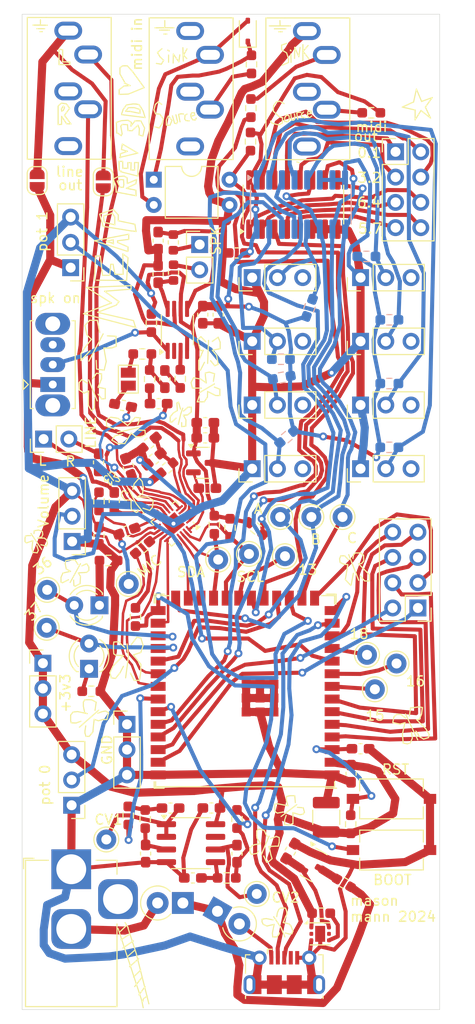
<source format=kicad_pcb>
(kicad_pcb (version 20240108) (generator "pcbnew") (generator_version "8.0")
  (layers (0 "F.Cu" signal) (31 "B.Cu" signal) (34 "B.Paste" user) (35 "F.Paste" user) (36 "B.SilkS" user "B.Silkscreen") (37 "F.SilkS" user "F.Silkscreen") (38 "B.Mask" user) (39 "F.Mask" user) (44 "Edge.Cuts" user))
  (net 0 "")
  (net 1 "Earth")
  (net 2 "+3V3")
  (net 3 "Net-(D1-A)")
  (net 4 "D-")
  (net 5 "D+")
  (net 6 "Net-(U3-EN)")
  (net 7 "Net-(C5-Pad1)")
  (net 8 "Net-(J20-Pin_1)")
  (net 9 "Net-(C6-Pad1)")
  (net 10 "Net-(U5A-+)")
  (net 11 "Net-(U5B-+)")
  (net 12 "Net-(JP2-B)")
  (net 13 "Net-(U8-MIC)")
  (net 14 "Net-(J24-Pin_2)")
  (net 15 "Net-(U8-LINEIN_R)")
  (net 16 "USB_PWR")
  (net 17 "Net-(U8-LINEIN_L)")
  (net 18 "Net-(U8-VAG)")
  (net 19 "R_OUT")
  (net 20 "Net-(U6-VO)")
  (net 21 "L_OUT")
  (net 22 "Net-(C18-Pad2)")
  (net 23 "Net-(U8-VDDA)")
  (net 24 "Net-(U8-LINEOUT_R)")
  (net 25 "Net-(U8-LINEOUT_L)")
  (net 26 "Net-(Q1-S)")
  (net 27 "Net-(U9-OUT+)")
  (net 28 "Net-(U9-OUT-)")
  (net 29 "Net-(J27-Pin_1)")
  (net 30 "Net-(J27-Pin_2)")
  (net 32 "Net-(J3-PadR)")
  (net 33 "Net-(J4-PadT)")
  (net 34 "Net-(C18-Pad1)")
  (net 35 "Net-(J21-Pin_1)")
  (net 36 "Net-(J4-PadR)")
  (net 37 "Net-(J5-Pin_1)")
  (net 38 "Net-(J6-Pin_1)")
  (net 39 "Net-(J16-Pin_2)")
  (net 40 "Net-(J16-Pin_5)")
  (net 41 "Net-(D1-K)")
  (net 42 "Net-(D2-A)")
  (net 43 "Net-(D2-K)")
  (net 44 "Net-(D3-A)")
  (net 45 "Net-(D3-K)")
  (net 46 "REG_IN")
  (net 47 "Net-(D5-A)")
  (net 48 "Net-(J16-Pin_4)")
  (net 49 "Net-(Q1-D)")
  (net 50 "Net-(J16-Pin_3)")
  (net 51 "A3")
  (net 52 "A5")
  (net 53 "A6")
  (net 54 "A7")
  (net 55 "A2")
  (net 56 "A0")
  (net 57 "A4")
  (net 58 "A1")
  (net 59 "MUX_A")
  (net 60 "MUX_B")
  (net 61 "Net-(J16-Pin_1)")
  (net 62 "Net-(J16-Pin_7)")
  (net 63 "Net-(J16-Pin_8)")
  (net 64 "Net-(J16-Pin_6)")
  (net 65 "Net-(J17-Pin_1)")
  (net 66 "Net-(J18-Pin_1)")
  (net 68 "Net-(U8-HP_R)")
  (net 69 "Net-(U8-HP_L)")
  (net 70 "Net-(JP1-A)")
  (net 71 "Net-(U3-GPIO0{slash}BOOT)")
  (net 72 "Net-(J24-Pin_1)")
  (net 73 "MUX_C")
  (net 74 "Net-(JP2-A)")
  (net 75 "Net-(U8-MIC_BIAS)")
  (net 76 "Net-(U8-SYS_MCLK)")
  (net 77 "Net-(SW11-B)")
  (net 78 "I2S_MCLK")
  (net 79 "Net-(U9-IN+)")
  (net 80 "Net-(U7-EN)")
  (net 81 "Net-(U3-GPIO9{slash}TOUCH9{slash}ADC1_CH8{slash}FSPIHD{slash}SUBSPIHD)")
  (net 82 "Net-(U3-GPIO10{slash}TOUCH10{slash}ADC1_CH9{slash}FSPICS0{slash}FSPIIO4{slash}SUBSPICS0)")
  (net 83 "MIDI_O")
  (net 84 "D7")
  (net 85 "D6")
  (net 86 "D5")
  (net 87 "D4")
  (net 88 "D3")
  (net 89 "D0")
  (net 90 "D1")
  (net 91 "D2")
  (net 92 "MIDI_I")
  (net 93 "SDA")
  (net 94 "SCL")
  (net 95 "CV1")
  (net 96 "CV2")
  (net 97 "Net-(U3-GPIO17{slash}U1TXD{slash}ADC2_CH6)")
  (net 98 "I2S_D_TO_SGTL")
  (net 99 "I2S_SCLK")
  (net 100 "I2S_LRCLK")
  (net 101 "I2S_D_TO_ESP")
  (net 103 "A_MUX")
  (net 104 "DIP_MUX")
  (net 107 "Net-(J23-Pin_1)")
  (footprint "MountingHole:MountingHole_3.5mm" (layer "F.Cu") (at 34.16 111.84)
    (property "Reference" "REF**" (hide yes))
    (property "Value" "MountingHole_3.5mm")
  )
  (footprint "MountingHole:MountingHole_3.5mm" (layer "F.Cu") (at 55.16 19.84)
    (property "Reference" "REF**" (hide yes))
    (property "Value" "MountingHole_3.5mm")
  )
  (footprint "MountingHole:MountingHole_3.5mm" (layer "F.Cu") (at 55.16 111.84)
    (property "Reference" "REF**" (hide yes))
    (property "Value" "MountingHole_3.5mm")
  )
  (footprint "Inductor_SMD:L_0603_1608Metric" (layer "F.Cu") (at 32.23674 61.416195 40)
    (property "Reference" "FB2" (hide yes))
    (property "Value" "600")
  )
  (footprint "Resistor_SMD:R_0603_1608Metric_Pad0.98x0.95mm_HandSolder" (layer "F.Cu") (at 36.99 67.13 90)
    (property "Reference" "R21" (hide yes))
    (property "Value" "2k2")
  )
  (footprint "Capacitor_SMD:C_0603_1608Metric_Pad1.08x0.95mm_HandSolder" (layer "F.Cu") (at 30.429286 58.924405 40)
    (property "Reference" "C19" (hide yes))
    (property "Value" "2u2")
  )
  (footprint "Capacitor_SMD:C_1210_3225Metric" (layer "F.Cu") (at 48.25 96.52 90)
    (property "Reference" "C20" (hide yes))
    (property "Value" "22u")
  )
  (footprint "Connector_Pin:Pin_D1.0mm_L10.0mm" (layer "F.Cu") (at 43.62 66.35)
    (property "Reference" "J10" (hide yes))
    (property "Value" "MUXA")
  )
  (footprint "Capacitor_SMD:C_0603_1608Metric_Pad1.08x0.95mm_HandSolder" (layer "F.Cu") (at 28.35 61.3 -70)
    (property "Reference" "C16" (hide yes))
    (property "Value" "0.15uF")
  )
  (footprint "Package_TO_SOT_SMD:SOT-23" (layer "F.Cu") (at 35.819999 60.91)
    (property "Reference" "U6" (hide yes))
    (property "Value" "~")
  )
  (footprint "mason_parts:SINGLE_DIP_SWITCH" (layer "F.Cu") (at 51.7 48.7 90)
    (property "Reference" "SW7" (hide yes))
    (property "Value" "SW_DIP_x01")
  )
  (footprint "Capacitor_SMD:C_0603_1608Metric_Pad1.08x0.95mm_HandSolder" (layer "F.Cu") (at 39.247497 39.820001)
    (property "Reference" "C3" (hide yes))
    (property "Value" "100n")
  )
  (footprint "Capacitor_SMD:C_0603_1608Metric_Pad1.08x0.95mm_HandSolder" (layer "F.Cu") (at 35.830002 46.022502 -90)
    (property "Reference" "C22" (hide yes))
    (property "Value" "10u")
  )
  (footprint "Resistor_SMD:R_0603_1608Metric_Pad0.98x0.95mm_HandSolder" (layer "F.Cu") (at 24.62 83.86)
    (property "Reference" "R4" (hide yes))
    (property "Value" "330")
  )
  (footprint "Connector_Pin:Pin_D1.0mm_L10.0mm" (layer "F.Cu") (at 40.48 70.06)
    (property "Reference" "J19" (hide yes))
    (property "Value" "SCL")
  )
  (footprint "Connector_PinHeader_2.54mm:PinHeader_1x02_P2.54mm_Vertical" (layer "F.Cu") (at 35.519998 38.975002)
    (property "Reference" "J27" (hide yes))
    (property "Value" "SP_OUT")
  )
  (footprint "Resistor_SMD:R_0603_1608Metric_Pad0.98x0.95mm_HandSolder" (layer "F.Cu") (at 40.730001 20.875003 90)
    (property "Reference" "R10" (hide yes))
    (property "Value" "220")
  )
  (footprint "Package_TO_SOT_SMD:SOT-23" (layer "F.Cu") (at 46.999355 101.304302 -30)
    (property "Reference" "Q1" (hide yes))
    (property "Value" "DMG2301L")
  )
  (footprint "Package_SO:SOIC-8_3.9x4.9mm_P1.27mm" (layer "F.Cu") (at 34.64 99.12)
    (property "Reference" "U5" (hide yes))
    (property "Value" "MCP6002-xSN")
  )
  (footprint "Capacitor_SMD:C_0603_1608Metric_Pad1.08x0.95mm_HandSolder" (layer "F.Cu") (at 30.079998 100.164998 -90)
    (property "Reference" "C7" (hide yes))
    (property "Value" "100n")
  )
  (footprint "mason_parts:SINGLE_DIP_SWITCH" (layer "F.Cu") (at 40.8 48.7 90)
    (property "Reference" "SW1" (hide yes))
    (property "Value" "SW_DIP_x01")
  )
  (footprint "Resistor_SMD:R_0603_1608Metric_Pad0.98x0.95mm_HandSolder" (layer "F.Cu") (at 50.71 97.22 90)
    (property "Reference" "R5" (hide yes))
    (property "Value" "10k")
  )
  (footprint "Inductor_SMD:L_0603_1608Metric" (layer "F.Cu") (at 32.869998 38.762502 -90)
    (property "Reference" "FB3" (hide yes))
    (property "Value" "FerriteBead_Small")
  )
  (footprint "mason_parts:SINGLE_DIP_SWITCH" (layer "F.Cu") (at 40.8 55.1 90)
    (property "Reference" "SW2" (hide yes))
    (property "Value" "SW_DIP_x01")
  )
  (footprint "mason_parts:Jack_3.5mm_CUI_SJ1-3535NG_Horizontal_NO_FRONT" (layer "F.Cu") (at 46.3 17.53)
    (property "Reference" "J4" (hide yes))
    (property "Value" "MIDI_OUT_JACK" (hide yes))
  )
  (footprint "Capacitor_SMD:C_0603_1608Metric_Pad1.08x0.95mm_HandSolder" (layer "F.Cu") (at 39.269999 100.177499 90)
    (property "Reference" "C6" (hide yes))
    (property "Value" "100n")
  )
  (footprint "mason_parts:SINGLE_DIP_SWITCH" (layer "F.Cu") (at 51.7 55.1 90)
    (property "Reference" "SW6" (hide yes))
    (property "Value" "SW_DIP_x01")
  )
  (footprint "Connector_PinHeader_2.54mm:PinHeader_2x04_P2.54mm_Vertical" (layer "F.Cu") (at 55.22 29.66)
    (property "Reference" "J1" (hide yes))
    (property "Value" "A_MUX_IN")
  )
  (footprint "Connector_Pin:Pin_D1.0mm_L10.0mm" (layer "F.Cu") (at 52.35 80.2)
    (property "Reference" "J18" (hide yes))
    (property "Value" "GPIO_18")
  )
  (footprint "mason_parts:SINGLE_DIP_SWITCH" (layer "F.Cu") (at 40.8 42.3 90)
    (property "Reference" "SW4" (hide yes))
    (property "Value" "SW_DIP_x01")
  )
  (footprint "Connector_Pin:Pin_D1.0mm_L10.0mm" (layer "F.Cu") (at 44.1 70.29)
    (property "Reference" "J17" (hide yes))
    (property "Value" "GPIO13")
  )
  (footprint "Connector_Pin:Pin_D1.0mm_L10.0mm" (layer "F.Cu") (at 55.32 81.07)
    (property "Reference" "J6" (hide yes))
    (property "Value" "GPIO16")
  )
  (footprint "Connector_PinHeader_2.54mm:PinHeader_1x03_P2.54mm_Vertical" (layer "F.Cu") (at 22.69 68.81 180)
    (property "Reference" "RV3" (hide yes))
    (property "Value" "100k")
  )
  (footprint "Capacitor_SMD:C_0603_1608Metric_Pad1.08x0.95mm_HandSolder" (layer "F.Cu") (at 31.339999 38.582501 -90)
    (property "Reference" "C25" (hide yes))
    (property "Value" "220p")
  )
  (footprint "Capacitor_SMD:C_0603_1608Metric_Pad1.08x0.95mm_HandSolder" (layer "F.Cu") (at 36.087497 56.870001)
    (property "Reference" "C11" (hide yes))
    (property "Value" "2u2")
  )
  (footprint "Connector_Pin:Pin_D1.0mm_L10.0mm" (layer "F.Cu") (at 46.755 66.35)
    (property "Reference" "J11" (hide yes))
    (property "Value" "MUXB")
  )
  (footprint "Connector_PinHeader_2.54mm:PinHeader_2x04_P2.54mm_Vertical" (layer "F.Cu") (at 57.469999 75.489998 180)
    (property "Reference" "J16" (hide yes))
    (property "Value" "TOUCH_IN")
  )
  (footprint "Resistor_SMD:R_0603_1608Metric_Pad0.98x0.95mm_HandSolder" (layer "F.Cu") (at 29.769015 69.413456 40)
    (property "Reference" "R25" (hide yes))
    (property "Value" "100")
  )
  (footprint "Package_SO:SOIC-16_3.9x9.9mm_P1.27mm" (layer "F.Cu") (at 44.944999 34.959998 90)
    (property "Reference" "U1" (hide yes))
    (property "Value" "4051")
  )
  (footprint "Capacitor_SMD:C_0603_1608Metric_Pad1.08x0.95mm_HandSolder" (layer "F.Cu") (at 37.380002 46.030004 -90)
    (property "Reference" "C26" (hide yes))
    (property "Value" "1u")
  )
  (footprint "Package_DIP:DIP-4_W7.62mm" (layer "F.Cu") (at 30.900001 32.46)
    (property "Reference" "U2" (hide yes))
    (property "Value" "PC817")
  )
  (footprint "Capacitor_SMD:C_0603_1608Metric_Pad1.08x0.95mm_HandSolder" (layer "F.Cu") (at 26.929999 64.747499 90)
    (property "Reference" "C14" (hide yes))
    (property "Value" "2u2")
  )
  (footprint "Resistor_SMD:R_0603_1608Metric_Pad0.98x0.95mm_HandSolder" (layer "F.Cu") (at 40.669999 25.267501 90)
    (property "Reference" "R2" (hide yes))
    (property "Value" "47")
  )
  (footprint "Connector_Pin:Pin_D1.0mm_L10.0mm" (layer "F.Cu") (at 20.18 73.67)
    (property "Reference" "J2" (hide yes))
    (property "Value" "GPIO36")
  )
  (footprint "Resistor_SMD:R_0603_1608Metric_Pad0.98x0.95mm_HandSolder" (layer "F.Cu") (at 52.78 25.74 180)
    (property "Reference" "R8" (hide yes))
    (property "Value" "47")
  )
  (footprint "Connector_Pin:Pin_D1.0mm_L10.0mm" (layer "F.Cu") (at 20.13 77.48)
    (property "Reference" "J9" (hide yes))
    (property "Value" "GPIO37")
  )
  (footprint "Capacitor_SMD:C_0603_1608Metric_Pad1.08x0.95mm_HandSolder" (layer "F.Cu") (at 51.6975 89.63)
    (property "Reference" "C1" (hide yes))
    (property "Value" "1u")
  )
  (footprint "Inductor_SMD:L_0603_1608Metric" (layer "F.Cu") (at 32.889998 41.795002 90)
    (property "Reference" "FB4" (hide yes))
    (property "Value" "FerriteBead_Small")
  )
  (footprint "Capacitor_SMD:C_0603_1608Metric_Pad1.08x0.95mm_HandSolder" (layer "F.Cu") (at 36.084998 58.400002)
    (property "Reference" "C12" (hide yes))
    (property "Value" "100n")
  )
  (footprint "Resistor_SMD:R_0603_1608Metric_Pad0.98x0.95mm_HandSolder" (layer "F.Cu") (at 26.3525 70.72)
    (property "Reference" "R1" (hide yes))
    (property "Value" "330")
  )
  (footprint "mason_parts:SINGLE_DIP_SWITCH" (layer "F.Cu") (at 40.8 61.5 90)
    (property "Reference" "SW3" (hide yes))
    (property "Value" "SW_DIP_x01")
  )
  (footprint "Connector_PinHeader_2.54mm:PinHeader_1x03_P2.54mm_Vertical" (layer "F.Cu") (at 19.75 81.04)
    (property "Reference" "J13" (hide yes))
    (property "Value" "+3v3 Conn")
  )
  (footprint "Resistor_SMD:R_0603_1608Metric_Pad0.98x0.95mm_HandSolder" (layer "F.Cu") (at 41.19 67.51 -40)
    (property "Reference" "R16" (hide yes))
    (property "Value" "1k")
  )
  (footprint "Resistor_SMD:R_0603_1608Metric_Pad0.98x0.95mm_HandSolder" (layer "F.Cu") (at 30.485 52.495001 90)
    (property "Reference" "R26" (hide yes))
    (property "Value" "1k")
  )
  (footprint "mason_parts:Jack_3.5mm_CUI_SJ1-3535NG_Horizontal_NO_FRONT" (layer "F.Cu") (at 22.3 17.485)
    (property "Reference" "J26" (hide yes))
    (property "Value" "LINE_OUT")
  )
  (footprint "Connector_Pin:Pin_D1.0mm_L10.0mm" (layer "F.Cu") (at 28.38 73.08 180)
    (property "Reference" "J23" (hide yes))
    (property "Value" "MIC_IN")
  )
  (footprint "PCM_Espressif:ESP32-S3-WROOM-1U" (layer "F.Cu") (at 40.089997 84.000002 180)
    (property "Reference" "U3" (hide yes))
    (property "Value" "ESP32-S3-WROOM-1")
  )
  (footprint "Package_SON:WSON-6-1EP_2x2mm_P0.65mm_EP1x1.6mm" (layer "F.Cu") (at 47.637503 108.229998)
    (property "Reference" "U7" (hide yes))
    (property "Value" "TLV75733PDRV")
  )
  (footprint "Package_DFN_QFN:QFN-20-1EP_3x3mm_P0.4mm_EP1.65x1.65mm" (layer "F.Cu") (at 32.886533 67.015122 -140)
    (property "Reference" "U8" (hide yes))
    (property "Value" "SGTL5000XNLA3")
  )
  (footprint "Connector_Pin:Pin_D1.0mm_L10.0mm" (layer "F.Cu") (at 53.14 83.66)
    (property "Reference" "J5" (hide yes))
    (property "Value" "GPIO15")
  )
  (footprint "Connector_Pin:Pin_D1.0mm_L10.0mm" (layer "F.Cu") (at 49.89 66.35)
    (property "Reference" "J12" (hide yes))
    (property "Value" "MUXC")
  )
  (footprint "Capacitor_SMD:C_0603_1608Metric_Pad1.08x0.95mm_HandSolder" (layer "F.Cu") (at 31.387499 54.960002 180)
    (property "Reference" "C24" (hide yes))
    (property "Value" "2u2")
  )
  (footprint "Jumper:SolderJumper-2_P1.3mm_Open_Pad1.0x1.5mm" (layer "F.Cu") (at 28.339999 52.499998 -90)
    (property "Reference" "JP1" (hide yes))
    (property "Value" "SP_MIX")
  )
  (footprint "mason_parts:BarrelJack_Horizontal" (layer "F.Cu") (at 22.6025 101.74 90)
    (property "Reference" "J25" (hide yes))
    (property "Value" "Jack-DC")
  )
  (footprint "Inductor_SMD:L_0603_1608Metric" (layer "F.Cu") (at 50.011995 103.11375 -30)
    (property "Reference" "FB1" (hide yes))
    (property "Value" "120")
  )
  (footprint "Resistor_SMD:R_0603_1608Metric_Pad0.98x0.95mm_HandSolder" (layer "F.Cu") (at 29.747501 49.969999)
    (property "Reference" "R27" (hide yes))
    (property "Value" "1k")
  )
  (footprint "Button_Switch_SMD:SW_Tactile_SPST_NO_Straight_CK_PTS636Sx25SMTRLFS" (layer "F.Cu") (at 54.81 94.67 180)
    (property "Reference" "SW9" (hide yes))
    (property "Value" "RST")
  )
  (footprint "Connector_PinHeader_2.54mm:PinHeader_1x03_P2.54mm_Vertical" (layer "F.Cu") (at 28.21 87.18)
    (property "Reference" "J14" (hide yes))
    (property "Value" "GND_Conn")
  )
  (footprint "Capacitor_SMD:C_0603_1608Metric_Pad1.08x0.95mm_HandSolder" (layer "F.Cu") (at 25.35 60.86 90)
    (property "Reference" "C13" (hide yes))
    (property "Value" "2u2")
  )
  (footprint "Jumper:SolderJumper-2_P1.3mm_Open_RoundedPad1.0x1.5mm" (layer "F.Cu") (at 19.17 32.55 90)
    (property "Reference" "JP3" (hide yes))
    (property "Value" "HP_GND")
  )
  (footprint "Resistor_SMD:R_0603_1608Metric_Pad0.98x0.95mm_HandSolder" (layer "F.Cu") (at 29.06 76.392497 -90)
    (property "Reference" "R22" (hide yes))
    (property "Value" "10k")
  )
  (footprint "Capacitor_SMD:C_0603_1608Metric_Pad1.08x0.95mm_HandSolder" (layer "F.Cu") (at 36.699998 95.584998 180)
    (property "Reference" "C4" (hide yes))
    (property "Value" "100n")
  )
  (footprint "Jumper:SolderJumper-2_P1.3mm_Open_RoundedPad1.0x1.5mm" (layer "F.Cu") (at 25.820001 32.679998 90)
    (property "Reference" "JP2" (hide yes))
    (property "Value" "HP_VGND")
  )
  (footprint "mason_parts:SINGLE_DIP_SWITCH" (layer "F.Cu") (at 51.7 61.5 90)
    (property "Reference" "SW5" (hide yes))
    (property "Value" "SW_DIP_x01")
  )
  (footprint "mason_parts:SINGLE_DIP_SWITCH" (layer "F.Cu") (at 51.7 42.3 90)
    (property "Reference" "SW8" (hide yes))
    (property "Value" "SW_DIP_x01")
  )
  (footprint "Resistor_SMD:R_0603_1608Metric_Pad0.98x0.95mm_HandSolder" (layer "F.Cu") (at 28.329999 96.342499 90)
    (property "Reference" "R17" (hide yes))
    (property "Value" "10k")
  )
  (footprint "Capacitor_SMD:C_0603_1608Metric_Pad1.08x0.95mm_HandSolder" (layer "F.Cu") (at 28.18 67.77 20)
    (property "Reference" "C10" (hide yes))
    (property "Value" "100n")
  )
  (footprint "Capacitor_SMD:C_0603_1608Metric_Pad1.08x0.95mm_HandSolder" (layer "F.Cu") (at 36.29 63.46)
    (property "Reference" "C17" (hide yes))
    (property "Value" "2u2")
  )
  (footprint "Capacitor_SMD:C_0603_1608Metric_Pad1.08x0.95mm_HandSolder" (layer "F.Cu") (at 50.749999 92.142501 -90)
    (property "Reference" "C2" (hide yes))
    (property "Value" "100n")
  )
  (footprint "Capacitor_SMD:C_0603_1608Metric_Pad1.08x0.95mm_HandSolder" (layer "F.Cu") (at 32.015 52.495001 90)
    (property "Reference" "C18" (hide yes))
    (property "Value" "1u")
  )
  (footprint "Capacitor_SMD:C_0603_1608Metric_Pad1.08x0.95mm_HandSolder" (layer "F.Cu") (at 27.81 55.14 170)
    (property "Reference" "C23" (hide yes))
    (property "Value" "2u2")
  )
  (footprint "Diode_SMD:D_SOD-323" (layer "F.Cu") (at 40.36 17.537501 90)
    (property "Reference" "D3" (hide yes))
    (property "Value" "1N4148")
  )
  (footprint "Button_Switch_THT:SW_Slide_SPDT_Straight_CK_OS102011MS2Q" (layer "F.Cu") (at 20.74 53.04 90)
    (property "Reference" "SW11" (hide yes))
    (property "Value" "SW_SPST")
  )
  (footprint "Capacitor_SMD:C_0603_1608Metric_Pad1.08x0.95mm_HandSolder" (layer "F.Cu") (at 44.64 99.91 60)
    (property "Reference" "C15" (hide yes))
    (property "Value" "220n")
  )
  (footprint "Resistor_SMD:R_0603_1608Metric_Pad0.98x0.95mm_HandSolder" (layer "F.Cu") (at 47.737502 106.159999)
    (property "Reference" "R30" (hide yes))
    (property "Value" "100k")
  )
  (footprint "Diode_THT:D_DO-41_SOD81_P2.54mm_Vertical_KathodeUp" (layer "F.Cu") (at 37.31 105.96 -30)
    (property "Reference" "D4" (hide yes))
    (property "Value" "1N5817")
  )
  (footprint "Connector_Pin:Pin_D1.0mm_L10.0mm" (layer "F.Cu") (at 41.26 104.22)
    (property "Reference" "J21" (hide yes))
    (property "Value" "CV2")
  )
  (footprint "Resistor_SMD:R_0603_1608Metric_Pad0.98x0.95mm_HandSolder" (layer "F.Cu") (at 30.66 46.862497 -90)
    (property "Reference" "R28" (hide yes))
    (property "Value" "10k")
  )
  (footprint "Connector_USB:USB_Micro-B_Molex-105017-0001" (layer "F.Cu") (at 44.029999 112.0945)
    (property "Reference" "J22" (hide yes))
    (property "Value" "USB_B_Micro")
  )
  (footprint "mason_parts:Jack_3.5mm_CUI_SJ1-3535NG_Horizontal_NO_FRONT" (layer "F.Cu") (at 34.56 17.52)
    (property "Reference" "J3" (hide yes))
    (property "Value" "MIDI_IN_JACK")
  )
  (footprint "Diode_THT:D_DO-41_SOD81_P2.54mm_Vertical_KathodeUp" (layer "F.Cu") (at 33.83 105.13 180)
    (property "Reference" "D5" (hide yes))
    (property "Value" "1N5817")
  )
  (footprint "Connector_PinHeader_2.54mm:PinHeader_1x02_P2.54mm_Vertical" (layer "F.Cu") (at 19.82 58.52 90)
    (property "Reference" "J24" (hide yes))
    (property "Value" "LINE_IN")
  )
  (footprint "Capacitor_SMD:C_0603_1608Metric_Pad1.08x0.95mm_HandSolder" (layer "F.Cu") (at 32.587498 95.594998)
    (property "Reference" "C5" (hide yes))
    (property "Value" "100n")
  )
  (footprint "Resistor_SMD:R_0603_1608Metric_Pad0.98x0.95mm_HandSolder" (layer "F.Cu") (at 38.237497 102.615 180)
    (property "Reference" "R20" (hide yes))
    (property "Value" "10k")
  )
  (footprint "Resistor_SMD:R_0603_1608Metric_Pad0.98x0.95mm_HandSolder" (layer "F.Cu") (at 39.269999 96.692499 -90)
    (property "Reference" "R18" (hide yes))
    (property "Value" "10k")
  )
  (footprint "Capacitor_SMD:C_0603_1608Metric_Pad1.08x0.95mm_HandSolder" (layer "F.Cu") (at 30.930714 60.525595 40)
    (property "Reference" "C21" (hide yes))
    (property "Value" "100n")
  )
  (footprint "Package_SO:MSOP-8_3x3mm_P0.65mm" (layer "F.Cu") (at 33.274999 47.5525 90)
    (property "Reference" "U9" (hide yes))
    (property "Value" "PAM8302AAD")
  )
  (footprint "Connector_PinHeader_2.54mm:PinHeader_1x03_P2.54mm_Vertical" (layer "F.Cu") (at 22.540003 41.299999 180)
    (property "Reference" "RV1" (hide yes))
    (property "Value" "100k")
  )
  (footprint "Capacitor_SMD:C_0603_1608Metric_Pad1.08x0.95mm_HandSolder" (layer "F.Cu") (at 25.389999 68.227497 90)
    (property "Reference" "C9" (hide yes))
    (property "Value" "2u2")
  )
  (footprint "LED_THT:LED_D3.0mm_Clear" (layer "F.Cu") (at 24.39 81.6 90)
    (property "Reference" "D2" (hide yes))
    (property "Value" "LED")
  )
  (footprint "Resistor_SMD:R_0603_1608Metric_Pad0.98x0.95mm_HandSolder" (layer "F.Cu") (at 40.63 28.63 -90)
    (property "Reference" "R15" (hide yes))
    (property "Value" "220")
  )
  (footprint "Connector_PinHeader_2.54mm:PinHeader_1x03_P2.54mm_Vertical" (layer "F.Cu") (at 22.64 95.31 180)
    (property "Reference" "RV2" (hide yes))
    (property "Value" "100k")
  )
  (footprint "Connector_Pin:Pin_D1.0mm_L10.0mm" (layer "F.Cu") (at 37.38 70.63)
    (property "Reference" "J15" (hide yes))
    (property "Value" "SDA")
  )
  (footprint "Connector_Pin:Pin_D1.0mm_L10.0mm" (layer "F.Cu") (at 26.13 98.75)
    (property "Reference" "J20" (hide yes))
    (property "Value" "CV1")
  )
  (footprint "Resistor_SMD:R_0603_1608Metric_Pad0.98x0.95mm_HandSolder" (layer "F.Cu") (at 33.564999 52.47 90)
    (property "Reference" "R29" (hide yes))
    (property "Value" "100")
  )
  (footprint "Button_Switch_SMD:SW_Tactile_SPST_NO_Straight_CK_PTS636Sx25SMTRLFS" (layer "F.Cu") (at 54.815001 99.81)
    (property "Reference" "SW10" (hide yes))
    (property "Value" "BOOT")
  )
  (footprint "Resistor_SMD:R_0603_1608Metric_Pad0.98x0.95mm_HandSolder" (layer "F.Cu") (at 38.569999 67.437501 90)
    (property "Reference" "R23" (hide yes))
    (property "Value" "2k2")
  )
  (footprint "Capacitor_SMD:C_0603_1608Metric_Pad1.08x0.95mm_HandSolder" (layer "F.Cu") (at 31.339999 41.947503 90)
    (property "Reference" "C27" (hide yes))
    (property "Value" "220p")
  )
  (footprint "Resistor_SMD:R_0603_1608Metric_Pad0.98x0.95mm_HandSolder" (layer "F.Cu") (at 30.039999 96.702499 -90)
    (property "Reference" "R19" (hide yes))
    (property "Value" "10k")
  )
  (footprint "LED_THT:LED_D3.0mm_Clear" (layer "F.Cu") (at 25.44 75.22 180)
    (property "Reference" "D1" (hide yes))
    (property "Value" "LED")
  )
  (footprint "Capacitor_SMD:C_0603_1608Metric_Pad1.08x0.95mm_HandSolder" (layer "F.Cu") (at 34.829998 102.614998 180)
    (property "Reference" "C8" (hide yes))
    (property "Value" "100n")
  )
  (footprint "Resistor_SMD:R_0603_1608Metric_Pad0.98x0.95mm_HandSolder" (layer "F.Cu") (at 25.39 64.777503 -90)
    (property "Reference" "R24" (hide yes))
    (property "Value" "2k2")
  )
  (footprint "Resistor_SMD:R_0603_1608Metric_Pad0.98x0.95mm_HandSolder" (layer "B.Cu") (at 52.29 40.17)
    (property "Reference" "R3" (hide yes))
    (property "Value" "1k")
  )
  (footprint "Resistor_SMD:R_0603_1608Metric_Pad0.98x0.95mm_HandSolder" (layer "B.Cu") (at 43.692499 50.5 180)
    (property "Reference" "R14" (hide yes))
    (property "Value" "1k")
  )
  (footprint "Resistor_SMD:R_0603_1608Metric_Pad0.98x0.95mm_HandSolder" (layer "B.Cu") (at 43.771364 52.338454 -170)
    (property "Reference" "R13" (hide yes))
    (property "Value" "1k")
  )
  (footprint "Resistor_SMD:R_0603_1608Metric_Pad0.98x0.95mm_HandSolder" (layer "B.Cu") (at 54.602498 46.539999)
    (property "Reference" "R6" (hide yes))
    (property "Value" "1k")
  )
  (footprint "Resistor_SMD:R_0603_1608Metric_Pad0.98x0.95mm_HandSolder" (layer "B.Cu") (at 44.280985 58.316544 -140)
    (property "Reference" "R12" (hide yes))
    (property "Value" "1k")
  )
  (footprint "Resistor_SMD:R_0603_1608Metric_Pad0.98x0.95mm_HandSolder" (layer "B.Cu") (at 54.597502 52.940001)
    (property "Reference" "R7" (hide yes))
    (property "Value" "1k")
  )
  (footprint "Package_SO:SOIC-16_3.9x9.9mm_P1.27mm" (layer "B.Cu") (at 45.695 34.96 -90)
    (property "Reference" "U4" (hide yes))
    (property "Value" "4051")
  )
  (footprint "Resistor_SMD:R_0603_1608Metric_Pad0.98x0.95mm_HandSolder" (layer "B.Cu") (at 54.597502 59.350001)
    (property "Reference" "R9" (hide yes))
    (property "Value" "1k")
  )
  (footprint "Resistor_SMD:R_0603_1608Metric_Pad0.98x0.95mm_HandSolder" (layer "B.Cu") (at 46.557906 45.337468 70)
    (property "Reference" "R11" (hide yes))
    (property "Value" "1k")
  )
  (gr_line (start 26.36 86.03) (end 26.18 86.7) (stroke (width 0.12)) (layer "F.SilkS"))
  (gr_line (start 36.79 49.6) (end 37.22 50.11) (stroke (width 0.12)) (layer "F.SilkS"))
  (gr_line (start 25.22 46.59) (end 24.45 46.59) (stroke (width 0.12)) (layer "F.SilkS"))
  (gr_line (start 45.91 96.21) (end 45.59 96.26) (stroke (width 0.12)) (layer "F.SilkS"))
  (gr_line (start 50.76 73.15) (end 50.98 72) (stroke (width 0.12)) (layer "F.SilkS"))
  (gr_line (start 42.8 100.68) (end 42.49 100.95) (stroke (width 0.12)) (layer "F.SilkS"))
  (gr_line (start 25.251238 45.788008) (end 27.131237 45.05801) (stroke (width 0.12)) (layer "F.SilkS"))
  (gr_line (start 27.3 62.41) (end 27.5 62.66) (stroke (width 0.12)) (layer "F.SilkS"))
  (gr_line (start 29.41 114.36) (end 30.03 113.53) (stroke (width 0.12)) (layer "F.SilkS"))
  (gr_line (start 43.27 106.5) (end 43.33 106.13) (stroke (width 0.12)) (layer "F.SilkS"))
  (gr_line (start 29.101238 32.868008) (end 28.141237 33.328008) (stroke (width 0.12)) (layer "F.SilkS"))
  (gr_line (start 45.96 25.67) (end 45.77 25.83) (stroke (width 0.12)) (layer "F.SilkS"))
  (gr_line (start 26.811237 38.488008) (end 26.121238 38.668009) (stroke (width 0.12)) (layer "F.SilkS"))
  (gr_line (start 23.98 87.84) (end 24.06 87.34) (stroke (width 0.12)) (layer "F.SilkS"))
  (gr_line (start 44.26 25.97) (end 44.07 26.24) (stroke (width 0.12)) (layer "F.SilkS"))
  (gr_line (start 26.63 82.51) (end 27.05 82.57) (stroke (width 0.12)) (layer "F.SilkS"))
  (gr_line (start 52.12 72.78) (end 51.66 72.27) (stroke (width 0.12)) (layer "F.SilkS"))
  (gr_line (start 35.54 53.4) (end 35.69 53.41) (stroke (width 0.12)) (layer "F.SilkS"))
  (gr_line (start 27.621238 31.598009) (end 27.421238 31.53801) (stroke (width 0.12)) (layer "F.SilkS"))
  (gr_line (start 27.8 109.65) (end 28.85 108.94) (stroke (width 0.12)) (layer "F.SilkS"))
  (gr_line (start 31.9 20.47) (end 31.66 20.86) (stroke (width 0.12)) (layer "F.SilkS"))
  (gr_line (start 21.74 19.42) (end 21.39 19.35) (stroke (width 0.12)) (layer "F.SilkS"))
  (gr_line (start 34.65 52.85) (end 34.79 53.4) (stroke (width 0.12)) (layer "F.SilkS"))
  (gr_line (start 57.59 88.4) (end 57.45 88.11) (stroke (width 0.12)) (layer "F.SilkS"))
  (gr_line (start 29.94 23.21) (end 28.35 23.86) (stroke (width 0.12)) (layer "F.SilkS"))
  (gr_line (start 41.29 98.62) (end 41.53 98.99) (stroke (width 0.12)) (layer "F.SilkS"))
  (gr_line (start 27.631235 28.038009) (end 27.721236 27.858008) (stroke (width 0.12)) (layer "F.SilkS"))
  (gr_line (start 57.78 25.51) (end 57.19 26.45) (stroke (width 0.12)) (layer "F.SilkS"))
  (gr_line (start 28.251238 26.928009) (end 28.311238 27.528004) (stroke (width 0.12)) (layer "F.SilkS"))
  (gr_line (start 43.33 106.13) (end 43.47 105.79) (stroke (width 0.12)) (layer "F.SilkS"))
  (gr_line (start 42.21 106.69) (end 41.8 106.76) (stroke (width 0.12)) (layer "F.SilkS"))
  (gr_line (start 35.09 26.46) (end 35.17 26.27) (stroke (width 0.12)) (layer "F.SilkS"))
  (gr_line (start 34.05 25.98) (end 34.01 26.37) (stroke (width 0.12)) (layer "F.SilkS"))
  (gr_line (start 21.65 25.58) (end 21.81 25.49) (stroke (width 0.12)) (layer "F.SilkS"))
  (gr_line (start 45.77 25.83) (end 45.77 26.18) (stroke (width 0.12)) (layer "F.SilkS"))
  (gr_line (start 44.69 107.41) (end 44.9 107.95) (stroke (width 0.12)) (layer "F.SilkS"))
  (gr_line (start 33.65 25.84) (end 33.89 25.86) (stroke (width 0.12)) (layer "F.SilkS"))
  (gr_line (start 26.49 82) (end 26.63 82.51) (stroke (width 0.12)) (layer "F.SilkS"))
  (gr_line (start 35.28 54.78) (end 35.5 54.13) (stroke (width 0.12)) (layer "F.SilkS"))
  (gr_line (start 33.42 20.62) (end 33.52 19.92) (stroke (width 0.12)) (layer "F.SilkS"))
  (gr_line (start 44.64 19.5) (end 44.65 19.44) (stroke (width 0.12)) (layer "F.SilkS"))
  (gr_line (start 29.801236 28.07801) (end 29.981236 27.278012) (stroke (width 0.12)) (layer "F.SilkS"))
  (gr_line (start 43.76 18.94) (end 43.76 19.41) (stroke (width 0.12)) (layer "F.SilkS"))
  (gr_line (start 29.56 56.39) (end 29.03 56.34) (stroke (width 0.12)) (layer "F.SilkS"))
  (gr_line (start 26.67 63) (end 26.66 62.8) (stroke (width 0.12)) (layer "F.SilkS"))
  (gr_line (start 43.52 98.56) (end 43.52 99.03) (stroke (width 0.12)) (layer "F.SilkS"))
  (gr_line (start 50.03 71.1) (end 50.42 71.13) (stroke (width 0.12)) (layer "F.SilkS"))
  (gr_line (start 24.32 55.12) (end 24.63 55.67) (stroke (width 0.12)) (layer "F.SilkS"))
  (gr_line (start 23.08 87.05) (end 23.57 86.87) (stroke (width 0.12)) (layer "F.SilkS"))
  (gr_line (start 27.51 82) (end 27.85 81.35) (stroke (width 0.12)) (layer "F.SilkS"))
  (gr_line (start 44.4 95.36) (end 43.35 95.16) (stroke (width 0.12)) (layer "F.SilkS"))
  (gr_line (start 29.6 81.91) (end 29.46 82.76) (stroke (width 0.12)) (layer "F.SilkS"))
  (gr_line (start 35.98 54.78) (end 35.28 54.78) (stroke (width 0.12)) (layer "F.SilkS"))
  (gr_line (start 28.651238 26.708005) (end 28.311237 26.488004) (stroke (width 0.12)) (layer "F.SilkS"))
  (gr_line (start 18.73 68.73) (end 18.65 69.51) (stroke (width 0.12)) (layer "F.SilkS"))
  (gr_line (start 32.01 16.48) (end 32.01 17.2) (stroke (width 0.12)) (layer "F.SilkS"))
  (gr_line (start 23.28 71.12) (end 22.98 70.66) (stroke (width 0.12)) (layer "F.SilkS"))
  (gr_line (start 33.4 25.9) (end 33.54 26.65) (stroke (width 0.12)) (layer "F.SilkS"))
  (gr_line (start 31.03 17.2) (end 32.92 17.2) (stroke (width 0.12)) (layer "F.SilkS"))
  (gr_line (start 43.64 105.64) (end 43.84 105.64) (stroke (width 0.12)) (layer "F.SilkS"))
  (gr_line (start 44.24 94.44) (end 44.24 94.82) (stroke (width 0.12)) (layer "F.SilkS"))
  (gr_line (start 27.741237 26.90801) (end 28.251238 26.928009) (stroke (width 0.12)) (layer "F.SilkS"))
  (gr_line (start 44.65 19.44) (end 44.71 19.5) (stroke (width 0.12)) (layer "F.SilkS"))
  (gr_line (start 22.46 20.9) (end 22.46 20.64) (stroke (width 0.12)) (layer "F.SilkS"))
  (gr_line (start 25.91 51.6) (end 25.15 51.49) (stroke (width 0.12)) (layer "F.SilkS"))
  (gr_line (start 27.571236 32.448009) (end 27.221239 32.598009) (stroke (width 0.12)) (layer "F.SilkS"))
  (gr_line (start 34.12 57.23) (end 33.71 57.27) (stroke (width 0.12)) (layer "F.SilkS"))
  (gr_line (start 32.85 20.74) (end 32.87 19.84) (stroke (width 0.12)) (layer "F.SilkS"))
  (gr_line (start 44.69 19.85) (end 44.71 20.67) (stroke (width 0.12)) (layer "F.SilkS"))
  (gr_line (start 25.68 54.49) (end 25.3 54.02) (stroke (width 0.12)) (layer "F.SilkS"))
  (gr_line (start 33.3 26.65) (end 33.13 25.94) (stroke (width 0.12)) (layer "F.SilkS"))
  (gr_line (start 44.55 108.26) (end 44.14 108.14) (stroke (width 0.12)) (layer "F.SilkS"))
  (gr_line (start 29.18 22.16) (end 29.94 23.21) (stroke (width 0.12)) (layer "F.SilkS"))
  (gr_line (start 33.63 55.95) (end 33.82 55.42) (stroke (width 0.12)) (layer "F.SilkS"))
  (gr_line (start 43.48 17.6) (end 43.82 17.6) (stroke (width 0.12)) (layer "F.SilkS"))
  (gr_line (start 27.771238 30.618008) (end 27.791239 31.318007) (stroke (width 0.12)) (layer "F.SilkS"))
  (gr_line (start 43.5 108.26) (end 43.51 108.12) (stroke (width 0.12)) (layer "F.SilkS"))
  (gr_line (start 29.73 62.77) (end 29.86 63.43) (stroke (width 0.12)) (layer "F.SilkS"))
  (gr_line (start 27.8 25.43) (end 28.15 24.95) (stroke (width 0.12)) (layer "F.SilkS"))
  (gr_line (start 23.89 53.91) (end 24.35 53.69) (stroke (width 0.12)) (layer "F.SilkS"))
  (gr_line (start 21.81 25.49) (end 21.92 25.23) (stroke (width 0.12)) (layer "F.SilkS"))
  (gr_line (start 23.31 71.96) (end 23.53 72.32) (stroke (width 0.12)) (layer "F.SilkS"))
  (gr_line (start 57.61 86.69) (end 57.35 86.72) (stroke (width 0.12)) (layer "F.SilkS"))
  (gr_line (start 31.5 25.87) (end 31.87 26.37) (stroke (width 0.12)) (layer "F.SilkS"))
  (gr_line (start 27.321238 32.148009) (end 27.921238 32.098007) (stroke (width 0.12)) (layer "F.SilkS"))
  (gr_line (start 42.67 98.65) (end 43.24 98.44) (stroke (width 0.12)) (layer "F.SilkS"))
  (gr_line (start 45.59 96.26) (end 44.9 96.06) (stroke (width 0.12)) (layer "F.SilkS"))
  (gr_line (start 28.291238 30.748009) (end 28.621235 30.748009) (stroke (width 0.12)) (layer "F.SilkS"))
  (gr_line (start 45.06 20.28) (end 45.08 19.16) (stroke (width 0.12)) (layer "F.SilkS"))
  (gr_line (start 21.37 20.9) (end 22.46 20.9) (stroke (width 0.12)) (layer "F.SilkS"))
  (gr_line (start 19.93 17.29) (end 19.14 17.29) (stroke (width 0.12)) (layer "F.SilkS"))
  (gr_line (start 32.31 19.45) (end 32.46 19.53) (stroke (width 0.12)) (layer "F.SilkS"))
  (gr_line (start 26.85 62.69) (end 26.28 61.99) (stroke (width 0.12)) (layer "F.SilkS"))
  (gr_line (start 54.94 87) (end 55.67 87.17) (stroke (width 0.12)) (layer "F.SilkS"))
  (gr_line (start 20.12 68.64) (end 20.2 69.02) (stroke (width 0.12)) (layer "F.SilkS"))
  (gr_line (start 28.63 57.92) (end 27.99 58.97) (stroke (width 0.12)) (layer "F.SilkS"))
  (gr_line (start 22.1 71.57) (end 22.53 71.81) (stroke (width 0.12)) (layer "F.SilkS"))
  (gr_line (start 29.23 64.34) (end 30.26 64.34) (stroke (width 0.12)) (layer "F.SilkS"))
  (gr_line (start 21.92 25.23) (end 21.85 25.08) (stroke (width 0.12)) (layer "F.SilkS"))
  (gr_line (start 46.36 26.02) (end 46.48 26.2) (stroke (width 0.12)) (layer "F.SilkS"))
  (gr_line (start 55.67 87.17) (end 56.17 87.01) (stroke (width 0.12)) (layer "F.SilkS"))
  (gr_line (start 24.32 54.4) (end 24.32 55.12) (stroke (width 0.12)) (layer "F.SilkS"))
  (gr_line (start 27.5 62.66) (end 27.38 62.8) (stroke (width 0.12)) (layer "F.SilkS"))
  (gr_line (start 43.51 26.13) (end 43.85 26.24) (stroke (width 0.12)) (layer "F.SilkS"))
  (gr_line (start 58.91 24.21) (end 58.22 25.17) (stroke (width 0.12)) (layer "F.SilkS"))
  (gr_line (start 45.35 95.52) (end 45.93 95.56) (stroke (width 0.12)) (layer "F.SilkS"))
  (gr_line (start 45.51 25.68) (end 45.71 25.68) (stroke (width 0.12)) (layer "F.SilkS"))
  (gr_line (start 43.24 98.44) (end 43.52 98.56) (stroke (width 0.12)) (layer "F.SilkS"))
  (gr_line (start 25.811236 37.148008) (end 28.681237 37.618011) (stroke (width 0.12)) (layer "F.SilkS"))
  (gr_line (start 27.791236 39.918009) (end 27.821237 41.96801) (stroke (width 0.12)) (layer "F.SilkS"))
  (gr_line (start 51.68 69.96) (end 52 70.18) (stroke (width 0.12)) (layer "F.SilkS"))
  (gr_line (start 27.581238 27.078011) (end 27.741237 26.90801) (stroke (width 0.12)) (layer "F.SilkS"))
  (gr_line (start 25.95 62.28) (end 25.94 62.46) (stroke (width 0.12)) (layer "F.SilkS"))
  (gr_line (start 17.95 68.82) (end 18.09 68.96) (stroke (width 0.12)) (layer "F.SilkS"))
  (gr_line (start 25.75 86.7) (end 25.34 86.83) (stroke (width 0.12)) (layer "F.SilkS"))
  (gr_line (start 42.96 25.01) (end 42.92 25.57) (stroke (width 0.12)) (layer "F.SilkS"))
  (gr_line (start 22.54 86.81) (end 22.6 87.03) (stroke (width 0.12)) (layer "F.SilkS"))
  (gr_line (start 29.76 64.05) (end 29.23 64.34) (stroke (width 0.12)) (layer "F.SilkS"))
  (gr_line (start 21.57 72.42) (end 21.57 72.89) (stroke (width 0.12)) (layer "F.SilkS"))
  (gr_line (start 24.78 87.94) (end 24.41 88.39) (stroke (width 0.12)) (layer "F.SilkS"))
  (gr_line (start 42.87 108.54) (end 43.29 108.54) (stroke (width 0.12)) (layer "F.SilkS"))
  (gr_line (start 28.311237 26.488004) (end 27.651237 26.528007) (stroke (width 0.12)) (layer "F.SilkS"))
  (gr_line (start 26.8 81.32) (end 26.49 82) (stroke (width 0.12)) (layer "F.SilkS"))
  (gr_line (start 25.951236 43.668011) (end 28.621238 43.458009) (stroke (width 0.12)) (layer "F.SilkS"))
  (gr_line (start 23.4 53.58) (end 23.89 53.91) (stroke (width 0.12)) (layer "F.SilkS"))
  (gr_line (start 40.73 100.25) (end 41.3 100.14) (stroke (width 0.12)) (layer "F.SilkS"))
  (gr_line (start 28.601238 31.488009) (end 28.971237 31.498008) (stroke (width 0.12)) (layer "F.SilkS"))
  (gr_line (start 45.52 30.74) (end 45.3 30.67) (stroke (width 0.12)) (layer "F.SilkS"))
  (gr_line (start 27.921238 32.098007) (end 28.221236 32.27801) (stroke (width 0.12)) (layer "F.SilkS"))
  (gr_line (start 26.35 62.89) (end 26.48 63.12) (stroke (width 0.12)) (layer "F.SilkS"))
  (gr_line (start 25.841238 36.118007) (end 26.631235 35.85801) (stroke (width 0.12)) (layer "F.SilkS"))
  (gr_line (start 34.85 26.46) (end 35.09 26.46) (stroke (width 0.12)) (layer "F.SilkS"))
  (gr_line (start 34.14 56.59) (end 34.12 57.23) (stroke (width 0.12)) (layer "F.SilkS"))
  (gr_line (start 27.96 79.45) (end 27.36 78.88) (stroke (width 0.12)) (layer "F.SilkS"))
  (gr_line (start 27.401236 44.708008) (end 25.951236 43.668011) (stroke (width 0.12)) (layer "F.SilkS"))
  (gr_line (start 44.6 94.35) (end 44.24 94.44) (stroke (width 0.12)) (layer "F.SilkS"))
  (gr_line (start 29.511236 25.418008) (end 29.511237 25.798009) (stroke (width 0.12)) (layer "F.SilkS"))
  (gr_line (start 36.49 51.79) (end 36.09 51.88) (stroke (width 0.12)) (layer "F.SilkS"))
  (gr_line (start 25.151238 42.558007) (end 28.171235 42.588009) (stroke (width 0.12)) (layer "F.SilkS"))
  (gr_line (start 35.88 49.6) (end 35.43 50.63) (stroke (width 0.12)) (layer "F.SilkS"))
  (gr_line (start 28.36 25.22) (end 28.94 25.22) (stroke (width 0.12)) (layer "F.SilkS"))
  (gr_line (start 42.82 26.79) (end 42.64 26.58) (stroke (width 0.12)) (layer "F.SilkS"))
  (gr_line (start 22.57 26.86) (end 21.92 25.99) (stroke (width 0.12)) (layer "F.SilkS"))
  (gr_line (start 22.05 70.73) (end 21.99 71.04) (stroke (width 0.12)) (layer "F.SilkS"))
  (gr_line (start 37 53.3) (end 37.55 53.51) (stroke (width 0.12)) (layer "F.SilkS"))
  (gr_line (start 50.93 70.52) (end 51 70.13) (stroke (width 0.12)) (layer "F.SilkS"))
  (gr_line (start 40.57 99.64) (end 40.57 99.99) (stroke (width 0.12)) (layer "F.SilkS"))
  (gr_line (start 26.471236 42.06801) (end 25.741237 42.068009) (stroke (width 0.12)) (layer "F.SilkS"))
  (gr_line (start 36.18 52.88) (end 35.62 52.49) (stroke (width 0.12)) (layer "F.SilkS"))
  (gr_line (start 23.4 52.85) (end 23.4 53.58) (stroke (width 0.12)) (layer "F.SilkS"))
  (gr_line (start 21.61 25.36) (end 21.65 25.58) (stroke (width 0.12)) (layer "F.SilkS"))
  (gr_line (start 21.61 24.77) (end 21.31 25.03) (stroke (width 0.12)) (layer "F.SilkS"))
  (gr_line (start 44.2 105.76) (end 44.29 106.03) (stroke (width 0.12)) (layer "F.SilkS"))
  (gr_line (start 26.981239 36.208007) (end 26.981237 36.99801) (stroke (width 0.12)) (layer "F.SilkS"))
  (gr_line (start 27.651237 26.528007) (end 27.141236 26.70801) (stroke (width 0.12)) (layer "F.SilkS"))
  (gr_line (start 21.63 26.9) (end 21.63 26.1) (stroke (width 0.12)) (layer "F.SilkS"))
  (gr_line (start 26.12 50.73) (end 25.91 51.6) (stroke (width 0.12)) (layer "F.SilkS"))
  (gr_line (start 57.32 23.36) (end 57.84 24.6) (stroke (width 0.12)) (layer "F.SilkS"))
  (gr_line (start 34.9 52.36) (end 34.65 52.85) (stroke (width 0.12)) (layer "F.SilkS"))
  (gr_line (start 19.5 16.93) (end 18.76 16.93) (stroke (width 0.12)) (layer "F.SilkS"))
  (gr_line (start 37.58 48.78) (end 37.58 49.44) (stroke (width 0.12)) (layer "F.SilkS"))
  (gr_line (start 28.77 21.6) (end 29.18 22.16) (stroke (width 0.12)) (layer "F.SilkS"))
  (gr_line (start 33.85 19.9) (end 34.22 20.29) (stroke (width 0.12)) (layer "F.SilkS"))
  (gr_line (start 28.15 24.95) (end 28.81 24.85) (stroke (width 0.12)) (layer "F.SilkS"))
  (gr_line (start 44.47 20.35) (end 44.45 20.69) (stroke (width 0.12)) (layer "F.SilkS"))
  (gr_line (start 25.741237 42.068009) (end 25.531235 40.12801) (stroke (width 0.12)) (layer "F.SilkS"))
  (gr_line (start 23.82 85.37) (end 23.96 86.03) (stroke (width 0.12)) (layer "F.SilkS"))
  (gr_line (start 34.64 26.1) (end 35.02 25.98) (stroke (width 0.12)) (layer "F.SilkS"))
  (gr_line (start 22.98 70.66) (end 22.53 70.66) (stroke (width 0.12)) (layer "F.SilkS"))
  (gr_line (start 26.991234 41.968008) (end 26.811237 40.958008) (stroke (width 0.12)) (layer "F.SilkS"))
  (gr_line (start 44.18 106.47) (end 43.92 107.1) (stroke (width 0.12)) (layer "F.SilkS"))
  (gr_line (start 26.641236 44.848006) (end 23.831235 45.928009) (stroke (width 0.12)) (layer "F.SilkS"))
  (gr_line (start 24.14 71.92) (end 23.31 71.96) (stroke (width 0.12)) (layer "F.SilkS"))
  (gr_line (start 41.3 100.14) (end 41.43 99.9) (stroke (width 0.12)) (layer "F.SilkS"))
  (gr_line (start 41.92 107.28) (end 42.29 107.45) (stroke (width 0.12)) (layer "F.SilkS"))
  (gr_line (start 43.76 19.41) (end 44.26 19.72) (stroke (width 0.12)) (layer "F.SilkS"))
  (gr_line (start 27.331237 36.008007) (end 26.831238 35.448009) (stroke (width 0.12)) (layer "F.SilkS"))
  (gr_line (start 25.15 51.49) (end 25.11 50.62) (stroke (width 0.12)) (layer "F.SilkS"))
  (gr_line (start 27.141236 26.70801) (end 27.181236 27.788011) (stroke (width 0.12)) (layer "F.SilkS"))
  (gr_line (start 31.7 24.9) (end 31.35 24.64) (stroke (width 0.12)) (layer "F.SilkS"))
  (gr_line (start 52.02 70.76) (end 51.8 71.03) (stroke (width 0.12)) (layer "F.SilkS"))
  (gr_line (start 28.8 63.58) (end 28.93 63.01) (stroke (width 0.12)) (layer "F.SilkS"))
  (gr_line (start 25.28 86.07) (end 25.71 85.9) (stroke (width 0.12)) (layer "F.SilkS"))
  (gr_line (start 27.42 23.42) (end 27.92 23.04) (stroke (width 0.12)) (layer "F.SilkS"))
  (gr_line (start 23.97 47.11) (end 24.18 48.05) (stroke (width 0.12)) (layer "F.SilkS"))
  (gr_line (start 19.32 67.66) (end 19.69 67.8) (stroke (width 0.12)) (layer "F.SilkS"))
  (gr_line (start 34.96 25.73) (end 34.74 25.73) (stroke (width 0.12)) (layer "F.SilkS"))
  (gr_line (start 44.07 96.79) (end 44.22 96.32) (stroke (width 0.12)) (layer "F.SilkS"))
  (gr_line (start 22.54 86.25) (end 22.54 86.81) (stroke (width 0.12)) (layer "F.SilkS"))
  (gr_line (start 26.87 62.3) (end 27.3 62.41) (stroke (width 0.12)) (layer "F.SilkS"))
  (gr_line (start 36.9 52.71) (end 37.02 51.96) (stroke (width 0.12)) (layer "F.SilkS"))
  (gr_line (start 27.221239 32.598009) (end 27.511235 33.228009) (stroke (width 0.12)) (layer "F.SilkS"))
  (gr_line (start 42.89 106.83) (end 42.21 106.69) (stroke (width 0.12)) (layer "F.SilkS"))
  (gr_line (start 29.68 58.29) (end 29.11 58.29) (stroke (width 0.12)) (layer "F.SilkS"))
  (gr_line (start 58.04 88.66) (end 57.59 88.4) (stroke (width 0.12)) (layer "F.SilkS"))
  (gr_line (start 29.071238 47.308011) (end 28.861237 46.618009) (stroke (width 0.12)) (layer "F.SilkS"))
  (gr_line (start 27.8 63.71) (end 27.66 63.97) (stroke (width 0.12)) (layer "F.SilkS"))
  (gr_line (start 27.411234 30.618012) (end 27.771238 30.618008) (stroke (width 0.12)) (layer "F.SilkS"))
  (gr_line (start 29.43 62.44) (end 29.73 62.77) (stroke (width 0.12)) (layer "F.SilkS"))
  (gr_line (start 28.29 107.59) (end 29.15 110.25) (stroke (width 0.12)) (layer "F.SilkS"))
  (gr_line (start 25.14 51.91) (end 25.65 51.97) (stroke (width 0.12)) (layer "F.SilkS"))
  (gr_line (start 30.49 65.69) (end 29.82 65.47) (stroke (width 0.12)) (layer "F.SilkS"))
  (gr_line (start 27.99 58.97) (end 27.27 58.97) (stroke (width 0.12)) (layer "F.SilkS"))
  (gr_line (start 27.03 62.08) (end 26.87 62.3) (stroke (width 0.12)) (layer "F.SilkS"))
  (gr_line (start 46.06 96.01) (end 45.91 96.21) (stroke (width 0.12)) (layer "F.SilkS"))
  (gr_line (start 24.08 88.39) (end 23.98 88.06) (stroke (width 0.12)) (layer "F.SilkS"))
  (gr_line (start 44.69 25.88) (end 44.76 26.47) (stroke (width 0.12)) (layer "F.SilkS"))
  (gr_line (start 37.55 54.15) (end 37.13 54.15) (stroke (width 0.12)) (layer "F.SilkS"))
  (gr_line (start 27.36 78.88) (end 26.88 78.91) (stroke (width 0.12)) (layer "F.SilkS"))
  (gr_line (start 29.86 63.43) (end 29.76 64.05) (stroke (width 0.12)) (layer "F.SilkS"))
  (gr_line (start 19.23 68.47) (end 19.89 68.47) (stroke (width 0.12)) (layer "F.SilkS"))
  (gr_line (start 28.27 57.15) (end 27.3 56.43) (stroke (width 0.12)) (layer "F.SilkS"))
  (gr_line (start 41.39 97.73) (end 41.26 97.89) (stroke (width 0.12)) (layer "F.SilkS"))
  (gr_line (start 26.821236 32.398006) (end 27.321238 32.148009) (stroke (width 0.12)) (layer "F.SilkS"))
  (gr_line (start 24.37 71.72) (end 24.14 71.92) (stroke (width 0.12)) (layer "F.SilkS"))
  (gr_line (start 29.83 25.57) (end 30.03 26.22) (stroke (width 0.12)) (layer "F.SilkS"))
  (gr_line (start 31.08 25.85) (end 31.5 25.87) (stroke (width 0.12)) (layer "F.SilkS"))
  (gr_line (start 24.63 48.5) (end 24.07 49.2) (stroke (width 0.12)) (layer "F.SilkS"))
  (gr_line (start 41.53 98.99) (end 41.65 99.17) (stroke (width 0.12)) (layer "F.SilkS"))
  (gr_line (start 26.34 62.55) (end 26.35 62.89) (stroke (width 0.12)) (layer "F.SilkS"))
  (gr_line (start 27.121237 33.608008) (end 27.091237 33.078009) (stroke (width 0.12)) (layer "F.SilkS"))
  (gr_line (start 25.21 54.68) (end 24.36 52.57) (stroke (width 0.12)) (layer "F.SilkS"))
  (gr_line (start 28.94 25.22) (end 29.52 25.41) (stroke (width 0.12)) (layer "F.SilkS"))
  (gr_line (start 42.92 25.57) (end 43.51 26.13) (stroke (width 0.12)) (layer "F.SilkS"))
  (gr_line (start 21.63 26.1) (end 22.13 26.84) (stroke (width 0.12)) (layer "F.SilkS"))
  (gr_line (start 28.62 64.64) (end 28.62 65.34) (stroke (width 0.12)) (layer "F.SilkS"))
  (gr_line (start 29.93 65.99) (end 29.14 65.01) (stroke (width 0.12)) (layer "F.SilkS"))
  (gr_line (start 51.51 71.05) (end 52.58 72.15) (stroke (width 0.12)) (layer "F.SilkS"))
  (gr_line (start 23.58 49.93) (end 23.58 50.62) (stroke (width 0.12)) (layer "F.SilkS"))
  (gr_line (start 29.311236 26.988008) (end 29.451237 27.328009) (stroke (width 0.12)) (layer "F.SilkS"))
  (gr_line (start 29.11 58.29) (end 28.63 57.92) (stroke (width 0.12)) (layer "F.SilkS"))
  (gr_line (start 55.99 89.06) (end 56.41 89.15) (stroke (width 0.12)) (layer "F.SilkS"))
  (gr_line (start 24.07 49.2) (end 23.58 49.93) (stroke (width 0.12)) (layer "F.SilkS"))
  (gr_line (start 44.47 97.29) (end 44.07 97.24) (stroke (width 0.12)) (layer "F.SilkS"))
  (gr_line (start 24.38 50.69) (end 25.81 47.95) (stroke (width 0.12)) (layer "F.SilkS"))
  (gr_line (start 43.58 24.58) (end 43.23 24.65) (stroke (width 0.12)) (layer "F.SilkS"))
  (gr_line (start 29.69 114.92) (end 29.84 115.65) (stroke (width 0.12)) (layer "F.SilkS"))
  (gr_line (start 43.35 95.16) (end 43.08 95.2) (stroke (width 0.12)) (layer "F.SilkS"))
  (gr_line (start 21.28 25.08) (end 21.28 26.93) (stroke (width 0.12)) (layer "F.SilkS"))
  (gr_line (start 43.08 95.61) (end 43.1 95.94) (stroke (width 0.12)) (layer "F.SilkS"))
  (gr_line (start 42.68 100.29) (end 42.8 100.68) (stroke (width 0.12)) (layer "F.SilkS"))
  (gr_line (start 23.58 50.62) (end 24.49 49.65) (stroke (width 0.12)) (layer "F.SilkS"))
  (gr_line (start 21.92 25.99) (end 22.44 25.29) (stroke (width 0.12)) (layer "F.SilkS"))
  (gr_line (start 56.73 85.52) (end 57.1 85.5) (stroke (width 0.12)) (layer "F.SilkS"))
  (gr_line (start 29.601238 26.548006) (end 29.021237 26.548009) (stroke (width 0.12)) (layer "F.SilkS"))
  (gr_line (start 19.63 69.61) (end 18.55 68.01) (stroke (width 0.12)) (layer "F.SilkS"))
  (gr_line (start 27.891237 32.968008) (end 27.861237 32.468007) (stroke (width 0.12)) (layer "F.SilkS"))
  (gr_line (start 26.831238 35.448009) (end 25.461235 35.918011) (stroke (width 0.12)) (layer "F.SilkS"))
  (gr_line (start 26.68 58.62) (end 27.02 58.18) (stroke (width 0.12)) (layer "F.SilkS"))
  (gr_line (start 18.76 16.93) (end 20.19 16.94) (stroke (width 0.12)) (layer "F.SilkS"))
  (gr_line (start 24.82 87.45) (end 24.78 87.94) (stroke (width 0.12)) (layer "F.SilkS"))
  (gr_line (start 37.58 49.44) (end 36.79 49.6) (stroke (width 0.12)) (layer "F.SilkS"))
  (gr_line (start 24.21 86.11) (end 23.26 85.9) (stroke (width 0.12)) (layer "F.SilkS"))
  (gr_line (start 32.32 26.1) (end 32.17 26.45) (stroke (width 0.12)) (layer "F.SilkS"))
  (gr_line (start 30.05 58.08) (end 29.68 58.29) (stroke (width 0.12)) (layer "F.SilkS"))
  (gr_line (start 30.75 65.4) (end 30.49 65.69) (stroke (width 0.12)) (layer "F.SilkS"))
  (gr_line (start 33.42 25.89) (end 33.65 25.84) (stroke (width 0.12)) (layer "F.SilkS"))
  (gr_line (start 41.79 107.03) (end 41.9 107.26) (stroke (width 0.12)) (layer "F.SilkS"))
  (gr_line (start 36.3 54.3) (end 35.98 54.78) (stroke (width 0.12)) (layer "F.SilkS"))
  (gr_line (start 29.14 65.01) (end 28.29 63.42) (stroke (width 0.12)) (layer "F.SilkS"))
  (gr_line (start 21.28 26.93) (end 21.63 26.9) (stroke (width 0.12)) (layer "F.SilkS"))
  (gr_line (start 42.51 107.39) (end 43.01 107.28) (stroke (width 0.12)) (layer "F.SilkS"))
  (gr_line (start 28.01 64.64) (end 28.62 64.64) (stroke (width 0.12)) (layer "F.SilkS"))
  (gr_line (start 28.3 63.95) (end 27.8 63.71) (stroke (width 0.12)) (layer "F.SilkS"))
  (gr_line (start 28.62 65.34) (end 28.67 65.62) (stroke (width 0.12)) (layer "F.SilkS"))
  (gr_line (start 32.88 55.89) (end 32.55 56.29) (stroke (width 0.12)) (layer "F.SilkS"))
  (gr_line (start 32.99 26.79) (end 33.18 26.83) (stroke (width 0.12)) (layer "F.SilkS"))
  (gr_line (start 21.76 71.98) (end 21.57 72.42) (stroke (width 0.12)) (layer "F.SilkS"))
  (gr_line (start 18.52 68.22) (end 18.18 68.22) (stroke (width 0.12)) (layer "F.SilkS"))
  (gr_line (start 31.92 17.83) (end 32.22 17.83) (stroke (width 0.12)) (layer "F.SilkS"))
  (gr_line (start 27.42 23.89) (end 27.42 23.42) (stroke (width 0.12)) (layer "F.SilkS"))
  (gr_line (start 28.711237 27.548007) (end 29.311236 26.988008) (stroke (width 0.12)) (layer "F.SilkS"))
  (gr_line (start 24.141237 43.288009) (end 26.641236 44.848006) (stroke (width 0.12)) (layer "F.SilkS"))
  (gr_line (start 58.74 26.27) (end 57.78 25.51) (stroke (width 0.12)) (layer "F.SilkS"))
  (gr_line (start 24.64 84.71) (end 23.98 84.71) (stroke (width 0.12)) (layer "F.SilkS"))
  (gr_line (start 45.08 94.35) (end 44.6 94.35) (stroke (width 0.12)) (layer "F.SilkS"))
  (gr_line (start 44.45 20.69) (end 43.8 20.97) (stroke (width 0.12)) (layer "F.SilkS"))
  (gr_line (start 31.35 24.64) (end 31.07 24.89) (stroke (width 0.12)) (layer "F.SilkS"))
  (gr_line (start 34.63 26.07) (end 34.69 26.27) (stroke (width 0.12)) (layer "F.SilkS"))
  (gr_line (start 26.14 62.74) (end 26.34 62.55) (stroke (width 0.12)) (layer "F.SilkS"))
  (gr_line (start 26.04 62.2) (end 25.95 62.28) (stroke (width 0.12)) (layer "F.SilkS"))
  (gr_line (start 44.07 26.24) (end 44.07 26.62) (stroke (width 0.12)) (layer "F.SilkS"))
  (gr_line (start 29.6 78.51) (end 29.83 79.25) (stroke (width 0.12)) (layer "F.SilkS"))
  (gr_line (start 26.49 61.97) (end 26.51 61.8) (stroke (width 0.12)) (layer "F.SilkS"))
  (gr_line (start 42.53 17.01) (end 44.65 17.01) (stroke (width 0.12)) (layer "F.SilkS"))
  (gr_line (start 34.67 55.8) (end 34.29 56.1) (stroke (width 0.12)) (layer "F.SilkS"))
  (gr_line (start 29.46 82.76) (end 28.92 82.76) (stroke (width 0.12)) (layer "F.SilkS"))
  (gr_line (start 18.18 68.22) (end 18 68.27) (stroke (width 0.12)) (layer "F.SilkS"))
  (gr_line (start 27.671237 25.838007) (end 27.801236 25.468008) (stroke (width 0.12)) (layer "F.SilkS"))
  (gr_line (start 29.171236 32.448008) (end 29.101238 32.868008) (stroke (width 0.12)) (layer "F.SilkS"))
  (gr_line (start 29.021237 26.548009) (end 28.601235 27.078007) (stroke (width 0.12)) (layer "F.SilkS"))
  (gr_line (start 33.23 54.89) (end 33.27 55.66) (stroke (width 0.12)) (layer "F.SilkS"))
  (gr_line (start 26.59 56.32) (end 26.13 56.59) (stroke (width 0.12)) (layer "F.SilkS"))
  (gr_line (start 35.64 48.23) (end 35.3 48.54) (stroke (width 0.12)) (layer "F.SilkS"))
  (gr_line (start 27.861237 32.468007) (end 27.571236 32.448009) (stroke (width 0.12)) (layer "F.SilkS"))
  (gr_line (start 28.311234 40.298007) (end 27.791236 39.918009) (stroke (width 0.12)) (layer "F.SilkS"))
  (gr_line (start 27.5 108.02) (end 28.18 107.37) (stroke (width 0.12)) (layer "F.SilkS"))
  (gr_line (start 52.58 72.15) (end 52.61 72.76) (stroke (width 0.12)) (layer "F.SilkS"))
  (gr_line (start 21.74 20.62) (end 21.74 19.42) (stroke (width 0.12)) (layer "F.SilkS"))
  (gr_line (start 31.72 19.3) (end 31.27 19.69) (stroke (width 0.12)) (layer "F.SilkS"))
  (gr_line (start 35.6 51.6) (end 36 50.81) (stroke (width 0.12)) (layer "F.SilkS"))
  (gr_line (start 31.87 26.37) (end 31.74 26.83) (stroke (width 0.12)) (layer "F.SilkS"))
  (gr_line (start 18.74 69.9) (end 19.17 69.95) (stroke (width 0.12)) (layer "F.SilkS"))
  (gr_line (start 27.66 64.25) (end 28.01 64.64) (stroke (width 0.12)) (layer "F.SilkS"))
  (gr_line (start 45.92 19.57) (end 46.42 18.98) (stroke (width 0.12)) (layer "F.SilkS"))
  (gr_line (start 55.06 86.43) (end 54.94 87) (stroke (width 0.12)) (layer "F.SilkS"))
  (gr_line (start 25.96 62.74) (end 26.14 62.74) (stroke (width 0.12)) (layer "F.SilkS"))
  (gr_line (start 28.141237 33.328008) (end 29.101238 33.508007) (stroke (width 0.12)) (layer "F.SilkS"))
  (gr_line (start 28.67 65.62) (end 29.15 65.89) (stroke (width 0.12)) (layer "F.SilkS"))
  (gr_line (start 58.61 88.21) (end 58.53 88.52) (stroke (width 0.12)) (layer "F.SilkS"))
  (gr_line (start 24.41 88.39) (end 24.08 88.39) (stroke (width 0.12)) (layer "F.SilkS"))
  (gr_line (start 36.09 52.13) (end 36.18 52.88) (stroke (width 0.12)) (layer "F.SilkS"))
  (gr_line (start 27.131237 45.05801) (end 27.401236 44.708008) (stroke (width 0.12)) (layer "F.SilkS"))
  (gr_line (start 29.15 110.25) (end 30.41 115.26) (stroke (width 0.12)) (layer "F.SilkS"))
  (gr_line (start 23.98 84.71) (end 23.82 84.94) (stroke (width 0.12)) (layer "F.SilkS"))
  (gr_line (start 28.36 80.36) (end 28.21 79.11) (stroke (width 0.12)) (layer "F.SilkS"))
  (gr_line (start 21.37 19.33) (end 21.37 20.9) (stroke (width 0.12)) (layer "F.SilkS"))
  (gr_line (start 31.27 19.69) (end 31.53 20.12) (stroke (width 0.12)) (layer "F.SilkS"))
  (gr_line (start 25.461235 35.918011) (end 25.811236 37.148008) (stroke (width 0.12)) (layer "F.SilkS"))
  (gr_line (start 55.9 25.17) (end 56.94 24.69) (stroke (width 0.12)) (layer "F.SilkS"))
  (gr_line (start 57.19 25.46) (end 55.9 25.17) (stroke (width 0.12)) (layer "F.SilkS"))
  (gr_line (start 43.84 105.64) (end 44.13 105.64) (stroke (width 0.12)) (layer "F.SilkS"))
  (gr_line (start 30.92 25.44) (end 31.08 25.85) (stroke (width 0.12)) (layer "F.SilkS"))
  (gr_line (start 34.01 26.37) (end 34.15 26.53) (stroke (width 0.12)) (layer "F.SilkS"))
  (gr_line (start 26.23 48.15) (end 27.1 48.19) (stroke (width 0.12)) (layer "F.SilkS"))
  (gr_line (start 32.47 17.43) (end 31.48 17.43) (stroke (width 0.12)) (layer "F.SilkS"))
  (gr_line (start 23.42 87.47) (end 25.36 85.76) (stroke (width 0.12)) (layer "F.SilkS"))
  (gr_line (start 44.52 26.44) (end 44.52 26.06) (stroke (width 0.12)) (layer "F.SilkS"))
  (gr_line (start 42.29 98.44) (end 42.01 97.84) (stroke (width 0.12)) (layer "F.SilkS"))
  (gr_line (start 24.63 55.67) (end 24.94 55.43) (stroke (width 0.12)) (layer "F.SilkS"))
  (gr_line (start 34.15 26.53) (end 34.47 26.55) (stroke (width 0.12)) (layer "F.SilkS"))
  (gr_line (start 35.43 51.6) (end 35.6 51.6) (stroke (width 0.12)) (layer "F.SilkS"))
  (gr_line (start 31.66 20.86) (end 31.16 20.78) (stroke (width 0.12)) (layer "F.SilkS"))
  (gr_line (start 27.1 48.19) (end 27.13 49.2) (stroke (width 0.12)) (layer "F.SilkS"))
  (gr_line (start 27.841237 33.228011) (end 27.891237 32.968008) (stroke (width 0.12)) (layer "F.SilkS"))
  (gr_line (start 57.45 88.11) (end 57.27 87.86) (stroke (width 0.12)) (layer "F.SilkS"))
  (gr_line (start 27.331236 36.588009) (end 27.331237 36.008007) (stroke (width 0.12)) (layer "F.SilkS"))
  (gr_line (start 27.651237 29.428009) (end 27.741236 28.878007) (stroke (width 0.12)) (layer "F.SilkS"))
  (gr_line (start 44.26 19.72) (end 44.47 20.35) (stroke (width 0.12)) (layer "F.SilkS"))
  (gr_line (start 49.59 70.54) (end 49.64 70.91) (stroke (width 0.12)) (layer "F.SilkS"))
  (gr_line (start 41.26 98.33) (end 41.29 98.62) (stroke (width 0.12)) (layer "F.SilkS"))
  (gr_line (start 41.65 99.17) (end 41.04 99.27) (stroke (width 0.12)) (layer "F.SilkS"))
  (gr_line (start 34.67 55.31) (end 34.67 55.8) (stroke (width 0.12)) (layer "F.SilkS"))
  (gr_line (start 21.57 72.89) (end 21.72 72.96) (stroke (width 0.12)) (layer "F.SilkS"))
  (gr_line (start 24.941237 38.598009) (end 28.271237 39.668008) (stroke (width 0.12)) (layer "F.SilkS"))
  (gr_line (start 22.79 85.94) (end 22.54 86.25) (stroke (width 0.12)) (layer "F.SilkS"))
  (gr_line (start 27.791239 31.318007) (end 28.291235 31.318012) (stroke (width 0.12)) (layer "F.SilkS"))
  (gr_line (start 25.88 49.37) (end 26.12 50.73) (stroke (width 0.12)) (layer "F.SilkS"))
  (gr_line (start 26.771238 35.88801) (end 26.981239 36.208007) (stroke (width 0.12)) (layer "F.SilkS"))
  (gr_line (start 32.87 19.84) (end 33.42 20.62) (stroke (width 0.12)) (layer "F.SilkS"))
  (gr_line (start 19.17 69.95) (end 19.29 69.7) (stroke (width 0.12)) (layer "F.SilkS"))
  (gr_line (start 42.49 99.45) (end 42.68 100.29) (stroke (width 0.12)) (layer "F.SilkS"))
  (gr_line (start 28.81 24.85) (end 29.11 24.86) (stroke (width 0.12)) (layer "F.SilkS"))
  (gr_line (start 28.24 21.02) (end 28.77 21.6) (stroke (width 0.12)) (layer "F.SilkS"))
  (gr_line (start 34.69 26.27) (end 34.85 26.46) (stroke (width 0.12)) (layer "F.SilkS"))
  (gr_line (start 28.07 82.51) (end 28.36 80.36) (stroke (width 0.12)) (layer "F.SilkS"))
  (gr_line (start 34.24 25.87) (end 34.05 25.98) (stroke (width 0.12)) (layer "F.SilkS"))
  (gr_line (start 26.88 80.1) (end 27.08 80.24) (stroke (width 0.12)) (layer "F.SilkS"))
  (gr_line (start 29.86 114.75) (end 30.24 114.49) (stroke (width 0.12)) (layer "F.SilkS"))
  (gr_line (start 28.53 23.01) (end 27.94 22.75) (stroke (width 0.12)) (layer "F.SilkS"))
  (gr_line (start 35.02 25.98) (end 34.96 25.73) (stroke (width 0.12)) (layer "F.SilkS"))
  (gr_line (start 19.63 68.36) (end 19.23 68.47) (stroke (width 0.12)) (layer "F.SilkS"))
  (gr_line (start 28.35 23.86) (end 27.42 23.89) (stroke (width 0.12)) (layer "F.SilkS"))
  (gr_line (start 30.26 64.34) (end 30.86 64.67) (stroke (width 0.12)) (layer "F.SilkS"))
  (gr_line (start 34.74 25.73) (end 34.64 25.88) (stroke (width 0.12)) (layer "F.SilkS"))
  (gr_line (start 31.44 27.27) (end 31.01 27.15) (stroke (width 0.12)) (layer "F.SilkS"))
  (gr_line (start 27.741236 28.878007) (end 29.291236 29.788012) (stroke (width 0.12)) (layer "F.SilkS"))
  (gr_line (start 28.92 82.76) (end 28.55 82.03) (stroke (width 0.12)) (layer "F.SilkS"))
  (gr_line (start 42.49 100.95) (end 42.25 101.03) (stroke (width 0.12)) (layer "F.SilkS"))
  (gr_line (start 27.421238 31.53801) (end 27.411234 30.618012) (stroke (width 0.12)) (layer "F.SilkS"))
  (gr_line (start 21.72 72.96) (end 22.32 72.65) (stroke (width 0.12)) (layer "F.SilkS"))
  (gr_line (start 27.721236 27.858008) (end 27.581238 27.078011) (stroke (width 0.12)) (layer "F.SilkS"))
  (gr_line (start 49.64 70.91) (end 50.03 71.1) (stroke (width 0.12)) (layer "F.SilkS"))
  (gr_line (start 29.001236 36.938008) (end 27.331236 36.588009) (stroke (width 0.12)) (layer "F.SilkS"))
  (gr_line (start 28.861237 46.618009) (end 25.251238 45.788008) (stroke (width 0.12)) (layer "F.SilkS"))
  (gr_line (start 19.29 69.7) (end 19.14 69.22) (stroke (width 0.12)) (layer "F.SilkS"))
  (gr_line (start 40.8 99.38) (end 40.57 99.64) (stroke (width 0.12)) (layer "F.SilkS"))
  (gr_line (start 27.541239 30.24801) (end 27.541236 29.858008) (stroke (width 0.12)) (layer "F.SilkS"))
  (gr_line (start 17.95 68.48) (end 17.95 68.82) (stroke (width 0.12)) (layer "F.SilkS"))
  (gr_line (start 56.22 86.55) (end 55.76 86.18) (stroke (width 0.12)) (layer "F.SilkS"))
  (gr_line (start 19.74 68.1) (end 19.63 68.36) (stroke (width 0.12)) (layer "F.SilkS"))
  (gr_line (start 33.71 57.27) (end 33.71 56.87) (stroke (width 0.12)) (layer "F.SilkS"))
  (gr_line (start 28.64 79.17) (end 29.21 78.43) (stroke (width 0.12)) (layer "F.SilkS"))
  (gr_line (start 26.981237 36.99801) (end 25.921236 36.738008) (stroke (width 0.12)) (layer "F.SilkS"))
  (gr_line (start 28.381236 38.45801) (end 28.381234 37.938007) (stroke (width 0.12)) (layer "F.SilkS"))
  (gr_line (start 28.34 107.635) (end 28.02 107.105) (stroke (width 0.12)) (layer "F.SilkS"))
  (gr_line (start 31.74 26.83) (end 31.44 27.27) (stroke (width 0.12)) (layer "F.SilkS"))
  (gr_line (start 43.08 95.2) (end 43.08 95.61) (stroke (width 0.12)) (layer "F.SilkS"))
  (gr_line (start 37.38 51.01) (end 37.04 51.16) (stroke (width 0.12)) (layer "F.SilkS"))
  (gr_line (start 26.65 63.14) (end 26.67 63) (stroke (width 0.12)) (layer "F.SilkS"))
  (gr_line (start 25.34 86.83) (end 24.91 86.68) (stroke (width 0.12)) (layer "F.SilkS"))
  (gr_line (start 43.29 108.54) (end 43.5 108.26) (stroke (width 0.12)) (layer "F.SilkS"))
  (gr_line (start 33.18 26.83) (end 33.3 26.65) (stroke (width 0.12)) (layer "F.SilkS"))
  (gr_line (start 41.8 106.76) (end 41.79 107.03) (stroke (width 0.12)) (layer "F.SilkS"))
  (gr_line (start 29.4 24.91) (end 29.6 25.17) (stroke (width 0.12)) (layer "F.SilkS"))
  (gr_line (start 46.53 20.35) (end 45.92 19.57) (stroke (width 0.12)) (layer "F.SilkS"))
  (gr_line (start 42.25 101.03) (end 41.96 100.41) (stroke (width 0.12)) (layer "F.SilkS"))
  (gr_line (start 57.1 85.5) (end 57.56 85.42) (stroke (width 0.12)) (layer "F.SilkS"))
  (gr_line (start 33.59 55.51) (end 33.39 54.81) (stroke (width 0.12)) (layer "F.SilkS"))
  (gr_line (start 18 68.27) (end 17.95 68.48) (stroke (width 0.12)) (layer "F.SilkS"))
  (gr_line (start 21.99 71.04) (end 22.1 71.57) (stroke (width 0.12)) (layer "F.SilkS"))
  (gr_line (start 34.29 56.1) (end 33.88 56.12) (stroke (width 0.12)) (layer "F.SilkS"))
  (gr_line (start 35.62 52.49) (end 34.9 52.36) (stroke (width 0.12)) (layer "F.SilkS"))
  (gr_line (start 45.49 20.11) (end 45.62 19.18) (stroke (width 0.12)) (layer "F.SilkS"))
  (gr_line (start 32.17 26.45) (end 32.17 26.98) (stroke (width 0.12)) (layer "F.SilkS"))
  (gr_line (start 27.66 63.97) (end 27.66 64.25) (stroke (width 0.12)) (layer "F.SilkS"))
  (gr_line (start 44.09 108.54) (end 43.7 107.6) (stroke (width 0.12)) (layer "F.SilkS"))
  (gr_line (start 50.42 71.13) (end 50.17 72.64) (stroke (width 0.12)) (layer "F.SilkS"))
  (gr_line (start 28.98 113.53) (end 29.73 112.58) (stroke (width 0.12)) (layer "F.SilkS"))
  (gr_line (start 29.83 79.25) (end 29.6 79.96) (stroke (width 0.12)) (layer "F.SilkS"))
  (gr_line (start 43.52 99.03) (end 43.42 99.42) (stroke (width 0.12)) (layer "F.SilkS"))
  (gr_line (start 33.9 55.7) (end 34.35 55.31) (stroke (width 0.12)) (layer "F.SilkS"))
  (gr_line (start 28.601234 25.598008) (end 28.091235 25.598012) (stroke (width 0.12)) (layer "F.SilkS"))
  (gr_line (start 44.25 18.77) (end 43.76 18.94) (stroke (width 0.12)) (layer "F.SilkS"))
  (gr_line (start 42.29 107.45) (end 42.51 107.39) (stroke (width 0.12)) (layer "F.SilkS"))
  (gr_line (start 57.84 86.13) (end 57.61 86.69) (stroke (width 0.12)) (layer "F.SilkS"))
  (gr_line (start 19.69 67.8) (end 19.74 68.1) (stroke (width 0.12)) (layer "F.SilkS"))
  (gr_line (start 28.311238 27.528004) (end 28.711237 27.548007) (stroke (width 0.12)) (layer "F.SilkS"))
  (gr_line (start 46.61 26.2) (end 46.79 26.06) (stroke (width 0.12)) (layer "F.SilkS"))
  (gr_line (start 29.79 115.05) (end 29.86 114.75) (stroke (width 0.12)) (layer "F.SilkS"))
  (gr_line (start 37.04 51.16) (end 36.62 50.65) (stroke (width 0.12)) (layer "F.SilkS"))
  (gr_line (start 27.5 21.84) (end 27.5 21.22) (stroke (width 0.12)) (layer "F.SilkS"))
  (gr_line (start 25.65 52.47) (end 25.3 53.32) (stroke (width 0.12)) (layer "F.SilkS"))
  (gr_line (start 52 70.18) (end 52.02 70.76) (stroke (width 0.12)) (layer "F.SilkS"))
  (gr_line (start 45.14 95.04) (end 45.08 94.35) (stroke (width 0.12)) (layer "F.SilkS"))
  (gr_line (start 22.53 70.66) (end 22.05 70.73) (stroke (width 0.12)) (layer "F.SilkS"))
  (gr_line (start 57.92 85.49) (end 57.84 86.13) (stroke (width 0.12)) (layer "F.SilkS"))
  (gr_line (start 29.121237 34.078008) (end 27.101238 33.698006) (stroke (width 0.12)) (layer "F.SilkS"))
  (gr_line (start 24.37 71.37) (end 24.37 71.72) (stroke (width 0.12)) (layer "F.SilkS"))
  (gr_line (start 23.68 71.26) (end 24.15 71.04) (stroke (width 0.12)) (layer "F.SilkS"))
  (gr_line (start 44.01 24.82) (end 43.58 24.58) (stroke (width 0.12)) (layer "F.SilkS"))
  (gr_line (start 33.83 19.2) (end 33.87 20.55) (stroke (width 0.12)) (layer "F.SilkS"))
  (gr_line (start 29.6 81.15) (end 29.6 81.91) (stroke (width 0.12)) (layer "F.SilkS"))
  (gr_line (start 28.27 110.5) (end 28.98 109.88) (stroke (width 0.12)) (layer "F.SilkS"))
  (gr_line (start 36.32 53.74) (end 36.3 54.3) (stroke (width 0.12)) (layer "F.SilkS"))
  (gr_line (start 29.421238 27.96801) (end 29.801236 28.07801) (stroke (width 0.12)) (layer "F.SilkS"))
  (gr_line (start 19.5 16.4) (end 19.5 16.93) (stroke (width 0.12)) (layer "F.SilkS"))
  (gr_line (start 23.49 73.04) (end 23 73.31) (stroke (width 0.12)) (layer "F.SilkS"))
  (gr_line (start 25.65 51.97) (end 25.65 52.47) (stroke (width 0.12)) (layer "F.SilkS"))
  (gr_line (start 32.73 26.5) (end 32.37 26.06) (stroke (width 0.12)) (layer "F.SilkS"))
  (gr_line (start 44.13 105.64) (end 44.2 105.76) (stroke (width 0.12)) (layer "F.SilkS"))
  (gr_line (start 26.02 54.46) (end 25.68 54.49) (stroke (width 0.12)) (layer "F.SilkS"))
  (gr_line (start 25.531235 40.12801) (end 25.041238 40.128007) (stroke (width 0.12)) (layer "F.SilkS"))
  (gr_line (start 44.29 106.03) (end 44.29 106.27) (stroke (width 0.12)) (layer "F.SilkS"))
  (gr_line (start 44.38 26.64) (end 44.52 26.44) (stroke (width 0.12)) (layer "F.SilkS"))
  (gr_line (start 56.41 89.15) (end 56.7 89.05) (stroke (width 0.12)) (layer "F.SilkS"))
  (gr_line (start 26.671237 38.808009) (end 26.851236 38.908007) (stroke (width 0.12)) (layer "F.SilkS"))
  (gr_line (start 28.221236 32.27801) (end 28.241236 32.848008) (stroke (width 0.12)) (layer "F.SilkS"))
  (gr_line (start 29.4 57.62) (end 30.02 57.65) (stroke (width 0.12)) (layer "F.SilkS"))
  (gr_line (start 36.13 48.73) (end 35.64 48.23) (stroke (width 0.12)) (layer "F.SilkS"))
  (gr_line (start 28.621238 43.108007) (end 24.141237 43.288009) (stroke (width 0.12)) (layer "F.SilkS"))
  (gr_line (start 28.971238 30.738009) (end 29.351236 30.738009) (stroke (width 0.12)) (layer "F.SilkS"))
  (gr_line (start 57.19 26.45) (end 57.19 25.46) (stroke (width 0.12)) (layer "F.SilkS"))
  (gr_line (start 29.291236 29.788012) (end 27.471237 30.228008) (stroke (width 0.12)) (layer "F.SilkS"))
  (gr_line (start 27.85 80.27) (end 26.8 81.32) (stroke (width 0.12)) (layer "F.SilkS"))
  (gr_line (start 28.241236 32.848008) (end 29.171236 32.448008) (stroke (width 0.12)) (layer "F.SilkS"))
  (gr_line (start 23.65 52.55) (end 23.4 52.85) (stroke (width 0.12)) (layer "F.SilkS"))
  (gr_line (start 23.26 85.9) (end 22.79 85.94) (stroke (width 0.12)) (layer "F.SilkS"))
  (gr_line (start 26.851236 38.908007) (end 26.811237 38.488008) (stroke (width 0.12)) (layer "F.SilkS"))
  (gr_line (start 28.87 112.56) (end 29.58 111.88) (stroke (width 0.12)) (layer "F.SilkS"))
  (gr_line (start 57.84 24.6) (end 58.91 24.21) (stroke (width 0.12)) (layer "F.SilkS"))
  (gr_line (start 55.91 88.17) (end 55.99 89.06) (stroke (width 0.12)) (layer "F.SilkS"))
  (gr_line (start 26.68 49.37) (end 25.88 49.37) (stroke (width 0.12)) (layer "F.SilkS"))
  (gr_line (start 27.261239 38.598008) (end 28.381236 38.45801) (stroke (width 0.12)) (layer "F.SilkS"))
  (gr_line (start 24.99 85.78) (end 25.11 84.96) (stroke (width 0.12)) (layer "F.SilkS"))
  (gr_line (start 32.17 26.98) (end 32.53 27) (stroke (width 0.12)) (layer "F.SilkS"))
  (gr_line (start 57.45 88.74) (end 56.22 86.14) (stroke (width 0.12)) (layer "F.SilkS"))
  (gr_line (start 20.2 69.02) (end 20.1 69.26) (stroke (width 0.12)) (layer "F.SilkS"))
  (gr_line (start 28.311236 39.638006) (end 28.311235 39.218011) (stroke (width 0.12)) (layer "F.SilkS"))
  (gr_line (start 22.49 72.93) (end 23.53 71.04) (stroke (width 0.12)) (layer "F.SilkS"))
  (gr_line (start 43.71 96.44) (end 45.28 95.25) (stroke (width 0.12)) (layer "F.SilkS"))
  (gr_line (start 37.02 51.96) (end 36.49 51.79) (stroke (width 0.12)) (layer "F.SilkS"))
  (gr_line (start 23.96 86.03) (end 24.21 86.11) (stroke (width 0.12)) (layer "F.SilkS"))
  (gr_line (start 33.88 56.12) (end 34.14 56.59) (stroke (width 0.12)) (layer "F.SilkS"))
  (gr_line (start 26.48 63.12) (end 26.65 63.14) (stroke (width 0.12)) (layer "F.SilkS"))
  (gr_line (start 26.13 56.59) (end 26.17 57.25) (stroke (width 0.12)) (layer "F.SilkS"))
  (gr_line (start 23.53 72.32) (end 23.49 73.04) (stroke (width 0.12)) (layer "F.SilkS"))
  (gr_line (start 46.48 26.2) (end 46.61 26.2) (stroke (width 0.12)) (layer "F.SilkS"))
  (gr_line (start 29.981236 27.278012) (end 29.601238 26.548006) (stroke (width 0.12)) (layer "F.SilkS"))
  (gr_line (start 32.01 17.2) (end 31.03 17.2) (stroke (width 0.12)) (layer "F.SilkS"))
  (gr_line (start 42.83 108.16) (end 42.87 108.54) (stroke (width 0.12)) (layer "F.SilkS"))
  (gr_line (start 44.76 26.47) (end 44.99 26.47) (stroke (width 0.12)) (layer "F.SilkS"))
  (gr_line (start 46.36 25.87) (end 46.73 25.8) (stroke (width 0.12)) (layer "F.SilkS"))
  (gr_line (start 25.921236 36.738008) (end 25.841238 36.118007) (stroke (width 0.12)) (layer "F.SilkS"))
  (gr_line (start 22.87 73.24) (end 22.84 72.69) (stroke (width 0.12)) (layer "F.SilkS"))
  (gr_line (start 51.17 69.96) (end 51.68 69.96) (stroke (width 0.12)) (layer "F.SilkS"))
  (gr_line (start 45.29 25.76) (end 45.38 26.39) (stroke (width 0.12)) (layer "F.SilkS"))
  (gr_line (start 22.53 71.81) (end 21.76 71.98) (stroke (width 0.12)) (layer "F.SilkS"))
  (gr_line (start 26.18 86.7) (end 25.75 86.7) (stroke (width 0.12)) (layer "F.SilkS"))
  (gr_line (start 19.89 68.47) (end 20.12 68.64) (stroke (width 0.12)) (layer "F.SilkS"))
  (gr_line (start 28.51 56.94) (end 28.27 57.15) (stroke (width 0.12)) (layer "F.SilkS"))
  (gr_line (start 44.51 107.23) (end 44.69 107.41) (stroke (width 0.12)) (layer "F.SilkS"))
  (gr_line (start 28.46 111.53) (end 29.39 110.72) (stroke (width 0.12)) (layer "F.SilkS"))
  (gr_line (start 44.18 17.3) (end 43.04 17.3) (stroke (width 0.12)) (layer "F.SilkS"))
  (gr_line (start 21.81 25.05) (end 21.61 25.36) (stroke (width 0.12)) (layer "F.SilkS"))
  (gr_line (start 32.78 26.05) (end 32.99 26.79) (stroke (width 0.12)) (layer "F.SilkS"))
  (gr_line (start 29.03 56.34) (end 28.51 56.94) (stroke (width 0.12)) (layer "F.SilkS"))
  (gr_line (start 23.831235 45.928009) (end 29.111236 47.308008) (stroke (width 0.12)) (layer "F.SilkS"))
  (gr_line (start 43.59 16.48) (end 43.61 17.01) (stroke (width 0.12)) (layer "F.SilkS"))
  (gr_line (start 58.27 87.64) (end 58.61 88.21) (stroke (width 0.12)) (layer "F.SilkS"))
  (gr_line (start 44.9 96.06) (end 44.9 97.16) (stroke (width 0.12)) (layer "F.SilkS"))
  (gr_line (start 56.7 89.05) (end 56.91 88.57) (stroke (width 0.12)) (layer "F.SilkS"))
  (gr_line (start 29.15 65.89) (end 29.3 65.84) (stroke (width 0.12)) (layer "F.SilkS"))
  (gr_line (start 22.46 20.64) (end 21.74 20.62) (stroke (width 0.12)) (layer "F.SilkS"))
  (gr_line (start 28.311235 39.218011) (end 27.261236 38.768006) (stroke (width 0.12)) (layer "F.SilkS"))
  (gr_line (start 43.23 24.65) (end 42.96 25.01) (stroke (width 0.12)) (layer "F.SilkS"))
  (gr_line (start 58.22 25.17) (end 58.74 26.27) (stroke (width 0.12)) (layer "F.SilkS"))
  (gr_line (start 32.53 27) (end 32.73 26.5) (stroke (width 0.12)) (layer "F.SilkS"))
  (gr_line (start 28.291235 31.318012) (end 28.291238 30.748009) (stroke (width 0.12)) (layer "F.SilkS"))
  (gr_line (start 28.381234 37.938007) (end 24.941237 38.598009) (stroke (width 0.12)) (layer "F.SilkS"))
  (gr_line (start 29.101238 33.508007) (end 29.121237 34.078008) (stroke (width 0.12)) (layer "F.SilkS"))
  (gr_line (start 44.24 94.82) (end 44.4 95.36) (stroke (width 0.12)) (layer "F.SilkS"))
  (gr_line (start 43.47 26.96) (end 42.82 26.79) (stroke (width 0.12)) (layer "F.SilkS"))
  (gr_line (start 24.35 53.69) (end 24.32 54.4) (stroke (width 0.12)) (layer "F.SilkS"))
  (gr_line (start 30.021235 26.21801) (end 27.671236 25.928006) (stroke (width 0.12)) (layer "F.SilkS"))
  (gr_line (start 41.04 99.27) (end 40.8 99.38) (stroke (width 0.12)) (layer "F.SilkS"))
  (gr_line (start 22.11 24.84) (end 21.61 24.77) (stroke (width 0.12)) (layer "F.SilkS"))
  (gr_line (start 26.02 53.45) (end 26.02 54.46) (stroke (width 0.12)) (layer "F.SilkS"))
  (gr_line (start 30.86 64.67) (end 30.75 65.4) (stroke (width 0.12)) (layer "F.SilkS"))
  (gr_line (start 19.69 17.59) (end 19.46 17.59) (stroke (width 0.12)) (layer "F.SilkS"))
  (gr_line (start 26.56 61.82) (end 26.8 61.87) (stroke (width 0.12)) (layer "F.SilkS"))
  (gr_line (start 43.13 99.42) (end 42.49 99.45) (stroke (width 0.12)) (layer "F.SilkS"))
  (gr_line (start 49.71 70.25) (end 49.59 70.54) (stroke (width 0.12)) (layer "F.SilkS"))
  (gr_line (start 57.56 85.42) (end 57.92 85.49) (stroke (width 0.12)) (layer "F.SilkS"))
  (gr_line (start 32.55 56.29) (end 32.55 56.8) (stroke (width 0.12)) (layer "F.SilkS"))
  (gr_line (start 23.98 88.06) (end 23.98 87.84) (stroke (width 0.12)) (layer "F.SilkS"))
  (gr_line (start 28.971237 31.498008) (end 28.971238 30.738009) (stroke (width 0.12)) (layer "F.SilkS"))
  (gr_line (start 57.35 86.72) (end 58.27 87.64) (stroke (width 0.12)) (layer "F.SilkS"))
  (gr_line (start 24.24 52.92) (end 23.65 52.55) (stroke (width 0.12)) (layer "F.SilkS"))
  (gr_line (start 42.01 97.84) (end 41.64 97.73) (stroke (width 0.12)) (layer "F.SilkS"))
  (gr_line (start 33.27 55.66) (end 32.88 55.89) (stroke (width 0.12)) (layer "F.SilkS"))
  (gr_line (start 29.291237 32.09801) (end 27.591238 31.668008) (stroke (width 0.12)) (layer "F.SilkS"))
  (gr_line (start 29.11 24.86) (end 29.4 24.91) (stroke (width 0.12)) (layer "F.SilkS"))
  (gr_line (start 26.631234 35.798009) (end 26.771238 35.88801) (stroke (width 0.12)) (layer "F.SilkS"))
  (gr_line (start 29.6 79.96) (end 28.84 80.21) (stroke (width 0.12)) (layer "F.SilkS"))
  (gr_line (start 37.38 48.29) (end 37.58 48.78) (stroke (width 0.12)) (layer "F.SilkS"))
  (gr_line (start 44.9 97.16) (end 44.47 97.29) (stroke (width 0.12)) (layer "F.SilkS"))
  (gr_line (start 28 22.72) (end 27.5 21.84) (stroke (width 0.12)) (layer "F.SilkS"))
  (gr_line (start 50.49 70.66) (end 50.1 70.25) (stroke (width 0.12)) (layer "F.SilkS"))
  (gr_line (start 28.251239 29.608009) (end 27.651237 29.428009) (stroke (width 0.12)) (layer "F.SilkS"))
  (gr_line (start 55.33 86.18) (end 55.06 86.43) (stroke (width 0.12)) (layer "F.SilkS"))
  (gr_line (start 27.02 58.18) (end 27.76 58.02) (stroke (width 0.12)) (layer "F.SilkS"))
  (gr_line (start 32.71 56.82) (end 33.14 56.42) (stroke (width 0.12)) (layer "F.SilkS"))
  (gr_line (start 26.85 79.7) (end 26.88 80.1) (stroke (width 0.12)) (layer "F.SilkS"))
  (gr_line (start 30.02 57.65) (end 30.05 58.08) (stroke (width 0.12)) (layer "F.SilkS"))
  (gr_line (start 29.351236 30.738009) (end 29.291237 32.09801) (stroke (width 0.12)) (layer "F.SilkS"))
  (gr_line (start 52.51 72.78) (end 52.12 72.78) (stroke (width 0.12)) (layer "F.SilkS"))
  (gr_line (start 36.32 50.92) (end 36.41 48.61) (stroke (width 0.12)) (layer "F.SilkS"))
  (gr_line (start 31.53 20.12) (end 31.9 20.47) (stroke (width 0.12)) (layer "F.SilkS"))
  (gr_line (start 18.85 68.01) (end 18.88 67.73) (stroke (width 0.12)) (layer "F.SilkS"))
  (gr_line (start 58.53 88.52) (end 58.04 88.66) (stroke (width 0.12)) (layer "F.SilkS"))
  (gr_line (start 37.55 53.51) (end 37.55 54.15) (stroke (width 0.12)) (layer "F.SilkS"))
  (gr_line (start 46.72 25.56) (end 46.44 25.56) (stroke (width 0.12)) (layer "F.SilkS"))
  (gr_line (start 37.22 50.11) (end 37.38 51.01) (stroke (width 0.12)) (layer "F.SilkS"))
  (gr_line (start 43.92 107.1) (end 44.51 107.23) (stroke (width 0.12)) (layer "F.SilkS"))
  (gr_line (start 50.17 72.64) (end 50.71 73.22) (stroke (width 0.12)) (layer "F.SilkS"))
  (gr_line (start 25.3 53.32) (end 26.02 53.45) (stroke (width 0.12)) (layer "F.SilkS"))
  (gr_line (start 27.3 56.43) (end 26.59 56.32) (stroke (width 0.12)) (layer "F.SilkS"))
  (gr_line (start 57.03 24.68) (end 57.32 23.36) (stroke (width 0.12)) (layer "F.SilkS"))
  (gr_line (start 27.08 80.24) (end 27.85 80.27) (stroke (width 0.12)) (layer "F.SilkS"))
  (gr_line (start 23 73.31) (end 22.87 73.24) (stroke (width 0.12)) (layer "F.SilkS"))
  (gr_line (start 27.13 49.2) (end 26.68 49.37) (stroke (width 0.12)) (layer "F.SilkS"))
  (gr_line (start 33.37 57.04) (end 33.63 55.95) (stroke (width 0.12)) (layer "F.SilkS"))
  (gr_line (start 25.71 85.9) (end 26.06 85.84) (stroke (width 0.12)) (layer "F.SilkS"))
  (gr_line (start 34.79 53.4) (end 35.54 53.4) (stroke (width 0.12)) (layer "F.SilkS"))
  (gr_line (start 29.6 25.17) (end 29.83 25.57) (stroke (width 0.12)) (layer "F.SilkS"))
  (gr_line (start 34.64 25.88) (end 34.63 26.07) (stroke (width 0.12)) (layer "F.SilkS"))
  (gr_line (start 35.43 50.63) (end 35.43 51.6) (stroke (width 0.12)) (layer "F.SilkS"))
  (gr_line (start 20.1 69.26) (end 19.55 69.14) (stroke (width 0.12)) (layer "F.SilkS"))
  (gr_line (start 28.171235 42.588009) (end 28.311234 40.298007) (stroke (width 0.12)) (layer "F.SilkS"))
  (gr_line (start 27.61 108.83) (end 28.46 108.27) (stroke (width 0.12)) (layer "F.SilkS"))
  (gr_line (start 24.91 86.68) (end 24.82 87.45) (stroke (width 0.12)) (layer "F.SilkS"))
  (gr_line (start 26.571237 40.95801) (end 26.471236 42.06801) (stroke (width 0.12)) (layer "F.SilkS"))
  (gr_line (start 43.47 105.79) (end 43.64 105.64) (stroke (width 0.12)) (layer "F.SilkS"))
  (gr_line (start 43.7 107.6) (end 42.96 106.51) (stroke (width 0.12)) (layer "F.SilkS"))
  (gr_line (start 27.77 21.02) (end 28.24 21.02) (stroke (width 0.12)) (layer "F.SilkS"))
  (gr_line (start 44.29 106.27) (end 44.18 106.47) (stroke (width 0.12)) (layer "F.SilkS"))
  (gr_line (start 56.91 88.57) (end 56.82 87.97) (stroke (width 0.12)) (layer "F.SilkS"))
  (gr_line (start 28.93 63.01) (end 29.43 62.44) (stroke (width 0.12)) (layer "F.SilkS"))
  (gr_line (start 43.61 17.01) (end 42.53 17.01) (stroke (width 0.12)) (layer "F.SilkS"))
  (gr_line (start 32.39 19.94) (end 32.39 20.66) (stroke (width 0.12)) (layer "F.SilkS"))
  (gr_line (start 45.09 26.08) (end 45.04 25.84) (stroke (width 0.12)) (layer "F.SilkS"))
  (gr_line (start 33.91 19.92) (end 34.24 19.32) (stroke (width 0.12)) (layer "F.SilkS"))
  (gr_line (start 28.621238 43.458009) (end 28.621238 43.108007) (stroke (width 0.12)) (layer "F.SilkS"))
  (gr_line (start 35.3 48.54) (end 35.6 49.63) (stroke (width 0.12)) (layer "F.SilkS"))
  (gr_line (start 29.21 78.43) (end 29.6 78.51) (stroke (width 0.12)) (layer "F.SilkS"))
  (gr_line (start 27.541236 29.858008) (end 28.251239 29.608009) (stroke (width 0.12)) (layer "F.SilkS"))
  (gr_line (start 24.45 46.59) (end 23.97 47.11) (stroke (width 0.12)) (layer "F.SilkS"))
  (gr_line (start 55.76 86.18) (end 55.33 86.18) (stroke (width 0.12)) (layer "F.SilkS"))
  (gr_line (start 18.09 68.96) (end 18.73 68.73) (stroke (width 0.12)) (layer "F.SilkS"))
  (gr_line (start 52.61 72.76) (end 52.51 72.78) (stroke (width 0.12)) (layer "F.SilkS"))
  (gr_line (start 50.1 70.25) (end 49.71 70.25) (stroke (width 0.12)) (layer "F.SilkS"))
  (gr_line (start 27.591236 33.228012) (end 27.841237 33.228011) (stroke (width 0.12)) (layer "F.SilkS"))
  (gr_line (start 43.85 26.24) (end 43.84 26.76) (stroke (width 0.12)) (layer "F.SilkS"))
  (gr_line (start 18.88 67.73) (end 19.32 67.66) (stroke (width 0.12)) (layer "F.SilkS"))
  (gr_line (start 25.11 84.96) (end 24.64 84.71) (stroke (width 0.12)) (layer "F.SilkS"))
  (gr_line (start 45.77 26.18) (end 46.11 26.25) (stroke (width 0.12)) (layer "F.SilkS"))
  (gr_line (start 37.13 54.15) (end 36.32 53.74) (stroke (width 0.12)) (layer "F.SilkS"))
  (gr_line (start 23.82 84.94) (end 23.82 85.37) (stroke (width 0.12)) (layer "F.SilkS"))
  (gr_line (start 26.17 57.25) (end 26.99 57.51) (stroke (width 0.12)) (layer "F.SilkS"))
  (gr_line (start 28.791238 37.61801) (end 29.121237 37.66801) (stroke (width 0.12)) (layer "F.SilkS"))
  (gr_line (start 51 70.13) (end 51.17 69.96) (stroke (width 0.12)) (layer "F.SilkS"))
  (gr_line (start 45.08 19.16) (end 45.49 20.11) (stroke (width 0.12)) (layer "F.SilkS"))
  (gr_line (start 41.64 97.73) (end 41.39 97.73) (stroke (width 0.12)) (layer "F.SilkS"))
  (gr_line (start 43.42 99.42) (end 43.13 99.42) (stroke (width 0.12)) (layer "F.SilkS"))
  (gr_line (start 40.57 99.99) (end 40.73 100.25) (stroke (width 0.12)) (layer "F.SilkS"))
  (gr_line (start 29.451237 27.328009) (end 29.421238 27.96801) (stroke (width 0.12)) (layer "F.SilkS"))
  (gr_line (start 46.44 25.56) (end 46.39 25.69) (stroke (width 0.12)) (layer "F.SilkS"))
  (gr_line (start 28.84 80.21) (end 29.6 81.15) (stroke (width 0.12)) (layer "F.SilkS"))
  (gr_line (start 28.07 25.58) (end 28.36 25.22) (stroke (width 0.12)) (layer "F.SilkS"))
  (gr_line (start 22.6 87.03) (end 23.08 87.05) (stroke (width 0.12)) (layer "F.SilkS"))
  (gr_line (start 44.52 26.06) (end 44.3 25.96) (stroke (width 0.12)) (layer "F.SilkS"))
  (gr_line (start 26.06 85.84) (end 26.36 86.03) (stroke (width 0.12)) (layer "F.SilkS"))
  (gr_line (start 35.48 53.87) (end 37 52.98) (stroke (width 0.12)) (layer "F.SilkS"))
  (gr_line (start 45.93 95.56) (end 46.06 96.01) (stroke (width 0.12)) (layer "F.SilkS"))
  (gr_line (start 32.55 56.8) (end 32.71 56.82) (stroke (width 0.12)) (layer "F.SilkS"))
  (gr_line (start 44.9 107.95) (end 44.79 108.23) (stroke (width 0.12)) (layer "F.SilkS"))
  (gr_line (start 44.99 26.47) (end 45.09 26.34) (stroke (width 0.12)) (layer "F.SilkS"))
  (gr_line (start 26.121238 38.668009) (end 26.671237 38.808009) (stroke (width 0.12)) (layer "F.SilkS"))
  (gr_line (start 27.5 21.22) (end 27.77 21.02) (stroke (width 0.12)) (layer "F.SilkS"))
  (gr_line (start 50.71 73.22) (end 50.76 73.15) (stroke (width 0.12)) (layer "F.SilkS"))
  (gr_line (start 26.23 62.22) (end 26.04 62.2) (stroke (width 0.12)) (layer "F.SilkS"))
  (gr_line (start 46.73 25.8) (end 46.72 25.56) (stroke (width 0.12)) (layer "F.SilkS"))
  (gr_line (start 28.621235 30.748009) (end 28.601238 31.488009) (stroke (width 0.12)) (layer "F.SilkS"))
  (gr_line (start 26.85 79.19) (end 26.85 79.7) (stroke (width 0.12)) (layer "F.SilkS"))
  (gr_line (start 35.6 49.63) (end 35.88 49.6) (stroke (width 0.12)) (layer "F.SilkS"))
  (gr_line (start 22.44 25.29) (end 22.11 24.84) (stroke (width 0.12)) (layer "F.SilkS"))
  (gr_line (start 36.79 48.71) (end 37.38 48.29) (stroke (width 0.12)) (layer "F.SilkS"))
  (gr_line (start 51.8 71.03) (end 51.51 71.05) (stroke (width 0.12)) (layer "F.SilkS"))
  (gr_line (start 44.07 26.62) (end 44.38 26.64) (stroke (width 0.12)) (layer "F.SilkS"))
  (gr_line (start 45.9 18.89) (end 45.9 20.5) (stroke (width 0.12)) (layer "F.SilkS"))
  (gr_line (start 29.121237 37.66801) (end 29.001236 36.938008) (stroke (width 0.12)) (layer "F.SilkS"))
  (gr_line (start 25.46 47.81) (end 25.22 46.59) (stroke (width 0.12)) (layer "F.SilkS"))
  (gr_line (start 41.72 100.28) (end 42.5 98.41) (stroke (width 0.12)) (layer "F.SilkS"))
  (gr_line (start 29.28 57.05) (end 29.56 56.39) (stroke (width 0.12)) (layer "F.SilkS"))
  (gr_line (start 28.601235 27.078007) (end 28.651238 26.708005) (stroke (width 0.12)) (layer "F.SilkS"))
  (gr_line (start 34.35 55.31) (end 34.67 55.31) (stroke (width 0.12)) (layer "F.SilkS"))
  (gr_line (start 43.01 107.28) (end 42.83 108.16) (stroke (width 0.12)) (layer "F.SilkS"))
  (gr_line (start 41.26 97.89) (end 41.26 98.33) (stroke (width 0.12)) (layer "F.SilkS"))
  (gr_line (start 29.3 65.84) (end 29.3 65.62) (stroke (width 0.12)) (layer "F.SilkS"))
  (gr_line (start 43.1 95.94) (end 43.33 96.1) (stroke (width 0.12)) (layer "F.SilkS"))
  (gr_line (start 56.61 86.33) (end 56.73 85.52) (stroke (width 0.12)) (layer "F.SilkS"))
  (gr_line (start 27.091237 33.078009) (end 26.821236 32.398006) (stroke (width 0.12)) (layer "F.SilkS"))
  (gr_line (start 45.3 25.74) (end 45.51 25.68) (stroke (width 0.12)) (layer "F.SilkS"))
  (gr_line (start 27.27 58.97) (end 26.68 58.62) (stroke (width 0.12)) (layer "F.SilkS"))
  (gr_line (start 24.94 55.43) (end 24.94 54.62) (stroke (width 0.12)) (layer "F.SilkS"))
  (gr_line (start 27.261236 38.768006) (end 27.261239 38.598008) (stroke (width 0.12)) (layer "F.SilkS"))
  (gr_line (start 36.09 51.88) (end 36.09 52.13) (stroke (width 0.12)) (layer "F.SilkS"))
  (gr_line (start 27.38 62.8) (end 27.07 62.74) (stroke (width 0.12)) (layer "F.SilkS"))
  (gr_line (start 24.15 71.04) (end 24.37 71.37) (stroke (width 0.12)) (layer "F.SilkS"))
  (gr_line (start 27.821237 41.96801) (end 26.991234 41.968008) (stroke (width 0.12)) (layer "F.SilkS"))
  (gr_line (start 22.13 26.84) (end 22.57 26.86) (stroke (width 0.12)) (layer "F.SilkS"))
  (gr_line (start 27.291235 27.788008) (end 27.631235 28.038009) (stroke (width 0.12)) (layer "F.SilkS"))
  (gr_line (start 27.31 107.69) (end 29.69 114.92) (stroke (width 0.12)) (layer "F.SilkS"))
  (gr_line (start 25.94 62.46) (end 25.96 62.74) (stroke (width 0.12)) (layer "F.SilkS"))
  (gr_line (start 26.811237 40.958008) (end 26.571237 40.95801) (stroke (width 0.12)) (layer "F.SilkS"))
  (gr_line (start 44.79 108.23) (end 44.55 108.26) (stroke (width 0.12)) (layer "F.SilkS"))
  (gr_line (start 26.8 61.87) (end 27.03 62.08) (stroke (width 0.12)) (layer "F.SilkS"))
  (gr_line (start 24.18 48.05) (end 24.63 48.5) (stroke (width 0.12)) (layer "F.SilkS"))
  (gr_line (start 31.07 24.89) (end 30.92 25.44) (stroke (width 0.12)) (layer "F.SilkS"))
  (gr_line (start 27.25 57.86) (end 29.43 57.35) (stroke (width 0.12)) (layer "F.SilkS"))
  (gr_line (start 44.07 97.24) (end 44.07 96.79) (stroke (width 0.12)) (layer "F.SilkS"))
  (gr_line (start 45.09 26.34) (end 45.09 26.08) (stroke (width 0.12)) (layer "F.SilkS"))
  (gr_line (start 43.33 96.1) (end 43.91 95.99) (stroke (width 0.12)) (layer "F.SilkS"))
  (gr_line (start 29.511237 25.798009) (end 28.491236 25.598011) (stroke (width 0.12)) (layer "F.SilkS"))
  (gr_line (start 18.65 69.51) (end 18.74 69.9) (stroke (width 0.12)) (layer "F.SilkS"))
  (gr_line (start 56.17 87.01) (end 55.91 88.17) (stroke (width 0.12)) (layer "F.SilkS"))
  (gr_line (start 27.92 23.04) (end 28.53 23.01) (stroke (width 0.12)) (layer "F.SilkS"))
  (gr_line (start 27.05 82.57) (end 27.51 82) (stroke (width 0.12)) (layer "F.SilkS"))
  (gr_line (start 26.88 78.91) (end 26.85 79.19) (stroke (width 0.12)) (layer "F.SilkS"))
  (gr_line (start 25.041238 40.128007) (end 24.941235 42.588011) (stroke (width 0.12)) (layer "F.SilkS"))
  (gr_line (start 24.76 52.47) (end 25.14 51.91) (stroke (width 0.12)) (layer "F.SilkS"))
  (gr_line (start 33.39 54.81) (end 33.23 54.89) (stroke (width 0.12)) (layer "F.SilkS"))
  (gr_line (start 51.51 72.71) (end 50.51 70.13) (stroke (width 0.12)) (layer "F.SilkS"))
  (gr_line (start 43.84 26.76) (end 43.47 26.96) (stroke (width 0.12)) (layer "F.SilkS"))
  (gr_line (start 46.39 25.69) (end 46.36 26.02) (stroke (width 0.12)) (layer "F.SilkS"))
  (gr_line (start 59.66 115.84) (end 29.66 115.84) (stroke (width 0.05)) (layer "Edge.Cuts"))
  (gr_line (start 17.66 115.84) (end 17.66 15.84) (stroke (width 0.05)) (layer "Edge.Cuts"))
  (gr_line (start 59.66 15.84) (end 59.66 115.84) (stroke (width 0.05)) (layer "Edge.Cuts"))
  (gr_line (start 59.66 15.84) (end 17.66 15.84) (stroke (width 0.05)) (layer "Edge.Cuts"))
  (gr_line (start 29.66 115.84) (end 17.66 115.84) (stroke (width 0.05)) (layer "Edge.Cuts"))
  (gr_text "16" (at 56.18 83.44 0) (layer "F.SilkS") (effects (font (size 1 1)) (justify left bottom)))
  (gr_text "CV1" (at 24.84 97.34 0) (layer "F.SilkS") (effects (font (size 1 1)) (justify left bottom)))
  (gr_text "C" (at 50.24 69.05 0) (layer "F.SilkS") (effects (font (size 1 1)) (justify left bottom)))
  (gr_text "out" (at 21.21 33.6 0) (layer "F.SilkS") (effects (font (size 1 1)) (justify left bottom)))
  (gr_text "RST" (at 53.76 92.3 0) (layer "F.SilkS") (effects (font (size 1 1)) (justify left bottom)))
  (gr_text "pot 0" (at 20.54 95.42 90) (layer "F.SilkS") (effects (font (size 1 1)) (justify left bottom)))
  (gr_text "line\n" (at 20.96 32.24 0) (layer "F.SilkS") (effects (font (size 1 1)) (justify left bottom)))
  (gr_text "+3v3" (at 22.59 86.1 90) (layer "F.SilkS") (effects (font (size 1 1)) (justify left bottom)))
  (gr_text "3.2" (at 51.3 32.85 0) (layer "F.SilkS") (effects (font (size 1 1)) (justify left bottom)))
  (gr_text "spk on" (at 18.37 44.93 0) (layer "F.SilkS") (effects (font (size 1 1)) (justify left bottom)))
  (gr_text "37" (at 18.65 77.03 50) (layer "F.SilkS") (effects (font (size 1 1)) (justify left bottom)))
  (gr_text "SDA" (at 33.15 72.47 0) (layer "F.SilkS") (effects (font (size 1 1)) (justify left bottom)))
  (gr_text "Volume" (at 20.4 67.53 90) (layer "F.SilkS") (effects (font (size 1 1)) (justify left bottom)))
  (gr_text "GND" (at 26.79 91.37 90) (layer "F.SilkS") (effects (font (size 1 1)) (justify left bottom)))
  (gr_text "CV2" (at 42.65 105.17 0) (layer "F.SilkS") (effects (font (size 1 1)) (justify left bottom)))
  (gr_text "BOOT" (at 52.88 103.4 0) (layer "F.SilkS") (effects (font (size 1 1)) (justify left bottom)))
  (gr_text "pot 1" (at 20.27 39.81 90) (layer "F.SilkS") (effects (font (size 1 1)) (justify left bottom)))
  (gr_text "13" (at 45.33 72.23 0) (layer "F.SilkS") (effects (font (size 1 1)) (justify left bottom)))
  (gr_text "L" (at 19.2 61.27 0) (layer "F.SilkS") (effects (font (size 1 1)) (justify left bottom)))
  (gr_text "mason\nmann 2024" (at 50.57 107.09 0) (layer "F.SilkS") (effects (font (size 1 1)) (justify left bottom)))
  (gr_text "midi" (at 51.12 27.74 0) (layer "F.SilkS") (effects (font (size 1 1)) (justify left bottom)))
  (gr_text "MIC" (at 29.78 72.65 40) (layer "F.SilkS") (effects (font (size 1 1)) (justify left bottom)))
  (gr_text "SCL" (at 39.12 72.94 0) (layer "F.SilkS") (effects (font (size 1 1)) (justify left bottom)))
  (gr_text "out" (at 50.94 28.67 0) (layer "F.SilkS") (effects (font (size 1 1)) (justify left bottom)))
  (gr_text "midi in" (at 29.79 21.59 90) (layer "F.SilkS") (effects (font (size 1 1)) (justify left bottom)))
  (gr_text "0.1" (at 51.28 30.34 0) (layer "F.SilkS") (effects (font (size 1 1)) (justify left bottom)))
  (gr_text "15" (at 52.11 86.88 0) (layer "F.SilkS") (effects (font (size 1 1)) (justify left bottom)))
  (gr_text "5.7" (at 51.36 37.96 0) (layer "F.SilkS") (effects (font (size 1 1)) (justify left bottom)))
  (gr_text "R" (at 21.91 61.34 0) (layer "F.SilkS") (effects (font (size 1 1)) (justify left bottom)))
  (gr_text "SPK" (at 37.72 40.15 90) (layer "F.SilkS") (effects (font (size 1 1)) (justify left bottom)))
  (gr_text "B" (at 46.6 69.18 0) (layer "F.SilkS") (effects (font (size 1 1)) (justify left bottom)))
  (gr_text "36" (at 19.33 72.37 40) (layer "F.SilkS") (effects (font (size 1 1)) (justify left bottom)))
  (gr_text "6.4" (at 51.26 35.34 0) (layer "F.SilkS") (effects (font (size 1 1)) (justify left bottom)))
  (gr_text "A" (at 40.88 66.11 0) (layer "F.SilkS") (effects (font (size 1 1)) (justify left bottom)))
  (gr_text "LINE" (at 25.15 59.57 90) (layer "F.SilkS") (effects (font (size 1 1)) (justify left bottom)))
  (gr_text "18" (at 50.5 78.69 0) (layer "F.SilkS") (effects (font (size 1 1)) (justify left bottom)))
  (segment (start 32.95 45.439999) (end 33.03 47.11) (width 0.4064) (layer "F.Cu") (net 1))
  (segment (start 49.63 103.72) (end 50.56 102.24) (width 0.4064) (layer "F.Cu") (net 1))
  (segment (start 27.01 74.29) (end 26.52 73.4) (width 0.8128) (layer "F.Cu") (net 1))
  (segment (start 49.05 109.82) (end 50.2 108.63) (width 0.4064) (layer "F.Cu") (net 1))
  (segment (start 26.78 79.9) (end 27.01 75.2) (width 0.8128) (layer "F.Cu") (net 1))
  (segment (start 42.64 92.08824) (end 31.339997 92.260002) (width 0.8128) (layer "F.Cu") (net 1))
  (segment (start 40.8 48.7) (end 37.380004 46.892506) (width 0.8128) (layer "F.Cu") (net 1))
  (segment (start 18.25 52.88) (end 18.23 59.26) (width 0.8128) (layer "F.Cu") (net 1))
  (segment (start 32.165 101.025) (end 33.967497 102.615) (width 0.4064) (layer "F.Cu") (net 1))
  (segment (start 40.78 23.1) (end 41.79616 22.64616) (width 0.8128) (layer "F.Cu") (net 1))
  (segment (start 28.21 89.72) (end 28.21 87.18) (width 0.8128) (layer "F.Cu") (net 1))
  (segment (start 48.84 92.26) (end 46.91 92.2) (width 0.8128) (layer "F.Cu") (net 1))
  (segment (start 30.11 46.83) (end 29.83 46.35) (width 0.4064) (layer "F.Cu") (net 1))
  (segment (start 48.79 51.86) (end 45.81 53.23) (width 0.8128) (layer "F.Cu") (net 1))
  (segment (start 41.589997 84.540002) (end 40.189994 84.540001) (width 0.8128) (layer "F.Cu") (net 1))
  (segment (start 46.529999 110.632) (end 46.668379 109.53) (width 0.4064) (layer "F.Cu") (net 1))
  (segment (start 40.8 50.57) (end 40.8 53.26) (width 0.8128) (layer "F.Cu") (net 1))
  (segment (start 31.32 46.83) (end 30.11 46.83) (width 0.4064) (layer "F.Cu") (net 1))
  (segment (start 48.12 37.434998) (end 46.849999 37.434996) (width 0.8128) (layer "F.Cu") (net 1))
  (segment (start 30.36 39.57) (end 31.339998 39.445002) (width 0.8128) (layer "F.Cu") (net 1))
  (segment (start 51.7 42.3) (end 51.22 39.12) (width 0.8128) (layer "F.Cu") (net 1))
  (segment (start 43.05 53.33) (end 40.8 53.26) (width 0.8128) (layer "F.Cu") (net 1))
  (segment (start 56.19 101.02) (end 58.69 99.81) (width 0.8128) (layer "F.Cu") (net 1))
  (segment (start 51.03 101.242847) (end 51.43 101.31) (width 0.8128) (layer "F.Cu") (net 1))
  (segment (start 51.43 101.31) (end 56.19 101.02) (width 0.8128) (layer "F.Cu") (net 1))
  (segment (start 29.83 46.35) (end 29.01 43.95) (width 0.4064) (layer "F.Cu") (net 1))
  (segment (start 32.165 101.025) (end 30.079997 101.027499) (width 0.4064) (layer "F.Cu") (net 1))
  (segment (start 29.768572 59.47881) (end 29.52 60.63) (width 0.4064) (layer "F.Cu") (net 1))
  (segment (start 40.8 48.7) (end 41.99 46.11) (width 0.8128) (layer "F.Cu") (net 1))
  (segment (start 18.25 44.64) (end 20.49 40.49) (width 0.8128) (layer "F.Cu") (net 1))
  (segment (start 44.78 18.93) (end 46.3 17.53) (width 0.8128) (layer "F.Cu") (net 1))
  (segment (start 35.830004 46.885004) (end 37.380004 46.892506) (width 0.4064) (layer "F.Cu") (net 1))
  (segment (start 20.49 40.49) (end 22.540003 41.299999) (width 0.8128) (layer "F.Cu") (net 1))
  (segment (start 36.48663 33.76337) (end 36.363917 33.12) (width 0.8128) (layer "F.Cu") (net 1))
  (segment (start 42.5 89.43) (end 41.589997 85.940005) (width 0.8128) (layer "F.Cu") (net 1))
  (segment (start 40.189997 83.140005) (end 40.189994 84.540001) (width 0.8128) (layer "F.Cu") (net 1))
  (segment (start 38.52 35) (end 36.9 34.449695) (width 0.8128) (layer "F.Cu") (net 1))
  (segment (start 41.99 46.11) (end 41.99 44.76) (width 0.8128) (layer "F.Cu") (net 1))
  (segment (start 23.81 62.42) (end 21.93 61.11) (width 0.8128) (layer "F.Cu") (net 1))
  (segment (start 40.8 61.5) (end 36.757496 60.910001) (width 0.8128) (layer "F.Cu") (net 1))
  (segment (start 36.757496 60.910001) (end 37.152502 63.459998) (width 0.4064) (layer "F.Cu") (net 1))
  (segment (start 46.929999 113.332) (end 46.529999 110.632) (width 0.8128) (layer "F.Cu") (net 1))
  (segment (start 18.25 52.88) (end 20.74 53.04) (width 0.8128) (layer "F.Cu") (net 1))
  (segment (start 42.64 92.08824) (end 43.84 92.07) (width 0.8128) (layer "F.Cu") (net 1))
  (segment (start 40.189999 85.940001) (end 41.589997 85.940005) (width 0.8128) (layer "F.Cu") (net 1))
  (segment (start 51.22 39.12) (end 50.46 37.57) (width 0.8128) (layer "F.Cu") (net 1))
  (segment (start 37.63 42.68) (end 37.83 40.09) (width 0.8128) (layer "F.Cu") (net 1))
  (segment (start 47.65 109.49) (end 49.05 109.82) (width 0.4064) (layer "F.Cu") (net 1))
  (segment (start 29.94 41.06) (end 31.339998 41.085002) (width 0.4064) (layer "F.Cu") (net 1))
  (segment (start 40.78 23.1) (end 40.05 23.341753) (width 0.8128) (layer "F.Cu") (net 1))
  (segment (start 49.389999 37.434999) (end 48.12 37.434998) (width 0.8128) (layer "F.Cu") (net 1))
  (segment (start 24.17 68.963481) (end 25.39 69.09) (width 0.8128) (layer "F.Cu") (net 1))
  (segment (start 20.49 36.04) (end 19.17 33.200001) (width 0.8128) (layer "F.Cu") (net 1))
  (segment (start 25.39 69.09) (end 27.265 70.72) (width 0.8128) (layer "F.Cu") (net 1))
  (segment (start 26.59 71.72) (end 27.265 70.72) (width 0.8128) (layer "F.Cu") (net 1))
  (segment (start 45.81 53.23) (end 43.05 53.33) (width 0.8128) (layer "F.Cu") (net 1))
  (segment (start 25.5325 83.86) (end 28.21 87.18) (width 0.8128) (layer "F.Cu") (net 1))
  (segment (start 18.25 52.88) (end 18.25 44.64) (width 0.8128) (layer "F.Cu") (net 1))
  (segment (start 41.589997 83.139999) (end 41.589997 84.540002) (width 0.8128) (layer "F.Cu") (net 1))
  (segment (start 41.79616 22.64616) (end 44.479218 19.439218) (width 0.8128) (layer "F.Cu") (net 1))
  (segment (start 36.95 56.87) (end 36.947501 58.4) (width 0.8128) (layer "F.Cu") (net 1))
  (segment (start 43.029999 113.332) (end 41.129999 113.332) (width 0.8128) (layer "F.Cu") (net 1))
  (segment (start 22.6025 101.74) (end 22.64 95.31) (width 0.8128) (layer "F.Cu") (net 1))
  (segment (start 37.839315 39.32) (end 37.86 37.61) (width 0.8128) (layer "F.Cu") (net 1))
  (segment (start 50.2 105.97) (end 49.63 103.72) (width 0.4064) (layer "F.Cu") (net 1))
  (segment (start 40.189994 84.540001) (end 40.189999 85.940001) (width 0.8128) (layer "F.Cu") (net 1))
  (segment (start 50.749998 93.005002) (end 48.84 92.26) (width 0.8128) (layer "F.Cu") (net 1))
  (segment (start 51.7 48.7) (end 51.7 42.3) (width 0.8128) (layer "F.Cu") (net 1))
  (segment (start 46.75 108.88) (end 46.668379 109.53) (width 0.4064) (layer "F.Cu") (net 1))
  (segment (start 37.395565 28.555565) (end 38.370056 26.710056) (width 0.8128) (layer "F.Cu") (net 1))
  (segment (start 46.91 92.2) (end 45.23 92.12886) (width 0.8128) (layer "F.Cu") (net 1))
  (segment (start 28.21 92.26) (end 28.21 89.72) (width 0.8128) (layer "F.Cu") (net 1))
  (segment (start 41.129999 113.332) (end 41.529999 110.632) (width 0.8128) (layer "F.Cu") (net 1))
  (segment (start 37.395565 28.555565) (end 36.697811 30.46) (width 0.8128) (layer "F.Cu") (net 1))
  (segment (start 36.9 34.449695) (end 36.48663 33.76337) (width 0.8128) (layer "F.Cu") (net 1))
  (segment (start 43.84 92.07) (end 42.5 89.43) (width 0.8128) (layer "F.Cu") (net 1))
  (segment (start 30.16 36.53) (end 30.12 37.58) (width 0.8128) (layer "F.Cu") (net 1))
  (segment (start 36.363917 33.12) (end 36.697811 30.46) (width 0.8128) (layer "F.Cu") (net 1))
  (segment (start 51.7 55.1) (end 51.7 48.7) (width 0.8128) (layer "F.Cu") (net 1))
  (segment (start 22.69 68.81) (end 24.17 68.963481) (width 0.8128) (layer "F.Cu") (net 1))
  (segment (start 34.26 48.14) (end 33.03 47.11) (width 0.4064) (layer "F.Cu") (net 1))
  (segment (start 37.83 40.09) (end 37.839315 39.32) (width 0.8128) (layer "F.Cu") (net 1))
  (segment (start 44.78 18.93) (end 44.479218 19.439218) (width 0.8128) (layer "F.Cu") (net 1))
  (segment (start 34.05 36.53) (end 30.16 36.53) (width 0.8128) (layer "F.Cu") (net 1))
  (segment (start 38.384994 39.820002) (end 37.83 40.09) (width 0.4064) (layer "F.Cu") (net 1))
  (segment (start 40.8 53.26) (end 40.8 55.1) (width 0.8128) (layer "F.Cu") (net 1))
  (segment (start 25.5325 83.86) (end 26.78 79.9) (width 0.8128) (layer "F.Cu") (net 1))
  (segment (start 37.86 37.61) (end 37.84 36.619827) (width 0.8128) (layer "F.Cu") (net 1))
  (segment (start 21.93 61.11) (end 18.676609 60.443391) (width 0.8128) (layer "F.Cu") (net 1))
  (segment (start 41.589997 85.940005) (end 42.989997 85.940002) (width 0.8128) (layer "F.Cu") (net 1))
  (segment (start 35.837497 95.585) (end 34.66 97.75) (width 0.4064) (layer "F.Cu") (net 1))
  (segment (start 34.249998 49.665) (end 34.26 48.14) (width 0.4064) (layer "F.Cu") (net 1))
  (segment (start 42.989997 84.54) (end 42.989996 83.14) (width 0.8128) (layer "F.Cu") (net 1))
  (segment (start 33.03 47.11) (end 31.32 46.83) (width 0.4064) (layer "F.Cu") (net 1))
  (segment (start 53.459686 90.370314) (end 52.56 89.63) (width 0.8128) (layer "F.Cu") (net 1))
  (segment (start 20.49 36.04) (end 20.49 40.49) (width 0.8128) (layer "F.Cu") (net 1))
  (segment (start 45.23 92.12886) (end 43.84 92.07) (width 0.8128) (layer "F.Cu") (net 1))
  (segment (start 36.757496 60.910001) (end 36.947501 58.400001) (width 0.4064) (layer "F.Cu") (net 1))
  (segment (start 45.029999 113.332) (end 43.029999 113.332) (width 0.8128) (layer "F.Cu") (net 1))
  (segment (start 18.676609 60.443391) (end 18.265149 59.71) (width 0.8128) (layer "F.Cu") (net 1))
  (segment (start 31.339997 92.260002) (end 28.21 92.26) (width 0.8128) (layer "F.Cu") (net 1))
  (segment (start 30.12 37.58) (end 30.36 39.57) (width 0.8128) (layer "F.Cu") (net 1))
  (segment (start 27.01 75.2) (end 27.01 74.29) (width 0.8128) (layer "F.Cu") (net 1))
  (segment (start 40.8 55.1) (end 40.8 61.5) (width 0.8128) (layer "F.Cu") (net 1))
  (segment (start 40.05 23.341753) (end 39.732962 23.732962) (width 0.8128) (layer "F.Cu") (net 1))
  (segment (start 40.189997 83.140005) (end 41.589997 83.139999) (width 0.8128) (layer "F.Cu") (net 1))
  (segment (start 46.529999 110.632) (end 47.65 109.49) (width 0.4064) (layer "F.Cu") (net 1))
  (segment (start 41.562904 43.877096) (end 40.8 42.3) (width 0.8128) (layer "F.Cu") (net 1))
  (segment (start 42.989997 85.940002) (end 42.989997 84.54) (width 0.8128) (layer "F.Cu") (net 1))
  (segment (start 28.055007 60.489514) (end 29.768572 59.47881) (width 0.8128) (layer "F.Cu") (net 1))
  (segment (start 41.99 44.76) (end 41.562904 43.877096) (width 0.8128) (layer "F.Cu") (net 1))
  (segment (start 58.69 99.81) (end 58.684999 94.67) (width 0.8128) (layer "F.Cu") (net 1))
  (segment (start 50.56 102.24) (end 51.03 101.242847) (width 0.4064) (layer "F.Cu") (net 1))
  (segment (start 46.929999 113.332) (end 45.029999 113.332) (width 0.8128) (layer "F.Cu") (net 1))
  (segment (start 34.66 97.75) (end 33.87 100.59) (width 0.4064) (layer "F.Cu") (net 1))
  (segment (start 38.370056 26.710056) (end 39.732962 23.732962) (width 0.8128) (layer "F.Cu") (net 1))
  (segment (start 30.27 61.08) (end 29.768572 59.47881) (width 0.4064) (layer "F.Cu") (net 1))
  (segment (start 46.662457 100.012823) (end 48.69 100.85) (width 0.8128) (layer "F.Cu") (net 1))
  (segment (start 41.562904 43.877096) (end 39.17 43.45) (width 0.8128) (layer "F.Cu") (net 1))
  (segment (start 47.65 109.49) (end 47.637503 108.229998) (width 0.4064) (layer "F.Cu") (net 1))
  (segment (start 30.079997 101.027499) (end 22.6025 101.74) (width 0.4064) (layer "F.Cu") (net 1))
  (segment (start 42.989997 84.54) (end 41.589997 84.540002) (width 0.8128) (layer "F.Cu") (net 1))
  (segment (start 50.46 37.57) (end 49.389999 37.434999) (width 0.8128) (layer "F.Cu") (net 1))
  (segment (start 42.989996 83.14) (end 41.589997 83.139999) (width 0.8128) (layer "F.Cu") (net 1))
  (segment (start 38.269231 36.63) (end 37.84 36.619827) (width 0.8128) (layer "F.Cu") (net 1))
  (segment (start 40.8 48.7) (end 40.8 50.57) (width 0.8128) (layer "F.Cu") (net 1))
  (segment (start 29.01 43.95) (end 29.94 41.06) (width 0.4064) (layer "F.Cu") (net 1))
  (segment (start 48.69 100.85) (end 51.03 101.242847) (width 0.8128) (layer "F.Cu") (net 1))
  (segment (start 26.52 73.4) (end 26.59 71.72) (width 0.8128) (layer "F.Cu") (net 1))
  (segment (start 18.23 59.26) (end 18.265149 59.71) (width 0.8128) (layer "F.Cu") (net 1))
  (segment (start 33.87 100.59) (end 33.967497 102.615) (width 0.4064) (layer "F.Cu") (net 1))
  (segment (start 48.25 95.045) (end 48.839997 92.260002) (width 0.8128) (layer "F.Cu") (net 1))
  (segment (start 50.2 108.63) (end 50.2 105.97) (width 0.4064) (layer "F.Cu") (net 1))
  (segment (start 58.684999 94.67) (end 53.459686 90.370314) (width 0.8128) (layer "F.Cu") (net 1))
  (segment (start 45.329999 110.632) (end 46.529999 110.632) (width 0.4064) (layer "F.Cu") (net 1))
  (segment (start 31.339998 39.445002) (end 31.339998 41.085002) (width 0.8128) (layer "F.Cu") (net 1))
  (segment (start 39.17 43.45) (end 37.63 42.68) (width 0.8128) (layer "F.Cu") (net 1))
  (segment (start 37.84 36.619827) (end 34.05 36.53) (width 0.8128) (layer "F.Cu") (net 1))
  (segment (start 45.071251 99.163052) (end 46.662457 100.012823) (width 0.8128) (layer "F.Cu") (net 1))
  (segment (start 38.52 35) (end 38.269231 36.63) (width 0.8128) (layer "F.Cu") (net 1))
  (via (at 48.79 51.86) (size 0.8) (drill 0.4) (layers "F.Cu" "B.Cu") (net 1))
  (via (at 32.886533 67.015122) (size 0.8) (drill 0.4) (layers "F.Cu" "B.Cu") (net 1))
  (via (at 29.52 60.63) (size 0.8) (drill 0.4) (layers "F.Cu" "B.Cu") (net 1))
  (via (at 23.81 62.42) (size 0.8) (drill 0.4) (layers "F.Cu" "B.Cu") (net 1))
  (segment (start 48.87 32.484999) (end 47.600001 32.485) (width 0.4064) (layer "B.Cu") (net 1))
  (segment (start 21.98 104.53) (end 22.6025 101.74) (width 0.8128) (layer "B.Cu") (net 1))
  (segment (start 35.87 65.28) (end 37.79 64.71) (width 0.8128) (layer "B.Cu") (net 1))
  (segment (start 35.237721 65.647721) (end 35.87 65.28) (width 0.8128) (layer "B.Cu") (net 1))
  (segment (start 29.55 65.22) (end 32.886533 67.015122) (width 0.8128) (layer "B.Cu") (net 1))
  (segment (start 22.69 68.81) (end 24.27 68.531875) (width 0.8128) (layer "B.Cu") (net 1))
  (segment (start 51.7 48.7) (end 48.79 51.86) (width 0.8128) (layer "B.Cu") (net 1))
  (segment (start 50.51 41.09) (end 51.7 42.3) (width 0.4064) (layer "B.Cu") (net 1))
  (segment (start 27.87 110.285727) (end 32 109.4) (width 0.8128) (layer "B.Cu") (net 1))
  (segment (start 52.64 34.55) (end 52.4 38.06) (width 0.4064) (layer "B.Cu") (net 1))
  (segment (start 51.53 30.49) (end 52.24 31.75) (width 0.4064) (layer "B.Cu") (net 1))
  (segment (start 37.79 64.71) (end 40.8 61.5) (width 0.8128) (layer "B.Cu") (net 1))
  (segment (start 32 109.4) (end 34.55 108.5) (width 0.8128) (layer "B.Cu") (net 1))
  (segment (start 21.98 110.720509) (end 20.4 110.168972) (width 0.8128) (layer "B.Cu") (net 1))
  (segment (start 22.64 95.31) (end 28.21 92.26) (width 0.8128) (layer "B.Cu") (net 1))
  (segment (start 50.139999 32.485) (end 48.87 32.484999) (width 0.4064) (layer "B.Cu") (net 1))
  (segment (start 24.68 64.988032) (end 29.55 65.22) (width 0.8128) (layer "B.Cu") (net 1))
  (segment (start 26.46 110.498767) (end 27.87 110.285727) (width 0.8128) (layer "B.Cu") (net 1))
  (segment (start 50.17 30.75) (end 51.53 30.49) (width 0.4064) (layer "B.Cu") (net 1))
  (segment (start 50.51 39.91) (end 50.51 41.09) (width 0.4064) (layer "B.Cu") (net 1))
  (segment (start 32.886533 67.015122) (end 35.237721 65.647721) (width 0.8128) (layer "B.Cu") (net 1))
  (segment (start 20.4 110.168972) (end 19.83 109.35) (width 0.8128) (layer "B.Cu") (net 1))
  (segment (start 50.8 39.2) (end 50.51 39.91) (width 0.4064) (layer "B.Cu") (net 1))
  (segment (start 20.176904 105.33) (end 21.238839 104.858839) (width 0.8128) (layer "B.Cu") (net 1))
  (segment (start 50.139999 32.485) (end 50.17 30.75) (width 0.4064) (layer "B.Cu") (net 1))
  (segment (start 52.66 32.93) (end 52.64 34.55) (width 0.4064) (layer "B.Cu") (net 1))
  (segment (start 20.176904 105.33) (end 19.83 107.82) (width 0.8128) (layer "B.Cu") (net 1))
  (segment (start 37.78 109.52) (end 41.529999 110.632) (width 0.8128) (layer "B.Cu") (net 1))
  (segment (start 26.46 110.498767) (end 21.98 110.720509) (width 0.8128) (layer "B.Cu") (net 1))
  (segment (start 52.4 38.06) (end 50.8 39.2) (width 0.4064) (layer "B.Cu") (net 1))
  (segment (start 51.7 61.5) (end 52.01 59.13) (width 0.8128) (layer "B.Cu") (net 1))
  (segment (start 19.83 107.82) (end 19.83 109.35) (width 0.8128) (layer "B.Cu") (net 1))
  (segment (start 52.01 59.13) (end 52.13 57.37) (width 0.8128) (layer "B.Cu") (net 1))
  (segment (start 52.13 57.37) (end 51.7 55.1) (width 0.8128) (layer "B.Cu") (net 1))
  (segment (start 21.238839 104.858839) (end 21.98 104.53) (width 0.8128) (layer "B.Cu") (net 1))
  (segment (start 24.27 68.531875) (end 24.32 64.89) (width 0.8128) (layer "B.Cu") (net 1))
  (segment (start 29.52 60.63) (end 35.237721 65.647721) (width 0.4064) (layer "B.Cu") (net 1))
  (segment (start 24.32 64.89) (end 23.81 62.42) (width 0.8128) (layer "B.Cu") (net 1))
  (segment (start 52.24 31.75) (end 52.66 32.93) (width 0.4064) (layer "B.Cu") (net 1))
  (segment (start 24.68 64.988032) (end 24.32 64.89) (width 0.8128) (layer "B.Cu") (net 1))
  (segment (start 34.55 108.5) (end 37.78 109.52) (width 0.8128) (layer "B.Cu") (net 1))
  (segment (start 40.499999 32.484997) (end 41.27 34.3) (width 0.4064) (layer "F.Cu") (net 2))
  (segment (start 27.47 69.88) (end 28.125314 69.595314) (width 0.254) (layer "F.Cu") (net 2))
  (segment (start 37.115 97.215) (end 37.562499 95.584996) (width 0.4064) (layer "F.Cu") (net 2))
  (segment (start 30.63 43.87) (end 30.28 42.78) (width 0.4064) (layer "F.Cu") (net 2))
  (segment (start 47.76 22.15) (end 46.3 21.93) (width 0.4064) (layer "F.Cu") (net 2))
  (segment (start 49.42 23.66) (end 47.76 22.15) (width 0.4064) (layer "F.Cu") (net 2))
  (segment (start 38.569998 66.525002) (end 40.490986 66.923457) (width 0.4064) (layer "F.Cu") (net 2))
  (segment (start 24.77 91.92) (end 22.64 90.23) (width 0.8128) (layer "F.Cu") (net 2))
  (segment (start 34.882503 59.96) (end 35.222495 58.400003) (width 0.4064) (layer "F.Cu") (net 2))
  (segment (start 40.499999 32.484997) (end 41.64 30.43) (width 0.4064) (layer "F.Cu") (net 2))
  (segment (start 33.599999 45.440001) (end 33.63 46.74) (width 0.4064) (layer "F.Cu") (net 2))
  (segment (start 29.261321 68.871321) (end 28.125314 69.595314) (width 0.254) (layer "F.Cu") (net 2))
  (segment (start 24.16 66.27) (end 23.8 64.68) (width 0.254) (layer "F.Cu") (net 2))
  (segment (start 26.1 68.34) (end 24.85 68.2) (width 0.254) (layer "F.Cu") (net 2))
  (segment (start 42.918024 101.071976) (end 45.02 102.68) (width 0.8128) (layer "F.Cu") (net 2))
  (segment (start 42.73 100.65) (end 42.918024 101.071976) (width 0.8128) (layer "F.Cu") (net 2))
  (segment (start 35.83 45.16) (end 34.96 46.23) (width 0.4064) (layer "F.Cu") (net 2))
  (segment (start 34.849184 47.53) (end 35.29 49.53) (width 0.4064) (layer "F.Cu") (net 2))
  (segment (start 29.74 69.35) (end 29.261321 68.871321) (width 0.4064) (layer "F.Cu") (net 2))
  (segment (start 43.38 96.75) (end 43.479231 96.32) (width 0.8128) (layer "F.Cu") (net 2))
  (segment (start 34.96 46.23) (end 34.75 47.08) (width 0.4064) (layer "F.Cu") (net 2))
  (segment (start 21.01 65.34) (end 22.689997 63.730001) (width 0.8128) (layer "F.Cu") (net 2))
  (segment (start 40.35 93.38) (end 37.85 93.593068) (width 0.8128) (layer "F.Cu") (net 2))
  (segment (start 31.05 44.78) (end 30.66 45.95) (width 0.4064) (layer "F.Cu") (net 2))
  (segment (start 43.56 98.06) (end 42.73 100.65) (width 0.8128) (layer "F.Cu") (net 2))
  (segment (start 45.02 102.68) (end 46.825004 106.159998) (width 0.8128) (layer "F.Cu") (net 2))
  (segment (start 36.32 64.05) (end 36.27 62.96) (width 0.4064) (layer "F.Cu") (net 2))
  (segment (start 26.42 69.11) (end 27.47 69.88) (width 0.254) (layer "F.Cu") (net 2))
  (segment (start 41.542885 28.08) (end 41.49 27.86) (width 0.4064) (layer "F.Cu") (net 2))
  (segment (start 29.261321 68.871321) (end 30.175435 68.105435) (width 0.254) (layer "F.Cu") (net 2))
  (segment (start 35.28 60.8) (end 34.882503 59.96) (width 0.4064) (layer "F.Cu") (net 2))
  (segment (start 19.75 83.58) (end 19.75 81.04) (width 0.8128) (layer "F.Cu") (net 2))
  (segment (start 30.3 73.78) (end 30.54 72.02) (width 0.4064) (layer "F.Cu") (net 2))
  (segment (start 53.46 91.88) (end 52.42 91.53) (width 0.8128) (layer "F.Cu") (net 2))
  (segment (start 41.49 27.86) (end 40.630001 27.717501) (width 0.4064) (layer "F.Cu") (net 2))
  (segment (start 55.2 94.67) (end 53.46 91.88) (width 0.8128) (layer "F.Cu") (net 2))
  (segment (start 36.989999 66.217501) (end 36.32 64.05) (width 0.4064) (layer "F.Cu") (net 2))
  (segment (start 46.750002 107.580002) (end 46.825004 106.159998) (width 0.4064) (layer "F.Cu") (net 2))
  (segment (start 45.08 22.28) (end 44.08 23.85) (width 0.4064) (layer "F.Cu") (net 2))
  (segment (start 42.32 26.78) (end 41.542885 28.08) (width 0.4064) (layer "F.Cu") (net 2))
  (segment (start 50.3 58.65) (end 53.28 60.35) (width 0.4064) (layer "F.Cu") (net 2))
  (segment (start 41.74 28.9) (end 41.542885 28.08) (width 0.4064) (layer "F.Cu") (net 2))
  (segment (start 31.518653 67.640745) (end 30.94 68.05) (width 0.254) (layer "F.Cu") (net 2))
  (segment (start 45.47 97.05) (end 43.479231 96.32) (width 0.8128) (layer "F.Cu") (net 2))
  (segment (start 36.13 61.73) (end 35.61 61.17) (width 0.4064) (layer "F.Cu") (net 2))
  (segment (start 19.75 86.12) (end 19.75 83.58) (width 0.8128) (layer "F.Cu") (net 2))
  (segment (start 31.05 44.78) (end 30.63 43.87) (width 0.4064) (layer "F.Cu") (net 2))
  (segment (start 43.479231 96.32) (end 43.8 94.93) (width 0.8128) (layer "F.Cu") (net 2))
  (segment (start 22.64 90.23) (end 19.75 86.12) (width 0.8128) (layer "F.Cu") (net 2))
  (segment (start 40.47 45.22) (end 38.33 45.183642) (width 0.4064) (layer "F.Cu") (net 2))
  (segment (start 35.29 49.53) (end 35.29 54.73) (width 0.4064) (layer "F.Cu") (net 2))
  (segment (start 29.06 75.48) (end 30.3 73.78) (width 0.4064) (layer "F.Cu") (net 2))
  (segment (start 31.26 41.925702) (end 32.08 41.94) (width 0.4064) (layer "F.Cu") (net 2))
  (segment (start 50.75 91.28) (end 48.840001 90.990002) (width 0.8128) (layer "F.Cu") (net 2))
  (segment (start 30.18 69.88) (end 29.74 69.35) (width 0.4064) (layer "F.Cu") (net 2))
  (segment (start 47.94 58.26) (end 50.3 58.65) (width 0.4064) (layer "F.Cu") (net 2))
  (segment (start 31.63348 61.92239) (end 30.49 62.85) (width 0.8128) (layer "F.Cu") (net 2))
  (segment (start 30.54 72.02) (end 30.18 69.88) (width 0.4064) (layer "F.Cu") (net 2))
  (segment (start 43.8 94.93) (end 43.42 93.5) (width 0.8128) (layer "F.Cu") (net 2))
  (segment (start 19.75 81.04) (end 18.37 78.95) (width 0.8128) (layer "F.Cu") (net 2))
  (segment (start 43.56 98.06) (end 43.38 96.75) (width 0.8128) (layer "F.Cu") (net 2))
  (segment (start 38.33 45.183642) (end 38.39 44.43) (width 0.4064) (layer "F.Cu") (net 2))
  (segment (start 40.11 39.82) (end 40.58 39.676083) (width 0.4064) (layer "F.Cu") (net 2))
  (segment (start 48.25 97.995) (end 45.47 97.05) (width 0.8128) (layer "F.Cu") (net 2))
  (segment (start 36.989999 66.217501) (end 38.569998 66.525002) (width 0.4064) (layer "F.Cu") (net 2))
  (segment (start 50.710001 98.132499) (end 52.6 97.53) (width 0.8128) (layer "F.Cu") (net 2))
  (segment (start 32.47 41.86) (end 32.67 41.78) (width 0.4064) (layer "F.Cu") (net 2))
  (segment (start 24.85 68.2) (end 24.29 67.47) (width 0.254) (layer "F.Cu") (net 2))
  (segment (start 30.56 67.91) (end 30.175435 68.105435) (width 0.254) (layer "F.Cu") (net 2))
  (segment (start 42.67 93.3) (end 40.35 93.38) (width 0.8128) (layer "F.Cu") (net 2))
  (segment (start 44.08 23.85) (end 42.32 26.78) (width 0.4064) (layer "F.Cu") (net 2))
  (segment (start 35.224999 56.869999) (end 35.222494 58.400004) (width 0.8128) (layer "F.Cu") (net 2))
  (segment (start 34.94 93.877021) (end 36.32 93.723466) (width 0.8128) (layer "F.Cu") (net 2))
  (segment (start 52.6 97.53) (end 54.98 96.14) (width 0.8128) (layer "F.Cu") (net 2))
  (segment (start 52.1 24.59) (end 49.42 23.66) (width 0.4064) (layer "F.Cu") (net 2))
  (segment (start 18.37 78.95) (end 18.68 71.22) (width 0.8128) (layer "F.Cu") (net 2))
  (segment (start 35.61 61.17) (end 35.28 60.8) (width 0.4064) (layer "F.Cu") (net 2))
  (segment (start 41.64 30.43) (end 41.74 28.9) (width 0.4064) (layer "F.Cu") (net 2))
  (segment (start 37.38 45.167502) (end 35.83 45.16) (width 0.8128) (layer "F.Cu") (net 2))
  (segment (start 46.3 21.93) (end 45.08 22.28) (width 0.4064) (layer "F.Cu") (net 2))
  (segment (start 23.8 64.68) (end 22.689997 63.730001) (width 0.254) (layer "F.Cu") (net 2))
  (segment (start 26.58 93.44) (end 24.77 91.92) (width 0.8128) (layer "F.Cu") (net 2))
  (segment (start 36.27 62.96) (end 36.13 61.73) (width 0.4064) (layer "F.Cu") (net 2))
  (segment (start 43.42 93.5) (end 42.67 93.3) (width 0.8128) (layer "F.Cu") (net 2))
  (segment (start 37.85 93.593068) (end 36.32 93.723466) (width 0.8128) (layer "F.Cu") (net 2))
  (segment (start 33.64 43.93) (end 33.94 42.2) (width 0.4064) (layer "F.Cu") (net 2))
  (segment (start 38.33 45.183642) (end 37.38 45.167502) (width 0.4064) (layer "F.Cu") (net 2))
  (segment (start 33.63 46.74) (end 34.849184 47.53) (width 0.4064) (layer "F.Cu") (net 2))
  (segment (start 35.29 54.73) (end 35.224994 56.870002) (width 0.4064) (layer "F.Cu") (net 2))
  (segment (start 54.98 96.14) (end 55.2 94.67) (width 0.8128) (layer "F.Cu") (net 2))
  (segment (start 30.94 68.05) (end 30.56 67.91) (width 0.254) (layer "F.Cu") (net 2))
  (segment (start 30.28 42.78) (end 30.44 42.02) (width 0.4064) (layer "F.Cu") (net 2))
  (segment (start 33.599999 45.440001) (end 33.64 43.93) (width 0.4064) (layer "F.Cu") (net 2))
  (segment (start 53.692498 25.739999) (end 52.1 24.59) (width 0.4064) (layer "F.Cu") (net 2))
  (segment (start 50.710001 98.132499) (end 48.25 97.995) (width 0.8128) (layer "F.Cu") (net 2))
  (segment (start 18.68 71.22) (end 21.01 65.34) (width 0.8128) (layer "F.Cu") (net 2))
  (segment (start 52.42 91.53) (end 50.75 91.28) (width 0.8128) (layer "F.Cu") (net 2))
  (segment (start 32.08 41.94) (end 32.47 41.86) (width 0.4064) (layer "F.Cu") (net 2))
  (segment (start 30.44 42.02) (end 31.26 41.925702) (width 0.4064) (layer "F.Cu") (net 2))
  (segment (start 32.67 41.78) (end 33.47 41.79) (width 0.4064) (layer "F.Cu") (net 2))
  (segment (start 28.94 94.059016) (end 26.58 93.44) (width 0.8128) (layer "F.Cu") (net 2))
  (segment (start 41.27 34.3) (end 41.12 35.45) (width 0.4064) (layer "F.Cu") (net 2))
  (segment (start 28.94 94.059016) (end 34.94 93.877021) (width 0.8128) (layer "F.Cu") (net 2))
  (segment (start 26.1 68.34) (end 26.42 69.11) (width 0.254) (layer "F.Cu") (net 2))
  (segment (start 34.75 47.08) (end 34.849184 47.53) (width 0.4064) (layer "F.Cu") (net 2))
  (segment (start 33.47 41.79) (end 33.94 42.2) (width 0.4064) (layer "F.Cu") (net 2))
  (segment (start 37.562499 95.584996) (end 37.85 93.593068) (width 0.4064) (layer "F.Cu") (net 2))
  (segment (start 24.29 67.47) (end 24.16 66.27) (width 0.254) (layer "F.Cu") (net 2))
  (via (at 30.49 62.85) (size 0.8) (drill 0.4) (layers "F.Cu" "B.Cu") (net 2))
  (via (at 38.39 44.43) (size 0.8) (drill 0.4) (layers "F.Cu" "B.Cu") (net 2))
  (via (at 40.58 39.676083) (size 0.8) (drill 0.4) (layers "F.Cu" "B.Cu") (net 2))
  (via (at 40.47 45.22) (size 0.8) (drill 0.4) (layers "F.Cu" "B.Cu") (net 2))
  (via (at 47.94 58.26) (size 0.8) (drill 0.4) (layers "F.Cu" "B.Cu") (net 2))
  (via (at 41.12 35.45) (size 0.8) (drill 0.4) (layers "F.Cu" "B.Cu") (net 2))
  (via (at 30.63 43.87) (size 0.8) (drill 0.4) (layers "F.Cu" "B.Cu") (net 2))
  (via (at 53.28 60.35) (size 0.8) (drill 0.4) (layers "F.Cu" "B.Cu") (net 2))
  (segment (start 53.28 60.35) (end 53.685004 59.350002) (width 0.4064) (layer "B.Cu") (net 2))
  (segment (start 52.43 40.87) (end 51.377502 40.170001) (width 0.4064) (layer "B.Cu") (net 2))
  (segment (start 41.8475 45.700494) (end 44.14 46.85) (width 0.4064) (layer "B.Cu") (net 2))
  (segment (start 19.47 39.31) (end 22.540003 36.219999) (width 0.8128) (layer "B.Cu") (net 2))
  (segment (start 40.76 38.61) (end 41.250001 37.435) (width 0.4064) (layer "B.Cu") (net 2))
  (segment (start 53.05 49.79) (end 53.02 48.53) (width 0.4064) (layer "B.Cu") (net 2))
  (segment (start 53.685004 52.940002) (end 53.05 49.79) (width 0.4064) (layer "B.Cu") (net 2))
  (segment (start 44.14 46.85) (end 44.48 47.68) (width 0.4064) (layer "B.Cu") (net 2))
  (segment (start 41.8475 45.700494) (end 40.47 45.22) (width 0.4064) (layer "B.Cu") (net 2))
  (segment (start 18.34 61.47) (end 18.15 50.85) (width 0.8128) (layer "B.Cu") (net 2))
  (segment (start 18.15 43.76) (end 19.47 39.31) (width 0.8128) (layer "B.Cu") (net 2))
  (segment (start 44.98 57.73) (end 44.58 55.92) (width 0.4064) (layer "B.Cu") (net 2))
  (segment (start 44.71 49.5) (end 44.604998 50.5) (width 0.4064) (layer "B.Cu") (net 2))
  (segment (start 40.58 39.676083) (end 40.654994 39.649998) (width 0.4064) (layer "B.Cu") (net 2))
  (segment (start 53.02 48.53) (end 53.24 47.48) (width 0.4064) (layer "B.Cu") (net 2))
  (segment (start 18.15 50.85) (end 18.15 43.76) (width 0.8128) (layer "B.Cu") (net 2))
  (segment (start 44.98 57.73) (end 47.94 58.26) (width 0.4064) (layer "B.Cu") (net 2))
  (segment (start 39.85 39.93) (end 40.58 39.676083) (width 0.4064) (layer "B.Cu") (net 2))
  (segment (start 53.03 54.54) (end 53.685004 52.940002) (width 0.4064) (layer "B.Cu") (net 2))
  (segment (start 22.689997 63.730001) (end 18.34 61.47) (width 0.8128) (layer "B.Cu") (net 2))
  (segment (start 53.01 42.03) (end 53.01 41.21) (width 0.4064) (layer "B.Cu") (net 2))
  (segment (start 53.08 56) (end 53.03 54.54) (width 0.4064) (layer "B.Cu") (net 2))
  (segment (start 38.75 41.13) (end 39.85 39.93) (width 0.4064) (layer "B.Cu") (net 2))
  (segment (start 26.95 62.77) (end 24.85 60.91) (width 0.8128) (layer "B.Cu") (net 2))
  (segment (start 53.685004 59.350002) (end 53.08 56) (width 0.4064) (layer "B.Cu") (net 2))
  (segment (start 41.12 35.45) (end 41.250001 37.435) (width 0.4064) (layer "B.Cu") (net 2))
  (segment (start 44.67 52.18) (end 44.595 52.98) (width 0.4064) (layer "B.Cu") (net 2))
  (segment (start 53.14 43.76) (end 53.01 42.03) (width 0.4064) (layer "B.Cu") (net 2))
  (segment (start 53.24 47.48) (end 53.69 46.54) (width 0.4064) (layer "B.Cu") (net 2))
  (segment (start 44.6 53.77) (end 44.595 52.98) (width 0.4064) (layer "B.Cu") (net 2))
  (segment (start 38.67 42.11) (end 38.75 41.13) (width 0.4064) (layer "B.Cu") (net 2))
  (segment (start 30.49 62.85) (end 26.95 62.77) (width 0.8128) (layer "B.Cu") (net 2))
  (segment (start 53.69 46.54) (end 53.14 43.76) (width 0.4064) (layer "B.Cu") (net 2))
  (segment (start 30.63 43.87) (end 27.16 40.16) (width 0.4064) (layer "B.Cu") (net 2))
  (segment (start 44.48 47.68) (end 44.71 49.5) (width 0.4064) (layer "B.Cu") (net 2))
  (segment (start 53.01 41.21) (end 52.43 40.87) (width 0.4064) (layer "B.Cu") (net 2))
  (segment (start 44.67 52.18) (end 44.604998 50.5) (width 0.4064) (layer "B.Cu") (net 2))
  (segment (start 44.14 46.85) (end 46.245812 46.194936) (width 0.4064) (layer "B.Cu") (net 2))
  (segment (start 22.87 60.91) (end 18.34 61.47) (width 0.8128) (layer "B.Cu") (net 2))
  (segment (start 38.39 44.43) (end 38.67 42.11) (width 0.4064) (layer "B.Cu") (net 2))
  (segment (start 40.654994 39.649998) (end 40.76 38.61) (width 0.4064) (layer "B.Cu") (net 2))
  (segment (start 24.85 60.91) (end 22.87 60.91) (width 0.8128) (layer "B.Cu") (net 2))
  (segment (start 27.16 40.16) (end 22.540003 36.219999) (width 0.4064) (layer "B.Cu") (net 2))
  (segment (start 44.58 55.92) (end 44.6 53.77) (width 0.4064) (layer "B.Cu") (net 2))
  (segment (start 31.339997 78.290002) (end 32.79 78.37) (width 0.4064) (layer "F.Cu") (net 3))
  (segment (start 20.18 73.67) (end 22.9 75.22) (width 0.4064) (layer "F.Cu") (net 3))
  (via (at 32.79 78.37) (size 0.8) (drill 0.4) (layers "F.Cu" "B.Cu") (net 3))
  (segment (start 32.79 78.37) (end 26.42 77.95) (width 0.4064) (layer "B.Cu") (net 3))
  (segment (start 26.42 77.95) (end 23.25 77.02) (width 0.4064) (layer "B.Cu") (net 3))
  (segment (start 23.25 77.02) (end 22.9 75.22) (width 0.4064) (layer "B.Cu") (net 3))
  (segment (start 44.22 105.64) (end 43.26 103.35) (width 0.4064) (layer "F.Cu") (net 4))
  (segment (start 41.695143 101.974857) (end 41.283518 101.17) (width 0.4064) (layer "F.Cu") (net 4))
  (segment (start 47.41 77.22) (end 48.839997 77.020002) (width 0.4064) (layer "F.Cu") (net 4))
  (segment (start 41.1 100.34) (end 41.1 95.55) (width 0.4064) (layer "F.Cu") (net 4))
  (segment (start 41.283518 101.17) (end 41.1 100.34) (width 0.4064) (layer "F.Cu") (net 4))
  (segment (start 43.26 103.35) (end 41.695143 101.974857) (width 0.4064) (layer "F.Cu") (net 4))
  (segment (start 43.379999 110.632) (end 43.363979 109.67) (width 0.4064) (layer "F.Cu") (net 4))
  (segment (start 43.363979 109.67) (end 44.22 105.64) (width 0.4064) (layer "F.Cu") (net 4))
  (via (at 41.1 95.55) (size 0.8) (drill 0.4) (layers "F.Cu" "B.Cu") (net 4))
  (via (at 47.41 77.22) (size 0.8) (drill 0.4) (layers "F.Cu" "B.Cu") (net 4))
  (segment (start 43.85 80.08) (end 45.34 78.2) (width 0.4064) (layer "B.Cu") (net 4))
  (segment (start 41.522886 94.962886) (end 43.685803 88.17) (width 0.4064) (layer "B.Cu") (net 4))
  (segment (start 43.685803 88.17) (end 43.932248 85.46) (width 0.4064) (layer "B.Cu") (net 4))
  (segment (start 43.93 85.17) (end 43.93 81.84) (width 0.4064) (layer "B.Cu") (net 4))
  (segment (start 43.932248 85.46) (end 43.93 85.17) (width 0.4064) (layer "B.Cu") (net 4))
  (segment (start 45.34 78.2) (end 46.59 77.73) (width 0.4064) (layer "B.Cu") (net 4))
  (segment (start 46.59 77.73) (end 47.41 77.22) (width 0.4064) (layer "B.Cu") (net 4))
  (segment (start 43.93 81.84) (end 43.85 80.08) (width 0.4064) (layer "B.Cu") (net 4))
  (segment (start 41.1 95.55) (end 41.522886 94.962886) (width 0.4064) (layer "B.Cu") (net 4))
  (segment (start 50.27 74.37) (end 48.839997 75.750002) (width 0.4064) (layer "F.Cu") (net 5))
  (segment (start 41.98879 100.90121) (end 41.896919 99.18) (width 0.4064) (layer "F.Cu") (net 5))
  (segment (start 44.208327 109.64) (end 45.69 106.99) (width 0.4064) (layer "F.Cu") (net 5))
  (segment (start 44.029999 110.632) (end 44.208327 109.64) (width 0.4064) (layer "F.Cu") (net 5))
  (segment (start 45.69 106.99) (end 44.505108 103.228471) (width 0.4064) (layer "F.Cu") (net 5))
  (segment (start 44.505108 103.228471) (end 42.544316 101.855684) (width 0.4064) (layer "F.Cu") (net 5))
  (segment (start 41.896919 99.18) (end 42.16 96.32) (width 0.4064) (layer "F.Cu") (net 5))
  (segment (start 42.544316 101.855684) (end 41.98879 100.90121) (width 0.4064) (layer "F.Cu") (net 5))
  (via (at 42.16 96.32) (size 0.8) (drill 0.4) (layers "F.Cu" "B.Cu") (net 5))
  (via (at 50.27 74.37) (size 0.8) (drill 0.4) (layers "F.Cu" "B.Cu") (net 5))
  (segment (start 44.53 83.59) (end 44.57 80.64) (width 0.4064) (layer "B.Cu") (net 5))
  (segment (start 44.759752 86.26) (end 44.53 83.59) (width 0.4064) (layer "B.Cu") (net 5))
  (segment (start 48.94 77.02) (end 50.27 74.37) (width 0.4064) (layer "B.Cu") (net 5))
  (segment (start 45.72 78.86) (end 47.73 78.28) (width 0.4064) (layer "B.Cu") (net 5))
  (segment (start 42.594044 95.694044) (end 42.16 96.32) (width 0.4064) (layer "B.Cu") (net 5))
  (segment (start 42.594044 95.694044) (end 44.451018 89.2) (width 0.4064) (layer "B.Cu") (net 5))
  (segment (start 44.57 80.64) (end 45.72 78.86) (width 0.4064) (layer "B.Cu") (net 5))
  (segment (start 44.451018 89.2) (end 44.759752 86.26) (width 0.4064) (layer "B.Cu") (net 5))
  (segment (start 47.73 78.28) (end 48.94 77.02) (width 0.4064) (layer "B.Cu") (net 5))
  (segment (start 50.935001 94.67) (end 52.79 94.37) (width 0.4064) (layer "F.Cu") (net 6))
  (segment (start 47.26 89.68) (end 48.839997 89.720002) (width 0.4064) (layer "F.Cu") (net 6))
  (segment (start 48.839997 89.720002) (end 50.835 89.63) (width 0.4064) (layer "F.Cu") (net 6))
  (segment (start 50.709999 96.307501) (end 50.935001 94.67) (width 0.4064) (layer "F.Cu") (net 6))
  (via (at 52.79 94.37) (size 0.8) (drill 0.4) (layers "F.Cu" "B.Cu") (net 6))
  (via (at 47.26 89.68) (size 0.8) (drill 0.4) (layers "F.Cu" "B.Cu") (net 6))
  (segment (start 52.79 94.37) (end 51.58434 92.54566) (width 0.4064) (layer "B.Cu") (net 6))
  (segment (start 51.58434 92.54566) (end 50.152676 91.177324) (width 0.4064) (layer "B.Cu") (net 6))
  (segment (start 48.57 90.035386) (end 47.26 89.68) (width 0.4064) (layer "B.Cu") (net 6))
  (segment (start 50.152676 91.177324) (end 48.57 90.035386) (width 0.4064) (layer "B.Cu") (net 6))
  (segment (start 28.33 95.43) (end 30.04 95.79) (width 0.4064) (layer "F.Cu") (net 7))
  (segment (start 31.724998 95.594998) (end 30.04 95.79) (width 0.4064) (layer "F.Cu") (net 7))
  (segment (start 32.165 97.215) (end 32.07 97.2) (width 0.4064) (layer "F.Cu") (net 8))
  (segment (start 27.24 96.33) (end 28.47 96.33) (width 0.4064) (layer "F.Cu") (net 8))
  (segment (start 32.165 97.215) (end 33.449998 95.594998) (width 0.4064) (layer "F.Cu") (net 8))
  (segment (start 26.13 98.75) (end 27.24 96.33) (width 0.4064) (layer "F.Cu") (net 8))
  (segment (start 29.4 96.59) (end 30.06 96.74) (width 0.4064) (layer "F.Cu") (net 8))
  (segment (start 32.165 97.215) (end 32.165 98.485) (width 0.4064) (layer "F.Cu") (net 8))
  (segment (start 32.07 97.2) (end 30.06 96.74) (width 0.4064) (layer "F.Cu") (net 8))
  (segment (start 28.47 96.33) (end 29.4 96.59) (width 0.4064) (layer "F.Cu") (net 8))
  (segment (start 40.37 99.73) (end 40.048198 98.85) (width 0.4064) (layer "F.Cu") (net 9))
  (segment (start 40.048198 98.85) (end 39.84 98.24) (width 0.4064) (layer "F.Cu") (net 9))
  (segment (start 39.27 101.04) (end 40.37 99.73) (width 0.4064) (layer "F.Cu") (net 9))
  (segment (start 39.84 98.24) (end 39.269998 97.604998) (width 0.4064) (layer "F.Cu") (net 9))
  (segment (start 39.149995 102.614999) (end 39.27 101.04) (width 0.4064) (layer "F.Cu") (net 9))
  (segment (start 30.079999 99.302497) (end 30.039998 97.614998) (width 0.4064) (layer "F.Cu") (net 10))
  (segment (start 32.165 99.755) (end 30.079999 99.302497) (width 0.4064) (layer "F.Cu") (net 10))
  (segment (start 35.692499 102.614996) (end 37.324999 102.615001) (width 0.4064) (layer "F.Cu") (net 11))
  (segment (start 37.115 101.025) (end 37.324999 102.615001) (width 0.4064) (layer "F.Cu") (net 11))
  (segment (start 22.69 21.42) (end 20.738187 19.368187) (width 0.4064) (layer "F.Cu") (net 12))
  (segment (start 25.99 26.57) (end 26.06 24.58) (width 0.4064) (layer "F.Cu") (net 12))
  (segment (start 20.738187 19.368187) (end 22.3 17.485) (width 0.8128) (layer "F.Cu") (net 12))
  (segment (start 26.06 24.58) (end 24.69 22.8) (width 0.4064) (layer "F.Cu") (net 12))
  (segment (start 24.69 22.8) (end 22.69 21.42) (width 0.4064) (layer "F.Cu") (net 12))
  (segment (start 25.820002 32.029996) (end 25.99 26.57) (width 0.4064) (layer "F.Cu") (net 12))
  (segment (start 19.7 20.62) (end 19.17 31.899999) (width 0.8128) (layer "F.Cu") (net 12))
  (segment (start 19.7 20.62) (end 20.738187 19.368187) (width 0.8128) (layer "F.Cu") (net 12))
  (segment (start 31.341655 66.418589) (end 28.990486 67.475007) (width 0.254) (layer "F.Cu") (net 13))
  (segment (start 22.36 58.52) (end 25.349998 59.997498) (width 0.4064) (layer "F.Cu") (net 14))
  (segment (start 26.9 62.78) (end 25.350002 61.722502) (width 0.254) (layer "F.Cu") (net 15))
  (segment (start 27.974704 64.195296) (end 27.59424 63.32576) (width 0.254) (layer "F.Cu") (net 15))
  (segment (start 28.78 65.18) (end 28.03 64.32) (width 0.254) (layer "F.Cu") (net 15))
  (segment (start 31.580199 65.469801) (end 31.12 65.318493) (width 0.254) (layer "F.Cu") (net 15))
  (segment (start 27.226573 62.983427) (end 26.9 62.78) (width 0.254) (layer "F.Cu") (net 15))
  (segment (start 31.12 65.318493) (end 29.56 65.34) (width 0.254) (layer "F.Cu") (net 15))
  (segment (start 29.56 65.34) (end 28.78 65.18) (width 0.254) (layer "F.Cu") (net 15))
  (segment (start 31.954491 65.904357) (end 31.580199 65.469801) (width 0.254) (layer "F.Cu") (net 15))
  (segment (start 27.226573 62.983427) (end 27.59424 63.32576) (width 0.254) (layer "F.Cu") (net 15))
  (segment (start 28.03 64.32) (end 27.974704 64.195296) (width 0.254) (layer "F.Cu") (net 15))
  (segment (start 42.729999 110.632) (end 42.65 109.62) (width 0.4064) (layer "F.Cu") (net 16))
  (segment (start 42.65 109.62) (end 41.69 108.88) (width 0.4064) (layer "F.Cu") (net 16))
  (segment (start 41.69 108.88) (end 39.509705 107.23) (width 0.4064) (layer "F.Cu") (net 16))
  (segment (start 30.32 65.721275) (end 29.56 65.91) (width 0.254) (layer "F.Cu") (net 17))
  (segment (start 31.236354 65.733646) (end 30.32 65.721275) (width 0.254) (layer "F.Cu") (net 17))
  (segment (start 31.648073 66.161476) (end 31.236354 65.733646) (width 0.254) (layer "F.Cu") (net 17))
  (segment (start 27.71 65.91) (end 26.93 65.61) (width 0.254) (layer "F.Cu") (net 17))
  (segment (start 29.56 65.91) (end 27.71 65.91) (width 0.254) (layer "F.Cu") (net 17))
  (segment (start 29.63 63.82) (end 28.644993 62.110486) (width 0.254) (layer "F.Cu") (net 18))
  (segment (start 30.44 64.05) (end 29.63 63.82) (width 0.254) (layer "F.Cu") (net 18))
  (segment (start 30.68 64.070741) (end 30.44 64.05) (width 0.254) (layer "F.Cu") (net 18))
  (segment (start 32.89 64.87) (end 33.483066 65.470244) (width 0.254) (layer "F.Cu") (net 18))
  (segment (start 32.468798 64.471202) (end 32.89 64.87) (width 0.254) (layer "F.Cu") (net 18))
  (segment (start 32.468798 64.471202) (end 30.68 64.070741) (width 0.254) (layer "F.Cu") (net 18))
  (segment (start 26.960602 54.99023) (end 28.34 53.15) (width 0.4064) (layer "F.Cu") (net 19))
  (segment (start 35.81 64.37) (end 35.427498 63.460002) (width 0.254) (layer "F.Cu") (net 20))
  (segment (start 34.431411 67.611655) (end 35.36 66.93) (width 0.254) (layer "F.Cu") (net 20))
  (segment (start 35.85 65.87) (end 35.81 64.37) (width 0.254) (layer "F.Cu") (net 20))
  (segment (start 35.427498 63.460002) (end 34.882502 61.859999) (width 0.254) (layer "F.Cu") (net 20))
  (segment (start 35.36 66.93) (end 35.85 65.87) (width 0.254) (layer "F.Cu") (net 20))
  (segment (start 30.485001 53.4075) (end 30.524998 54.960004) (width 0.4064) (layer "F.Cu") (net 21))
  (segment (start 32.014999 51.6325) (end 33.565 53.382499) (width 0.4064) (layer "F.Cu") (net 22))
  (segment (start 34.376807 64.83) (end 33.839253 64.360747) (width 0.254) (layer "F.Cu") (net 23))
  (segment (start 33.627165 64.232835) (end 33 62.14) (width 0.254) (layer "F.Cu") (net 23))
  (segment (start 34.47375 65.11) (end 34.376807 64.83) (width 0.254) (layer "F.Cu") (net 23))
  (segment (start 33.997298 66.08308) (end 34.390295 65.730295) (width 0.254) (layer "F.Cu") (net 23))
  (segment (start 34.390295 65.730295) (end 34.452432 65.582432) (width 0.254) (layer "F.Cu") (net 23))
  (segment (start 33 62.14) (end 32.84 60.91) (width 0.254) (layer "F.Cu") (net 23))
  (segment (start 34.452432 65.582432) (end 34.47375 65.11) (width 0.254) (layer "F.Cu") (net 23))
  (segment (start 31.09 58.37) (end 31.591428 59.97119) (width 0.4064) (layer "F.Cu") (net 23))
  (segment (start 31.591428 59.97119) (end 32.84 60.91) (width 0.4064) (layer "F.Cu") (net 23))
  (segment (start 33.839253 64.360747) (end 33.627165 64.232835) (width 0.254) (layer "F.Cu") (net 23))
  (segment (start 32.567326 65.390126) (end 32.066062 64.773938) (width 0.254) (layer "F.Cu") (net 24))
  (segment (start 31.03 64.52) (end 29.42 64.26) (width 0.254) (layer "F.Cu") (net 24))
  (segment (start 29.42 64.26) (end 28.423087 63.257734) (width 0.254) (layer "F.Cu") (net 24))
  (segment (start 32.066062 64.773938) (end 31.03 64.52) (width 0.254) (layer "F.Cu") (net 24))
  (segment (start 27.79 62.3) (end 26.94 61.38) (width 0.254) (layer "F.Cu") (net 24))
  (segment (start 28.05 62.71) (end 27.79 62.3) (width 0.254) (layer "F.Cu") (net 24))
  (segment (start 28.14 56.32) (end 28.659398 55.28977) (width 0.254) (layer "F.Cu") (net 24))
  (segment (start 28.423087 63.257734) (end 28.05 62.71) (width 0.254) (layer "F.Cu") (net 24))
  (via (at 26.94 61.38) (size 0.8) (drill 0.4) (layers "F.Cu" "B.Cu") (net 24))
  (via (at 28.14 56.32) (size 0.8) (drill 0.4) (layers "F.Cu" "B.Cu") (net 24))
  (segment (start 25.89 57.78) (end 27.854341 56.644341) (width 0.254) (layer "B.Cu") (net 24))
  (segment (start 27.854341 56.644341) (end 28.14 56.32) (width 0.254) (layer "B.Cu") (net 24))
  (segment (start 26.94 61.38) (end 25.64 60.55) (width 0.254) (layer "B.Cu") (net 24))
  (segment (start 25.48 59.09) (end 25.89 57.78) (width 0.254) (layer "B.Cu") (net 24))
  (segment (start 25.64 60.55) (end 25.48 59.09) (width 0.254) (layer "B.Cu") (net 24))
  (segment (start 32.25 54.96) (end 31.82 56.16) (width 0.4064) (layer "F.Cu") (net 25))
  (segment (start 31.84568 65.16432) (end 31.18 64.947951) (width 0.254) (layer "F.Cu") (net 25))
  (segment (start 26.38 61.76) (end 26.15 60.83) (width 0.254) (layer "F.Cu") (net 25))
  (segment (start 32.260909 65.647242) (end 31.84568 65.16432) (width 0.254) (layer "F.Cu") (net 25))
  (segment (start 26.48 59.37) (end 26.15 60.11) (width 0.4064) (layer "F.Cu") (net 25))
  (segment (start 30.45 64.93) (end 29.51 64.87) (width 0.254) (layer "F.Cu") (net 25))
  (segment (start 28.57 64.29) (end 28.318269 63.771731) (width 0.254) (layer "F.Cu") (net 25))
  (segment (start 27.665785 62.824215) (end 26.38 61.76) (width 0.254) (layer "F.Cu") (net 25))
  (segment (start 29.24 64.85) (end 28.57 64.29) (width 0.254) (layer "F.Cu") (net 25))
  (segment (start 29.51 64.87) (end 29.24 64.85) (width 0.254) (layer "F.Cu") (net 25))
  (segment (start 26.15 60.83) (end 26.15 60.11) (width 0.254) (layer "F.Cu") (net 25))
  (segment (start 28.122933 63.447067) (end 27.665785 62.824215) (width 0.254) (layer "F.Cu") (net 25))
  (segment (start 28.318269 63.771731) (end 28.122933 63.447067) (width 0.254) (layer "F.Cu") (net 25))
  (segment (start 31.18 64.947951) (end 30.45 64.93) (width 0.254) (layer "F.Cu") (net 25))
  (via (at 31.82 56.16) (size 0.8) (drill 0.4) (layers "F.Cu" "B.Cu") (net 25))
  (via (at 26.48 59.37) (size 0.8) (drill 0.4) (layers "F.Cu" "B.Cu") (net 25))
  (segment (start 30.18 57.09) (end 27.57 59.31) (width 0.4064) (layer "B.Cu") (net 25))
  (segment (start 31.82 56.16) (end 30.18 57.09) (width 0.4064) (layer "B.Cu") (net 25))
  (segment (start 27.57 59.31) (end 26.48 59.37) (width 0.4064) (layer "B.Cu") (net 25))
  (segment (start 48.41 107.07) (end 47.81 106.94) (width 0.4064) (layer "F.Cu") (net 26))
  (segment (start 47.15 103.88) (end 45.712459 101.658277) (width 0.4064) (layer "F.Cu") (net 26))
  (segment (start 47.73 105.55) (end 47.15 103.88) (width 0.4064) (layer "F.Cu") (net 26))
  (segment (start 47.81 106.94) (end 47.73 105.55) (width 0.4064) (layer "F.Cu") (net 26))
  (segment (start 48.525006 107.579996) (end 48.41 107.07) (width 0.4064) (layer "F.Cu") (net 26))
  (segment (start 44.208749 100.656948) (end 45.712459 101.658277) (width 0.8128) (layer "F.Cu") (net 26))
  (segment (start 36.96 37.67) (end 35.43 37.62) (width 0.4064) (layer "F.Cu") (net 27))
  (segment (start 33.97 37.62) (end 32.869998 37.975002) (width 0.4064) (layer "F.Cu") (net 27))
  (segment (start 35.09 43.61) (end 36.68 42.82) (width 0.4064) (layer "F.Cu") (net 27))
  (segment (start 36.68 42.82) (end 36.93 41.13) (width 0.4064) (layer "F.Cu") (net 27))
  (segment (start 36.93 41.13) (end 36.96 37.67) (width 0.4064) (layer "F.Cu") (net 27))
  (segment (start 34.249999 45.440001) (end 35.09 43.61) (width 0.4064) (layer "F.Cu") (net 27))
  (segment (start 32.869998 37.975002) (end 31.34 37.72) (width 0.4064) (layer "F.Cu") (net 27))
  (segment (start 35.43 37.62) (end 33.97 37.62) (width 0.4064) (layer "F.Cu") (net 27))
  (segment (start 32.3 45.44) (end 31.75 43.69) (width 0.4064) (layer "F.Cu") (net 28))
  (segment (start 32.889998 42.582502) (end 31.34 42.810004) (width 0.4064) (layer "F.Cu") (net 28))
  (segment (start 31.75 43.69) (end 31.34 42.810004) (width 0.4064) (layer "F.Cu") (net 28))
  (segment (start 32.869998 39.550002) (end 35.519998 38.975002) (width 0.4064) (layer "F.Cu") (net 29))
  (segment (start 32.889998 41.007502) (end 35.519998 41.515002) (width 0.4064) (layer "F.Cu") (net 30))
  (segment (start 38.83 22.12) (end 36.56 25.42) (width 0.4064) (layer "F.Cu") (net 32))
  (segment (start 40.730002 21.787502) (end 38.83 22.12) (width 0.4064) (layer "F.Cu") (net 32))
  (segment (start 41.31 24.319446) (end 45.22 21.12) (width 0.4064) (layer "F.Cu") (net 33))
  (segment (start 45.22 21.12) (end 48.3 19.93) (width 0.4064) (layer "F.Cu") (net 33))
  (segment (start 40.669998 24.355002) (end 41.31 24.319446) (width 0.4064) (layer "F.Cu") (net 33))
  (segment (start 30.484999 51.582502) (end 30.66 49.97) (width 0.4064) (layer "F.Cu") (net 34))
  (segment (start 30.484999 51.582502) (end 32.015001 53.357502) (width 0.4064) (layer "F.Cu") (net 34))
  (segment (start 41.26 104.22) (end 39.54 104.55) (width 0.4064) (layer "F.Cu") (net 35))
  (segment (start 38.46 101.26) (end 38.45 100.61) (width 0.4064) (layer "F.Cu") (net 35))
  (segment (start 38.300588 102.71) (end 38.36 101.69) (width 0.4064) (layer "F.Cu") (net 35))
  (segment (start 38.45 100.61) (end 38.28 99.502914) (width 0.4064) (layer "F.Cu") (net 35))
  (segment (start 38.36 101.69) (end 38.46 101.26) (width 0.4064) (layer "F.Cu") (net 35))
  (segment (start 37.115 99.755) (end 38.28 99.502914) (width 0.4064) (layer "F.Cu") (net 35))
  (segment (start 39.54 104.55) (end 38.33 103.51) (width 0.4064) (layer "F.Cu") (net 35))
  (segment (start 38.28 99.502914) (end 39.159997 99.312497) (width 0.4064) (layer "F.Cu") (net 35))
  (segment (start 38.33 103.51) (end 38.300588 102.71) (width 0.4064) (layer "F.Cu") (net 35))
  (segment (start 51.867502 25.740001) (end 48.3 25.43) (width 0.4064) (layer "F.Cu") (net 36))
  (segment (start 48.839997 83.370002) (end 53.14 83.66) (width 0.4064) (layer "F.Cu") (net 37))
  (segment (start 51.68 82.12) (end 53.5 81.76) (width 0.4064) (layer "F.Cu") (net 38))
  (segment (start 53.5 81.76) (end 55.32 81.07) (width 0.4064) (layer "F.Cu") (net 38))
  (segment (start 48.839997 82.100002) (end 51.68 82.12) (width 0.4064) (layer "F.Cu") (net 38))
  (segment (start 31.339997 89.720002) (end 32.78 89.197143) (width 0.4064) (layer "F.Cu") (net 39))
  (segment (start 43.54 80.82) (end 45.65 80.51) (width 0.4064) (layer "F.Cu") (net 39))
  (segment (start 40.08 81.190921) (end 43.54 80.82) (width 0.4064) (layer "F.Cu") (net 39))
  (segment (start 38.813075 81.803075) (end 40.08 81.190921) (width 0.4064) (layer "F.Cu") (net 39))
  (segment (start 32.78 89.197143) (end 33.875986 87.515986) (width 0.4064) (layer "F.Cu") (net 39))
  (segment (start 33.875986 87.515986) (end 38.813075 81.803075) (width 0.4064) (layer "F.Cu") (net 39))
  (via (at 45.65 80.51) (size 0.8) (drill 0.4) (layers "F.Cu" "B.Cu") (net 39))
  (segment (start 51.77 77.3) (end 54.929999 75.489998) (width 0.4064) (layer "B.Cu") (net 39))
  (segment (start 45.65 80.51) (end 51.77 77.3) (width 0.4064) (layer "B.Cu") (net 39))
  (segment (start 58.49 87.65) (end 58.24 76.92) (width 0.4064) (layer "F.Cu") (net 40))
  (segment (start 58.24 76.92) (end 53.83 76.92) (width 0.4064) (layer "F.Cu") (net 40))
  (segment (start 50.22 87.269676) (end 54.68 87.93) (width 0.4064) (layer "F.Cu") (net 40))
  (segment (start 53.54 75.98) (end 53.558309 76.51) (width 0.4064) (layer "F.Cu") (net 40))
  (segment (start 53.83 76.92) (end 53.558309 76.51) (width 0.4064) (layer "F.Cu") (net 40))
  (segment (start 54.36 71.82) (end 56.48 71.35) (width 0.4064) (layer "F.Cu") (net 40))
  (segment (start 53.51 73.74) (end 53.55 72.12) (width 0.4064) (layer "F.Cu") (net 40))
  (segment (start 56.48 71.35) (end 57.469996 70.409999) (width 0.4064) (layer "F.Cu") (net 40))
  (segment (start 48.839997 87.180002) (end 50.22 87.269676) (width 0.4064) (layer "F.Cu") (net 40))
  (segment (start 53.55 72.12) (end 54.36 71.82) (width 0.4064) (layer "F.Cu") (net 40))
  (segment (start 53.54 75.98) (end 53.51 73.74) (width 0.4064) (layer "F.Cu") (net 40))
  (segment (start 54.68 87.93) (end 58.49 87.65) (width 0.4064) (layer "F.Cu") (net 40))
  (segment (start 25.47 73.85) (end 25.44 75.22) (width 0.8128) (layer "F.Cu") (net 41))
  (segment (start 25.47 73.85) (end 25.44 70.72) (width 0.8128) (layer "F.Cu") (net 41))
  (segment (start 31.339997 79.560002) (end 32.86 79.47) (width 0.4064) (layer "F.Cu") (net 42))
  (segment (start 24.39 79.06) (end 20.13 77.48) (width 0.4064) (layer "F.Cu") (net 42))
  (via (at 32.86 79.47) (size 0.8) (drill 0.4) (layers "F.Cu" "B.Cu") (net 42))
  (segment (start 26.81 79.43) (end 24.39 79.06) (width 0.4064) (layer "B.Cu") (net 42))
  (segment (start 32.86 79.47) (end 26.81 79.43) (width 0.4064) (layer "B.Cu") (net 42))
  (segment (start 23.7075 83.86) (end 24.39 81.6) (width 0.4064) (layer "F.Cu") (net 43))
  (segment (start 40.359998 16.4875) (end 36.56 19.92) (width 0.4064) (layer "F.Cu") (net 44))
  (segment (start 31.42 23.3) (end 32.06 21.87) (width 0.4064) (layer "F.Cu") (net 44))
  (segment (start 29.6 31.87) (end 30.42 28.4) (width 0.4064) (layer "F.Cu") (net 44))
  (segment (start 32.06 21.87) (end 36.56 19.92) (width 0.4064) (layer "F.Cu") (net 44))
  (segment (start 30.42 28.4) (end 31.42 23.3) (width 0.4064) (layer "F.Cu") (net 44))
  (segment (start 29.75 34.18) (end 29.6 31.87) (width 0.4064) (layer "F.Cu") (net 44))
  (segment (start 30.900001 35) (end 29.75 34.18) (width 0.4064) (layer "F.Cu") (net 44))
  (segment (start 32.38 24.97) (end 32.67 22.97) (width 0.4064) (layer "F.Cu") (net 45))
  (segment (start 37.47 21.602793) (end 38.2 21.321278) (width 0.4064) (layer "F.Cu") (net 45))
  (segment (start 34.8 22) (end 35.43 22) (width 0.4064) (layer "F.Cu") (net 45))
  (segment (start 33.3 22.13) (end 34.8 22) (width 0.4064) (layer "F.Cu") (net 45))
  (segment (start 39.683403 20.593403) (end 40.73 19.962504) (width 0.4064) (layer "F.Cu") (net 45))
  (segment (start 40.360002 18.587502) (end 40.73 19.962504) (width 0.4064) (layer "F.Cu") (net 45))
  (segment (start 35.43 22) (end 37.47 21.602793) (width 0.4064) (layer "F.Cu") (net 45))
  (segment (start 30.900001 32.46) (end 31.61 29.42) (width 0.4064) (layer "F.Cu") (net 45))
  (segment (start 31.61 29.42) (end 32.38 24.97) (width 0.4064) (layer "F.Cu") (net 45))
  (segment (start 32.67 22.97) (end 33.3 22.13) (width 0.4064) (layer "F.Cu") (net 45))
  (segment (start 38.2 21.321278) (end 39.683403 20.593403) (width 0.4064) (layer "F.Cu") (net 45))
  (segment (start 40.03 114.859246) (end 39.31 114.35) (width 0.8128) (layer "F.Cu") (net 46))
  (segment (start 37.31 105.96) (end 38.06 108.2) (width 0.8128) (layer "F.Cu") (net 46))
  (segment (start 51.63 108.12) (end 52.65 105.26) (width 0.8128) (layer "F.Cu") (net 46))
  (segment (start 39.511122 111.38) (end 39.31 113.57) (width 0.8128) (layer "F.Cu") (net 46))
  (segment (start 51.154324 109.32) (end 51.63 108.12) (width 0.8128) (layer "F.Cu") (net 46))
  (segment (start 39.511122 111.38) (end 39.087443 109.842557) (width 0.8128) (layer "F.Cu") (net 46))
  (segment (start 47.92 115.179729) (end 49.323152 113.663152) (width 0.8128) (layer "F.Cu") (net 46))
  (segment (start 51.76 104.27) (end 50.69399 103.5075) (width 0.8128) (layer "F.Cu") (net 46))
  (segment (start 38.06 108.2) (end 39.087443 109.842557) (width 0.8128) (layer "F.Cu") (net 46))
  (segment (start 37.31 105.96) (end 33.83 105.13) (width 0.8128) (layer "F.Cu") (net 46))
  (segment (start 39.31 113.57) (end 39.31 114.35) (width 0.8128) (layer "F.Cu") (net 46))
  (segment (start 49.323152 113.663152) (end 51.154324 109.32) (width 0.8128) (layer "F.Cu") (net 46))
  (segment (start 40.03 114.859246) (end 47.92 115.179729) (width 0.8128) (layer "F.Cu") (net 46))
  (segment (start 52.65 105.26) (end 51.76 104.27) (width 0.8128) (layer "F.Cu") (net 46))
  (segment (start 31.29 105.13) (end 29.9 107.39) (width 0.8128) (layer "F.Cu") (net 47))
  (segment (start 29.9 107.39) (end 27.96 107.9) (width 0.8128) (layer "F.Cu") (net 47))
  (segment (start 27.96 107.9) (end 22.6025 107.74) (width 0.8128) (layer "F.Cu") (net 47))
  (segment (start 57.38 74.13) (end 55.83 74.13) (width 0.4064) (layer "F.Cu") (net 48))
  (segment (start 50.2 88.382812) (end 54.6 88.7) (width 0.4064) (layer "F.Cu") (net 48))
  (segment (start 58.822199 76.21) (end 58.77 74.04) (width 0.4064) (layer "F.Cu") (net 48))
  (segment (start 55.83 74.13) (end 54.930001 72.949999) (width 0.4064) (layer "F.Cu") (net 48))
  (segment (start 58.77 74.04) (end 57.38 74.13) (width 0.4064) (layer "F.Cu") (net 48))
  (segment (start 59.21 88.6) (end 58.822199 76.21) (width 0.4064) (layer "F.Cu") (net 48))
  (segment (start 48.839997 88.450002) (end 50.2 88.382812) (width 0.4064) (layer "F.Cu") (net 48))
  (segment (start 54.6 88.7) (end 59.21 88.6) (width 0.4064) (layer "F.Cu") (net 48))
  (segment (start 47.811251 101.773052) (end 49.33 102.72) (width 0.8128) (layer "F.Cu") (net 49))
  (segment (start 58.78 71.87) (end 58.78 67.69) (width 0.4064) (layer "F.Cu") (net 50))
  (segment (start 57.469999 72.949998) (end 58.78 71.87) (width 0.4064) (layer "F.Cu") (net 50))
  (segment (start 58.78 67.69) (end 58.48 66.51) (width 0.4064) (layer "F.Cu") (net 50))
  (segment (start 50.82 70.72) (end 47.074997 74.500002) (width 0.4064) (layer "F.Cu") (net 50))
  (segment (start 53.15 67.45) (end 50.82 70.72) (width 0.4064) (layer "F.Cu") (net 50))
  (segment (start 55.36 66.09) (end 53.15 67.45) (width 0.4064) (layer "F.Cu") (net 50))
  (segment (start 58.48 66.51) (end 55.36 66.09) (width 0.4064) (layer "F.Cu") (net 50))
  (segment (start 55.22 32.2) (end 53.92 30.82) (width 0.4064) (layer "F.Cu") (net 51))
  (segment (start 48.41 28.72) (end 48.04 29.85) (width 0.4064) (layer "F.Cu") (net 51))
  (segment (start 47.41 30.32) (end 46.42 30.47) (width 0.4064) (layer "F.Cu") (net 51))
  (segment (start 45.75 30.97) (end 45.579999 32.484998) (width 0.4064) (layer "F.Cu") (net 51))
  (segment (start 46.42 30.47) (end 45.75 30.97) (width 0.4064) (layer "F.Cu") (net 51))
  (segment (start 53.92 30.82) (end 53.87 28.99) (width 0.4064) (layer "F.Cu") (net 51))
  (segment (start 53.87 28.99) (end 48.41 28.72) (width 0.4064) (layer "F.Cu") (net 51))
  (segment (start 48.04 29.85) (end 47.41 30.32) (width 0.4064) (layer "F.Cu") (net 51))
  (segment (start 51.27 36.18) (end 49.54 36.07) (width 0.4064) (layer "F.Cu") (net 52))
  (segment (start 55.22 37.28) (end 51.27 36.18) (width 0.4064) (layer "F.Cu") (net 52))
  (segment (start 49.54 36.07) (end 48.13 36.07) (width 0.4064) (layer "F.Cu") (net 52))
  (segment (start 46.32 36.147773) (end 48.13 36.07) (width 0.4064) (layer "F.Cu") (net 52))
  (segment (start 45.59707 36.27) (end 45.58 37.434999) (width 0.4064) (layer "F.Cu") (net 52))
  (segment (start 45.59707 36.27) (end 46.32 36.147773) (width 0.4064) (layer "F.Cu") (net 52))
  (segment (start 41.769999 37.434999) (end 42.463109 36.283109) (width 0.4064) (layer "F.Cu") (net 53))
  (segment (start 50.48 34.762115) (end 48.48 34.94) (width 0.4064) (layer "F.Cu") (net 53))
  (segment (start 42.463109 36.283109) (end 43.159634 35.899634) (width 0.4064) (layer "F.Cu") (net 53))
  (segment (start 46.23 35.04181) (end 44.766832 35.360622) (width 0.4064) (layer "F.Cu") (net 53))
  (segment (start 44.766832 35.360622) (end 44.53 35.391951) (width 0.4064) (layer "F.Cu") (net 53))
  (segment (start 48.08 34.9581) (end 46.23 35.04181) (width 0.4064) (layer "F.Cu") (net 53))
  (segment (start 55.22 34.74) (end 53.59 35.115793) (width 0.4064) (layer "F.Cu") (net 53))
  (segment (start 43.159634 35.899634) (end 44.53 35.391951) (width 0.4064) (layer "F.Cu") (net 53))
  (segment (start 53.59 35.115793) (end 50.48 34.762115) (width 0.4064) (layer "F.Cu") (net 53))
  (segment (start 48.48 34.94) (end 48.08 34.9581) (width 0.4064) (layer "F.Cu") (net 53))
  (segment (start 56.63 36) (end 54.43 36) (width 0.4064) (layer "F.Cu") (net 54))
  (segment (start 50.57 35.437401) (end 48.13 35.51214) (width 0.4064) (layer "F.Cu") (net 54))
  (segment (start 44.381085 36.27) (end 44.695738 35.885738) (width 0.4064) (layer "F.Cu") (net 54))
  (segment (start 44.381085 36.27) (end 44.309999 37.434998) (width 0.4064) (layer "F.Cu") (net 54))
  (segment (start 45.81 35.700885) (end 46.52 35.604535) (width 0.4064) (layer "F.Cu") (net 54))
  (segment (start 57.76 37.28) (end 56.63 36) (width 0.4064) (layer "F.Cu") (net 54))
  (segment (start 45.81 35.700885) (end 44.695738 35.885738) (width 0.4064) (layer "F.Cu") (net 54))
  (segment (start 51.31 35.47) (end 50.57 35.437401) (width 0.4064) (layer "F.Cu") (net 54))
  (segment (start 54.43 36) (end 51.31 35.47) (width 0.4064) (layer "F.Cu") (net 54))
  (segment (start 46.52 35.604535) (end 48.13 35.51214) (width 0.4064) (layer "F.Cu") (net 54))
  (segment (start 43.75 26.33) (end 43.271503 26.701503) (width 0.4064) (layer "F.Cu") (net 55))
  (segment (start 41.769998 32.484998) (end 42.44 29.99) (width 0.4064) (layer "F.Cu") (net 55))
  (segment (start 57.76 32.2) (end 58.745738 30.835738) (width 0.4064) (layer "F.Cu") (net 55))
  (segment (start 58.745738 30.835738) (end 58.9489 30.08) (width 0.4064) (layer "F.Cu") (net 55))
  (segment (start 46.21 25.63) (end 47.308543 26.661457) (width 0.4064) (layer "F.Cu") (net 55))
  (segment (start 46.21 25.63) (end 43.75 26.33) (width 0.4064) (layer "F.Cu") (net 55))
  (segment (start 47.308543 26.661457) (end 49.23 26.73) (width 0.4064) (layer "F.Cu") (net 55))
  (segment (start 54.35 26.74) (end 55.915169 27.224831) (width 0.4064) (layer "F.Cu") (net 55))
  (segment (start 42.44 29.99) (end 43.271503 26.701503) (width 0.4064) (layer "F.Cu") (net 55))
  (segment (start 58.9489 30.08) (end 58.907358 29.012642) (width 0.4064) (layer "F.Cu") (net 55))
  (segment (start 49.23 26.73) (end 54.35 26.74) (width 0.4064) (layer "F.Cu") (net 55))
  (segment (start 58.907358 29.012642) (end 58.367641 28.422359) (width 0.4064) (layer "F.Cu") (net 55))
  (segment (start 58.367641 28.422359) (end 55.915169 27.224831) (width 0.4064) (layer "F.Cu") (net 55))
  (segment (start 46.66 27.82) (end 45.13 27.86) (width 0.4064) (layer "F.Cu") (net 56))
  (segment (start 44.3 30.05) (end 44.309998 32.484997) (width 0.4064) (layer "F.Cu") (net 56))
  (segment (start 54.38 28.32) (end 48.19 27.976122) (width 0.4064) (layer "F.Cu") (net 56))
  (segment (start 55.22 29.66) (end 54.38 28.32) (width 0.4064) (layer "F.Cu") (net 56))
  (segment (start 45.13 27.86) (end 44.34 28.74) (width 0.4064) (layer "F.Cu") (net 56))
  (segment (start 44.34 28.74) (end 44.3 30.05) (width 0.4064) (layer "F.Cu") (net 56))
  (segment (start 48.19 27.976122) (end 46.66 27.82) (width 0.4064) (layer "F.Cu") (net 56))
  (segment (start 57.76 34.74) (end 56.49 33.52) (width 0.4064) (layer "F.Cu") (net 57))
  (segment (start 48.89 34.36) (end 45.81 34.53964) (width 0.4064) (layer "F.Cu") (net 57))
  (segment (start 41.17819 36.20819) (end 43.527985 35.137985) (width 0.4064) (layer "F.Cu") (net 57))
  (segment (start 49.16 34.08) (end 48.89 34.36) (width 0.4064) (layer "F.Cu") (net 57))
  (segment (start 40.5 37.434998) (end 41.17819 36.20819) (width 0.4064) (layer "F.Cu") (net 57))
  (segment (start 44.871197 34.8196) (end 44.44 34.882994) (width 0.4064) (layer "F.Cu") (net 57))
  (segment (start 43.527985 35.137985) (end 44.44 34.882994) (width 0.4064) (layer "F.Cu") (net 57))
  (segment (start 56.49 33.52) (end 54.39 33.5) (width 0.4064) (layer "F.Cu") (net 57))
  (segment (start 54.39 33.5) (end 52.721101 34.291101) (width 0.4064) (layer "F.Cu") (net 57))
  (segment (start 52.721101 34.291101) (end 49.16 34.08) (width 0.4064) (layer "F.Cu") (net 57))
  (segment (start 45.81 34.53964) (end 44.871197 34.8196) (width 0.4064) (layer "F.Cu") (net 57))
  (segment (start 57.76 29.66) (end 56.27 28.32) (width 0.4064) (layer "F.Cu") (net 58))
  (segment (start 56.27 28.32) (end 55.97 28.314) (width 0.4064) (layer "F.Cu") (net 58))
  (segment (start 54.68 27.5) (end 49.21 27.25) (width 0.4064) (layer "F.Cu") (net 58))
  (segment (start 47.467366 27.173844) (end 46.68 27.17) (width 0.4064) (layer "F.Cu") (net 58))
  (segment (start 43.12 29.89) (end 43.039999 32.485) (width 0.4064) (layer "F.Cu") (net 58))
  (segment (start 55.97 28.314) (end 54.68 27.5) (width 0.4064) (layer "F.Cu") (net 58))
  (segment (start 49.21 27.25) (end 47.467366 27.173844) (width 0.4064) (layer "F.Cu") (net 58))
  (segment (start 43.65 27.63) (end 43.12 29.89) (width 0.4064) (layer "F.Cu") (net 58))
  (segment (start 45.05 26.79) (end 43.65 27.63) (width 0.4064) (layer "F.Cu") (net 58))
  (segment (start 46.68 27.17) (end 45.05 26.79) (width 0.4064) (layer "F.Cu") (net 58))
  (segment (start 44.25 34.13) (end 45.46 33.93) (width 0.4064) (layer "F.Cu") (net 59))
  (segment (start 41.333753 76.953753) (end 40.29 77.268555) (width 0.4064) (layer "F.Cu") (net 59))
  (segment (start 33.38 80.383557) (end 34.96 76.79) (width 0.4064) (layer "F.Cu") (net 59))
  (segment (start 31.339997 80.830002) (end 33.38 80.383557) (width 0.4064) (layer "F.Cu") (net 59))
  (segment (start 45.46 33.93) (end 46.45 33.85) (width 0.4064) (layer "F.Cu") (net 59))
  (segment (start 41.333753 76.953753) (end 42.46 76.15) (width 0.4064) (layer "F.Cu") (net 59))
  (segment (start 38.63 77.08) (end 36.1 76.73) (width 0.4064) (layer "F.Cu") (net 59))
  (segment (start 46.45 33.85) (end 46.85 32.484998) (width 0.4064) (layer "F.Cu") (net 59))
  (segment (start 36.1 76.73) (end 34.96 76.79) (width 0.4064) (layer "F.Cu") (net 59))
  (segment (start 40.29 77.268555) (end 38.63 77.08) (width 0.4064) (layer "F.Cu") (net 59))
  (via (at 44.25 34.13) (size 0.8) (drill 0.4) (layers "F.Cu" "B.Cu") (net 59))
  (via (at 42.46 76.15) (size 0.8) (drill 0.4) (layers "F.Cu" "B.Cu") (net 59))
  (segment (start 42.46 76.15) (end 45.14 72.59) (width 0.4064) (layer "B.Cu") (net 59))
  (segment (start 46.19 70.47) (end 45.66 68.65) (width 0.4064) (layer "B.Cu") (net 59))
  (segment (start 45.66 68.65) (end 43.62 66.35) (width 0.4064) (layer "B.Cu") (net 59))
  (segment (start 46.53 64.686143) (end 45.54 64.87) (width 0.4064) (layer "B.Cu") (net 59))
  (segment (start 49.19 61.16) (end 49.47 59.25) (width 0.4064) (layer "B.Cu") (net 59))
  (segment (start 48.93 55.96) (end 47.55 54.1) (width 0.4064) (layer "B.Cu") (net 59))
  (segment (start 48.91 63.81) (end 49.19 61.16) (width 0.4064) (layer "B.Cu") (net 59))
  (segment (start 48.059836 48.55) (end 48.318669 47.61) (width 0.4064) (layer "B.Cu") (net 59))
  (segment (start 46.52408 53.0521) (end 47.55 54.1) (width 0.4064) (layer "B.Cu") (net 59))
  (segment (start 46.445058 51.140624) (end 46.52408 53.0521) (width 0.4064) (layer "B.Cu") (net 59))
  (segment (start 48.059836 48.55) (end 46.885143 50.377985) (width 0.4064) (layer "B.Cu") (net 59))
  (segment (start 48.27 45.69) (end 48.318669 47.61) (width 0.4064) (layer "B.Cu") (net 59))
  (segment (start 46.53 64.686143) (end 47.24 64.96) (width 0.4064) (layer "B.Cu") (net 59))
  (segment (start 48.01 39.13) (end 47.6 37.434997) (width 0.4064) (layer "B.Cu") (net 59))
  (segment (start 45.54 64.87) (end 43.62 66.35) (width 0.4064) (layer "B.Cu") (net 59))
  (segment (start 49.71 57.64) (end 48.93 55.96) (width 0.4064) (layer "B.Cu") (net 59))
  (segment (start 45.14 72.59) (end 46.19 70.47) (width 0.4064) (layer "B.Cu") (net 59))
  (segment (start 48.01 39.13) (end 48.27 45.69) (width 0.4064) (layer "B.Cu") (net 59))
  (segment (start 47.24 64.96) (end 48.91 63.81) (width 0.4064) (layer "B.Cu") (net 59))
  (segment (start 49.47 59.25) (end 49.71 57.64) (width 0.4064) (layer "B.Cu") (net 59))
  (segment (start 46.885143 50.377985) (end 46.445058 51.140624) (width 0.4064) (layer "B.Cu") (net 59))
  (segment (start 47.6 37.434997) (end 46.65 35.49) (width 0.4064) (layer "B.Cu") (net 59))
  (segment (start 46.65 35.49) (end 44.25 34.13) (width 0.4064) (layer "B.Cu") (net 59))
  (segment (start 50.84 31.49) (end 49.58 30.702342) (width 0.4064) (layer "F.Cu") (net 60))
  (segment (start 50.99 32.35) (end 50.84 31.49) (width 0.4064) (layer "F.Cu") (net 60))
  (segment (start 40.09 76.53) (end 33.5 75.73) (width 0.4064) (layer "F.Cu") (net 60))
  (segment (start 33.5 75.73) (end 33.104997 74.500002) (width 0.4064) (layer "F.Cu") (net 60))
  (segment (start 49.58 30.702342) (end 48.41 31.08) (width 0.4064) (layer "F.Cu") (net 60))
  (segment (start 48.41 31.08) (end 48.119999 32.484997) (width 0.4064) (layer "F.Cu") (net 60))
  (via (at 40.09 76.53) (size 0.8) (drill 0.4) (layers "F.Cu" "B.Cu") (net 60))
  (via (at 50.99 32.35) (size 0.8) (drill 0.4) (layers "F.Cu" "B.Cu") (net 60))
  (segment (start 49.47 64.26) (end 49.65 62.84) (width 0.4064) (layer "B.Cu") (net 60))
  (segment (start 48.870001 37.435) (end 48.79 42.14) (width 0.4064) (layer "B.Cu") (net 60))
  (segment (start 49.871318 60.09) (end 50.16 59.22) (width 0.4064) (layer "B.Cu") (net 60))
  (segment (start 49.65 62.84) (end 49.871318 60.09) (width 0.4064) (layer "B.Cu") (net 60))
  (segment (start 48.870001 37.435) (end 49.66 34.75) (width 0.4064) (layer "B.Cu") (net 60))
  (segment (start 47.75146 53.46854) (end 47.37 53.06) (width 0.4064) (layer "B.Cu") (net 60))
  (segment (start 46.755 66.35) (end 47.760011 65.290011) (width 0.4064) (layer "B.Cu") (net 60))
  (segment (start 49.66 34.75) (end 50.9 33.97) (width 0.4064) (layer "B.Cu") (net 60))
  (segment (start 45.46 74.26) (end 42.53 77.4) (width 0.4064) (layer "B.Cu") (net 60))
  (segment (start 48.81 54.71) (end 47.75146 53.46854) (width 0.4064) (layer "B.Cu") (net 60))
  (segment (start 47.37 53.06) (end 47.06 52.75) (width 0.4064) (layer "B.Cu") (net 60))
  (segment (start 47.02 51.31) (end 48.600727 48.71) (width 0.4064) (layer "B.Cu") (net 60))
  (segment (start 50.04 56.59) (end 48.81 54.71) (width 0.4064) (layer "B.Cu") (net 60))
  (segment (start 42.53 77.4) (end 40.09 76.53) (width 0.4064) (layer "B.Cu") (net 60))
  (segment (start 50.49 58.05) (end 50.04 56.59) (width 0.4064) (layer "B.Cu") (net 60))
  (segment (start 47.23 69.42) (end 45.46 74.26) (width 0.4064) (layer "B.Cu") (net 60))
  (segment (start 48.79 42.14) (end 48.893987 47.4) (width 0.4064) (layer "B.Cu") (net 60))
  (segment (start 50.9 33.97) (end 50.99 32.35) (width 0.4064) (layer "B.Cu") (net 60))
  (segment (start 47.760011 65.290011) (end 49.47 64.26) (width 0.4064) (layer "B.Cu") (net 60))
  (segment (start 46.755 66.35) (end 47.23 69.42) (width 0.4064) (layer "B.Cu") (net 60))
  (segment (start 48.600727 48.71) (end 48.893987 47.4) (width 0.4064) (layer "B.Cu") (net 60))
  (segment (start 47.06 52.75) (end 47.02 51.31) (width 0.4064) (layer "B.Cu") (net 60))
  (segment (start 50.16 59.22) (end 50.49 58.05) (width 0.4064) (layer "B.Cu") (net 60))
  (segment (start 33.499128 89.849128) (end 38.772279 82.942279) (width 0.4064) (layer "F.Cu") (net 61))
  (segment (start 31.339997 90.990002) (end 33.499128 89.849128) (width 0.4064) (layer "F.Cu") (net 61))
  (segment (start 39.83 82.10098) (end 45.84 81.99) (width 0.4064) (layer "F.Cu") (net 61))
  (segment (start 38.772279 82.942279) (end 39.83 82.10098) (width 0.4064) (layer "F.Cu") (net 61))
  (via (at 45.84 81.99) (size 0.8) (drill 0.4) (layers "F.Cu" "B.Cu") (net 61))
  (segment (start 56.238616 76.568616) (end 57.469999 75.489998) (width 0.4064) (layer "B.Cu") (net 61))
  (segment (start 48.657941 80.347941) (end 51.9 78.588457) (width 0.4064) (layer "B.Cu") (net 61))
  (segment (start 45.84 81.99) (end 48.657941 80.347941) (width 0.4064) (layer "B.Cu") (net 61))
  (segment (start 51.9 78.588457) (end 52.89 78.238761) (width 0.4064) (layer "B.Cu") (net 61))
  (segment (start 52.89 78.238761) (end 56.238616 76.568616) (width 0.4064) (layer "B.Cu") (net 61))
  (segment (start 52.85 70.11) (end 54.15 69.2) (width 0.4064) (layer "F.Cu") (net 62))
  (segment (start 57.29 86.06) (end 57.16 78.33) (width 0.4064) (layer "F.Cu") (net 62))
  (segment (start 52.03 76.23) (end 52.18 71.84) (width 0.4064) (layer "F.Cu") (net 62))
  (segment (start 51.995621 78.13) (end 52.03 76.23) (width 0.4064) (layer "F.Cu") (net 62))
  (segment (start 54.15 69.2) (end 55.81 69.14) (width 0.4064) (layer "F.Cu") (net 62))
  (segment (start 57.16 78.33) (end 51.995621 78.13) (width 0.4064) (layer "F.Cu") (net 62))
  (segment (start 52.18 71.84) (end 52.85 70.11) (width 0.4064) (layer "F.Cu") (net 62))
  (segment (start 48.839997 84.640002) (end 51.63 85.5) (width 0.4064) (layer "F.Cu") (net 62))
  (segment (start 51.63 85.5) (end 57.29 86.06) (width 0.4064) (layer "F.Cu") (net 62))
  (segment (start 55.81 69.14) (end 57.469999 67.869998) (width 0.4064) (layer "F.Cu") (net 62))
  (segment (start 51.366741 73.88) (end 51.43 72.08) (width 0.4064) (layer "F.Cu") (net 63))
  (segment (start 48.839997 78.290002) (end 49.63 78.306668) (width 0.4064) (layer "F.Cu") (net 63))
  (segment (start 49.63 78.306668) (end 50.45 77.15) (width 0.4064) (layer "F.Cu") (net 63))
  (segment (start 53.36 68.84) (end 54.929998 67.869999) (width 0.4064) (layer "F.Cu") (net 63))
  (segment (start 50.45 77.15) (end 51.366741 73.88) (width 0.4064) (layer "F.Cu") (net 63))
  (segment (start 51.43 72.08) (end 52.24 69.9) (width 0.4064) (layer "F.Cu") (net 63))
  (segment (start 52.24 69.9) (end 53.36 68.84) (width 0.4064) (layer "F.Cu") (net 63))
  (segment (start 52.88 72.08) (end 53.18 71.26) (width 0.4064) (layer "F.Cu") (net 64))
  (segment (start 57.72 77.67) (end 52.926757 77.56) (width 0.4064) (layer "F.Cu") (net 64))
  (segment (start 48.839997 85.910002) (end 53.68 86.88) (width 0.4064) (layer "F.Cu") (net 64))
  (segment (start 53.68 86.88) (end 57.96553 86.880337) (width 0.4064) (layer "F.Cu") (net 64))
  (segment (start 52.88 75.83) (end 52.88 72.08) (width 0.4064) (layer "F.Cu") (net 64))
  (segment (start 57.96553 86.880337) (end 57.72 77.67) (width 0.4064) (layer "F.Cu") (net 64))
  (segment (start 52.926757 77.56) (end 52.88 75.83) (width 0.4064) (layer "F.Cu") (net 64))
  (segment (start 53.18 71.26) (end 54.93 70.41) (width 0.4064) (layer "F.Cu") (net 64))
  (segment (start 39.454997 74.500002) (end 39.95 72.36) (width 0.4064) (layer "F.Cu") (net 65))
  (segment (start 39.95 72.36) (end 42.35 71.28) (width 0.4064) (layer "F.Cu") (net 65))
  (segment (start 42.35 71.28) (end 44.1 70.29) (width 0.4064) (layer "F.Cu") (net 65))
  (segment (start 48.839997 79.560002) (end 52.35 80.2) (width 0.4064) (layer "F.Cu") (net 66))
  (segment (start 33.9 62.23) (end 33.899105 62.09) (width 0.254) (layer "F.Cu") (net 68))
  (segment (start 31.92 56.94) (end 33.3 57.79) (width 0.4064) (layer "F.Cu") (net 68))
  (segment (start 33.978763 60.341237) (end 33.867001 60.14) (width 0.254) (layer "F.Cu") (net 68))
  (segment (start 26.707111 28.02) (end 26.64 22.44) (width 0.4064) (layer "F.Cu") (net 68))
  (segment (start 34.33 63.33) (end 33.9 62.23) (width 0.254) (layer "F.Cu") (net 68))
  (segment (start 26.21 36.99) (end 25.13 43.22) (width 0.4064) (layer "F.Cu") (net 68))
  (segment (start 26.707111 28.02) (end 27.18 33.06) (width 0.4064) (layer "F.Cu") (net 68))
  (segment (start 35.1 66.08) (end 35.41 64.68) (width 0.254) (layer "F.Cu") (net 68))
  (segment (start 33.3 57.79) (end 33.86 58.06) (width 0.4064) (layer "F.Cu") (net 68))
  (segment (start 34.69 63.93) (end 34.33 63.33) (width 0.254) (layer "F.Cu") (net 68))
  (segment (start 33.899105 62.09) (end 33.894495 61.81) (width 0.254) (layer "F.Cu") (net 68))
  (segment (start 35.41 64.68) (end 34.69 63.93) (width 0.254) (layer "F.Cu") (net 68))
  (segment (start 34.21 61.07) (end 34.18 60.58) (width 0.254) (layer "F.Cu") (net 68))
  (segment (start 33.925417 61.515417) (end 34.21 61.07) (width 0.254) (layer "F.Cu") (net 68))
  (segment (start 28.94 57.02) (end 31.09 56.66) (width 0.4064) (layer "F.Cu") (net 68))
  (segment (start 31.09 56.66) (end 31.92 56.94) (width 0.4064) (layer "F.Cu") (net 68))
  (segment (start 27.1 57.08) (end 28.94 57.02) (width 0.4064) (layer "F.Cu") (net 68))
  (segment (start 25.13 43.22) (end 25.18 55.26) (width 0.4064) (layer "F.Cu") (net 68))
  (segment (start 27.18 33.06) (end 26.21 36.99) (width 0.4064) (layer "F.Cu") (net 68))
  (segment (start 34.511529 66.695915) (end 35.1 66.08) (width 0.254) (layer "F.Cu") (net 68))
  (segment (start 33.855147 59.42) (end 33.892295 58.60694) (width 0.254) (layer "F.Cu") (net 68))
  (segment (start 34.18 60.58) (end 33.978763 60.341237) (width 0.254) (layer "F.Cu") (net 68))
  (segment (start 33.894495 61.81) (end 33.925417 61.515417) (width 0.254) (layer "F.Cu") (net 68))
  (segment (start 33.86 58.06) (end 33.892295 58.60694) (width 0.4064) (layer "F.Cu") (net 68))
  (segment (start 26.64 22.44) (end 24.3 19.885) (width 0.4064) (layer "F.Cu") (net 68))
  (segment (start 25.371107 56.120374) (end 27.1 57.08) (width 0.4064) (layer "F.Cu") (net 68))
  (segment (start 25.18 55.26) (end 25.371107 56.120374) (width 0.4064) (layer "F.Cu") (net 68))
  (segment (start 33.867001 60.14) (end 33.855147 59.42) (width 0.254) (layer "F.Cu") (net 68))
  (segment (start 25.03 57.8) (end 23.63 56.08) (width 0.4064) (layer "F.Cu") (net 69))
  (segment (start 29.55 62.82) (end 29.543866 62.036134) (width 0.254) (layer "F.Cu") (net 69))
  (segment (start 34.033263 65.026737) (end 33.57 64.66) (width 0.254) (layer "F.Cu") (net 69))
  (segment (start 32.864891 64.215109) (end 32.49 64.062811) (width 0.254) (layer "F.Cu") (net 69))
  (segment (start 23.411257 49.98) (end 23.544834 49.1) (width 0.4064) (layer "F.Cu") (net 69))
  (segment (start 29.543866 62.036134) (end 29.071757 61.328243) (width 0.254) (layer "F.Cu") (net 69))
  (segment (start 33.740179 65.776662) (end 34.063098 65.433098) (width 0.254) (layer "F.Cu") (net 69))
  (segment (start 26.19 58.133213) (end 27.092917 58.93) (width 0.4064) (layer "F.Cu") (net 69))
  (segment (start 29.071757 61.328243) (end 28.84 61.212662) (width 0.254) (layer "F.Cu") (net 69))
  (segment (start 31.443256 63.806744) (end 30.01 63.53) (width 0.254) (layer "F.Cu") (net 69))
  (segment (start 31.62 63.894043) (end 31.443256 63.806744) (width 0.254) (layer "F.Cu") (net 69))
  (segment (start 28.84 61.212662) (end 28.33 61.31) (width 0.254) (layer "F.Cu") (net 69))
  (segment (start 26.19 58.133213) (end 25.03 57.8) (width 0.4064) (layer "F.Cu") (net 69))
  (segment (start 34.112842 65.217158) (end 34.033263 65.026737) (width 0.254) (layer "F.Cu") (net 69))
  (segment (start 27.17 59.13) (end 27.092917 58.93) (width 0.254) (layer "F.Cu") (net 69))
  (segment (start 33.57 64.66) (end 32.864891 64.215109) (width 0.254) (layer "F.Cu") (net 69))
  (segment (start 32.49 64.062811) (end 31.62 63.894043) (width 0.254) (layer "F.Cu") (net 69))
  (segment (start 27.2 59.86) (end 27.17 59.13) (width 0.254) (layer "F.Cu") (net 69))
  (segment (start 28.33 61.31) (end 27.85 61.39) (width 0.254) (layer "F.Cu") (net 69))
  (segment (start 23.63 56.08) (end 23.411257 49.98) (width 0.4064) (layer "F.Cu") (net 69))
  (segment (start 34.063098 65.433098) (end 34.112842 65.217158) (width 0.254) (layer "F.Cu") (net 69))
  (segment (start 30.01 63.53) (end 29.55 62.82) (width 0.254) (layer "F.Cu") (net 69))
  (segment (start 27.567 61.16) (end 27.24 60.61) (width 0.254) (layer "F.Cu") (net 69))
  (segment (start 27.85 61.39) (end 27.567 61.16) (width 0.254) (layer "F.Cu") (net 69))
  (segment (start 24.3 25.385) (end 24.2 35.24) (width 0.4064) (layer "F.Cu") (net 69))
  (segment (start 27.24 60.61) (end 27.2 59.86) (width 0.254) (layer "F.Cu") (net 69))
  (segment (start 24.2 35.24) (end 23.544834 49.1) (width 0.4064) (layer "F.Cu") (net 69))
  (segment (start 28.835002 49.969998) (end 28.339998 51.849996) (width 0.4064) (layer "F.Cu") (net 70))
  (segment (start 30.39 76.2) (end 31.339997 75.750002) (width 0.4064) (layer "F.Cu") (net 71))
  (segment (start 50.940002 99.81) (end 48.83 99.44) (width 0.4064) (layer "F.Cu") (net 71))
  (segment (start 30.14 77.25) (end 29.06 77.304994) (width 0.4064) (layer "F.Cu") (net 71))
  (segment (start 30.18 76.51) (end 30.39 76.2) (width 0.4064) (layer "F.Cu") (net 71))
  (segment (start 30.18 76.51) (end 30.14 77.25) (width 0.4064) (layer "F.Cu") (net 71))
  (segment (start 31.37 74.32) (end 31.339997 75.750002) (width 0.4064) (layer "F.Cu") (net 71))
  (via (at 31.37 74.32) (size 0.8) (drill 0.4) (layers "F.Cu" "B.Cu") (net 71))
  (via (at 48.83 99.44) (size 0.8) (drill 0.4) (layers "F.Cu" "B.Cu") (net 71))
  (segment (start 44.96 97.623401) (end 42.48 97.59) (width 0.4064) (layer "B.Cu") (net 71))
  (segment (start 40.704404 96.425596) (end 40.055517 95.09) (width 0.4064) (layer "B.Cu") (net 71))
  (segment (start 36.45 81.34) (end 34.75 78.55) (width 0.4064) (layer "B.Cu") (net 71))
  (segment (start 42.88 83.39) (end 39.07 83.27) (width 0.4064) (layer "B.Cu") (net 71))
  (segment (start 34.75 78.55) (end 34.29 76.11) (width 0.4064) (layer "B.Cu") (net 71))
  (segment (start 40.704404 96.425596) (end 41.92 97.511185) (width 0.4064) (layer "B.Cu") (net 71))
  (segment (start 45.18 97.7) (end 44.96 97.623401) (width 0.4064) (layer "B.Cu") (net 71))
  (segment (start 42.707377 86.68) (end 42.88 83.39) (width 0.4064) (layer "B.Cu") (net 71))
  (segment (start 40.055517 95.09) (end 40.21 93.65) (width 0.4064) (layer "B.Cu") (net 71))
  (segment (start 48.83 99.44) (end 45.18 97.7) (width 0.4064) (layer "B.Cu") (net 71))
  (segment (start 39.07 83.27) (end 36.45 81.34) (width 0.4064) (layer "B.Cu") (net 71))
  (segment (start 42.235513 88.995513) (end 42.707377 86.68) (width 0.4064) (layer "B.Cu") (net 71))
  (segment (start 42.48 97.59) (end 41.92 97.511185) (width 0.4064) (layer "B.Cu") (net 71))
  (segment (start 34.29 76.11) (end 31.37 74.32) (width 0.4064) (layer "B.Cu") (net 71))
  (segment (start 40.21 93.65) (end 42.235513 88.995513) (width 0.4064) (layer "B.Cu") (net 71))
  (segment (start 21.89 59.91) (end 19.82 58.52) (width 0.4064) (layer "F.Cu") (net 72))
  (segment (start 24.77 62.797679) (end 24.45 61.82) (width 0.4064) (layer "F.Cu") (net 72))
  (segment (start 25.1 62.804177) (end 24.77 62.797679) (width 0.4064) (layer "F.Cu") (net 72))
  (segment (start 24.45 61.82) (end 23.89 60.71) (width 0.4064) (layer "F.Cu") (net 72))
  (segment (start 23.89 60.71) (end 21.89 59.91) (width 0.4064) (layer "F.Cu") (net 72))
  (segment (start 26.929998 63.884998) (end 26.359363 63.240637) (width 0.4064) (layer "F.Cu") (net 72))
  (segment (start 26.359363 63.240637) (end 25.1 62.804177) (width 0.4064) (layer "F.Cu") (net 72))
  (segment (start 50.25 33.07) (end 51.91 33.34) (width 0.4064) (layer "F.Cu") (net 73))
  (segment (start 45.804997 74.500002) (end 46.57 72.24) (width 0.4064) (layer "F.Cu") (net 73))
  (segment (start 49.389998 32.484998) (end 50.25 33.07) (width 0.4064) (layer "F.Cu") (net 73))
  (segment (start 46.57 72.24) (end 49.89 66.35) (width 0.4064) (layer "F.Cu") (net 73))
  (via (at 51.91 33.34) (size 0.8) (drill 0.4) (layers "F.Cu" "B.Cu") (net 73))
  (segment (start 50.43173 60.41) (end 50.521218 60.001218) (width 0.4064) (layer "B.Cu") (net 73))
  (segment (start 50.4 64.12) (end 50.43173 60.41) (width 0.4064) (layer "B.Cu") (net 73))
  (segment (start 49.909275 65.19) (end 49.89 66.35) (width 0.4064) (layer "B.Cu") (net 73))
  (segment (start 51.17 57.84) (end 50.63 56.47) (width 0.4064) (layer "B.Cu") (net 73))
  (segment (start 49.07 49.03) (end 49.63572 47.06) (width 0.4064) (layer "B.Cu") (net 73))
  (segment (start 49.65 54.83) (end 48.737006 53.63) (width 0.4064) (layer "B.Cu") (net 73))
  (segment (start 50.63 56.47) (end 49.65 54.83) (width 0.4064) (layer "B.Cu") (net 73))
  (segment (start 50.78 59.52) (end 51.17 57.84) (width 0.4064) (layer "B.Cu") (net 73))
  (segment (start 51.91 33.34) (end 51.41 35.04) (width 0.4064) (layer "B.Cu") (net 73))
  (segment (start 48.737006 53.63) (end 47.95 52.89) (width 0.4064) (layer "B.Cu") (net 73))
  (segment (start 49.909275 65.19) (end 50.4 64.12) (width 0.4064) (layer "B.Cu") (net 73))
  (segment (start 49.535916 42.33) (end 49.63572 47.06) (width 0.4064) (layer "B.Cu") (net 73))
  (segment (start 47.62 51.45) (end 49.07 49.03) (width 0.4064) (layer "B.Cu") (net 73))
  (segment (start 51.41 35.04) (end 50.14 37.435001) (width 0.4064) (layer "B.Cu") (net 73))
  (segment (start 50.521218 60.001218) (end 50.78 59.52) (width 0.4064) (layer "B.Cu") (net 73))
  (segment (start 50.14 37.435001) (end 49.535916 42.33) (width 0.4064) (layer "B.Cu") (net 73))
  (segment (start 47.95 52.89) (end 47.6 52.25) (width 0.4064) (layer "B.Cu") (net 73))
  (segment (start 47.6 52.25) (end 47.62 51.45) (width 0.4064) (layer "B.Cu") (net 73))
  (segment (start 34.31 64.13) (end 34.125722 64.004278) (width 0.254) (layer "F.Cu") (net 74))
  (segment (start 34.125722 64.004278) (end 33.59 62.54) (width 0.254) (layer "F.Cu") (net 74))
  (segment (start 33.463171 61.89) (end 33.68 61.03) (width 0.254) (layer "F.Cu") (net 74))
  (segment (start 31.682996 57.407004) (end 32.69 58.07) (width 0.4064) (layer "F.Cu") (net 74))
  (segment (start 33.68 60.58) (end 33.531668 60.328332) (width 0.254) (layer "F.Cu") (net 74))
  (segment (start 24.51 43.29) (end 24.47 53.54) (width 0.4064) (layer "F.Cu") (net 74))
  (segment (start 32.69 58.07) (end 33.39 58.69) (width 0.4064) (layer "F.Cu") (net 74))
  (segment (start 24.51 55.9) (end 25.81 57.4) (width 0.4064) (layer "F.Cu") (net 74))
  (segment (start 33.68 61.03) (end 33.68 60.58) (width 0.254) (layer "F.Cu") (net 74))
  (segment (start 27.13 57.74) (end 28.52 58.29) (width 0.4064) (layer "F.Cu") (net 74))
  (segment (start 28.52 58.29) (end 29.77 57.95) (width 0.4064) (layer "F.Cu") (net 74))
  (segment (start 34.77 65.88) (end 34.936624 65.180395) (width 0.254) (layer "F.Cu") (net 74))
  (segment (start 24.47 53.54) (end 24.51 55.9) (width 0.4064) (layer "F.Cu") (net 74))
  (segment (start 34.92 64.73) (end 34.31 64.13) (width 0.254) (layer "F.Cu") (net 74))
  (segment (start 25.82 33.33) (end 24.51 43.29) (width 0.4064) (layer "F.Cu") (net 74))
  (segment (start 31.682996 57.407004) (end 30.590933 57.360933) (width 0.4064) (layer "F.Cu") (net 74))
  (segment (start 25.81 57.4) (end 27.13 57.74) (width 0.4064) (layer "F.Cu") (net 74))
  (segment (start 34.254413 66.389499) (end 34.77 65.88) (width 0.254) (layer "F.Cu") (net 74))
  (segment (start 29.77 57.95) (end 30.590933 57.360933) (width 0.4064) (layer "F.Cu") (net 74))
  (segment (start 33.531668 60.328332) (end 33.401749 59.58) (width 0.254) (layer "F.Cu") (net 74))
  (segment (start 34.936624 65.180395) (end 34.92 64.73) (width 0.254) (layer "F.Cu") (net 74))
  (segment (start 33.401749 59.58) (end 33.39 58.69) (width 0.254) (layer "F.Cu") (net 74))
  (segment (start 33.59 62.54) (end 33.463171 61.89) (width 0.254) (layer "F.Cu") (net 74))
  (segment (start 28.485249 68.224751) (end 28.303064 68.06) (width 0.254) (layer "F.Cu") (net 75))
  (segment (start 26.9 66.94) (end 26.12 66.45) (width 0.254) (layer "F.Cu") (net 75))
  (segment (start 29.586785 68.026785) (end 28.83 68.292216) (width 0.254) (layer "F.Cu") (net 75))
  (segment (start 29.586785 68.026785) (end 30.36 67.48) (width 0.254) (layer "F.Cu") (net 75))
  (segment (start 30.36 67.48) (end 31.261537 67.334328) (width 0.254) (layer "F.Cu") (net 75))
  (segment (start 28.83 68.292216) (end 28.485249 68.224751) (width 0.254) (layer "F.Cu") (net 75))
  (segment (start 28.056929 67.27) (end 27.947099 67.122901) (width 0.254) (layer "F.Cu") (net 75))
  (segment (start 26.12 66.45) (end 25.39 65.69) (width 0.254) (layer "F.Cu") (net 75))
  (segment (start 28.24 67.83) (end 28.303064 68.06) (width 0.254) (layer "F.Cu") (net 75))
  (segment (start 28.056929 67.27) (end 28.24 67.83) (width 0.254) (layer "F.Cu") (net 75))
  (segment (start 27.947099 67.122901) (end 26.9 66.94) (width 0.254) (layer "F.Cu") (net 75))
  (segment (start 30.46803 68.826912) (end 31.775768 67.947164) (width 0.254) (layer "F.Cu") (net 76))
  (segment (start 32.299999 49.664999) (end 30.66 47.774994) (width 0.4064) (layer "F.Cu") (net 77))
  (segment (start 29.02 47.83) (end 30.66 47.774994) (width 0.4064) (layer "F.Cu") (net 77))
  (via (at 29.02 47.83) (size 0.8) (drill 0.4) (layers "F.Cu" "B.Cu") (net 77))
  (segment (start 23.64 50.18) (end 29.02 47.83) (width 0.4064) (layer "B.Cu") (net 77))
  (segment (start 23.64 50.18) (end 20.740001 51.039999) (width 0.4064) (layer "B.Cu") (net 77))
  (segment (start 27.688832 79.45) (end 27.81 76.04) (width 0.254) (layer "F.Cu") (net 78))
  (segment (start 29.260938 74.250938) (end 29.295508 74.235508) (width 0.254) (layer "F.Cu") (net 78))
  (segment (start 27.81 76.04) (end 28.14 74.77) (width 0.254) (layer "F.Cu") (net 78))
  (segment (start 28.14 74.77) (end 29.260938 74.250938) (width 0.254) (layer "F.Cu") (net 78))
  (segment (start 29.90394 73.15) (end 29.837925 71.99) (width 0.254) (layer "F.Cu") (net 78))
  (segment (start 29.39 83.03) (end 28.694356 81.21) (width 0.254) (layer "F.Cu") (net 78))
  (segment (start 31.339997 83.370002) (end 29.39 83.03) (width 0.254) (layer "F.Cu") (net 78))
  (segment (start 27.929002 80.290998) (end 27.688832 79.45) (width 0.254) (layer "F.Cu") (net 78))
  (segment (start 28.694356 81.21) (end 27.929002 80.290998) (width 0.254) (layer "F.Cu") (net 78))
  (segment (start 29.295508 74.235508) (end 29.412522 74.112522) (width 0.254) (layer "F.Cu") (net 78))
  (segment (start 29.837925 71.99) (end 29.07 70) (width 0.254) (layer "F.Cu") (net 78))
  (segment (start 29.412522 74.112522) (end 29.639931 73.829931) (width 0.254) (layer "F.Cu") (net 78))
  (segment (start 29.639931 73.829931) (end 29.90394 73.15) (width 0.254) (layer "F.Cu") (net 78))
  (segment (start 33.564998 51.557501) (end 33.599998 49.665001) (width 0.4064) (layer "F.Cu") (net 79))
  (segment (start 49.41 107.34) (end 48.65 106.16) (width 0.4064) (layer "F.Cu") (net 80))
  (segment (start 48.525004 108.879994) (end 49.41 108.49) (width 0.4064) (layer "F.Cu") (net 80))
  (segment (start 49.41 108.49) (end 49.41 107.34) (width 0.4064) (layer "F.Cu") (net 80))
  (segment (start 44.98 76.06) (end 44.534997 74.500002) (width 0.4064) (layer "F.Cu") (net 81))
  (segment (start 46.4 76.79) (end 44.98 76.06) (width 0.4064) (layer "F.Cu") (net 81))
  (via (at 46.4 76.79) (size 0.8) (drill 0.4) (layers "F.Cu" "B.Cu") (net 81))
  (segment (start 44.040313 78.090313) (end 46.4 76.79) (width 0.4064) (layer "B.Cu") (net 81))
  (segment (start 43.14 80.13) (end 43.23 82.52) (width 0.4064) (layer "B.Cu") (net 81))
  (segment (start 43.23 82.52) (end 39.62 82.52) (width 0.4064) (layer "B.Cu") (net 81))
  (segment (start 31.29 46.04) (end 36.599192 49.510808) (width 0.4064) (layer "B.Cu") (net 81))
  (segment (start 42.15 60.89) (end 42.19 62.81) (width 0.4064) (layer "B.Cu") (net 81))
  (segment (start 39.66 64.55) (end 38.78 68.7) (width 0.4064) (layer "B.Cu") (net 81))
  (segment (start 39.18 57.02) (end 42.12 59.04) (width 0.4064) (layer "B.Cu") (net 81))
  (segment (start 38.334625 51.63) (end 38.63 55.26) (width 0.4064) (layer "B.Cu") (net 81))
  (segment (start 38.63 55.26) (end 39.18 57.02) (width 0.4064) (layer "B.Cu") (net 81))
  (segment (start 39.62 82.52) (end 37.73 81.5) (width 0.4064) (layer "B.Cu") (net 81))
  (segment (start 36.23 69.09) (end 35.13 70.31) (width 0.4064) (layer "B.Cu") (net 81))
  (segment (start 42.12 59.04) (end 42.15 60.89) (width 0.4064) (layer "B.Cu") (net 81))
  (segment (start 44.040313 78.090313) (end 43.14 80.13) (width 0.4064) (layer "B.Cu") (net 81))
  (segment (start 37.73 81.5) (end 36.77 80.11) (width 0.4064) (layer "B.Cu") (net 81))
  (segment (start 38.334625 51.63) (end 36.599192 49.510808) (width 0.4064) (layer "B.Cu") (net 81))
  (segment (start 40.66 63.5) (end 39.66 64.55) (width 0.4064) (layer "B.Cu") (net 81))
  (segment (start 42.19 62.81) (end 40.66 63.5) (width 0.4064) (layer "B.Cu") (net 81))
  (segment (start 22.540003 38.759999) (end 28.72 43.38) (width 0.4064) (layer "B.Cu") (net 81))
  (segment (start 38.78 68.7) (end 36.23 69.09) (width 0.4064) (layer "B.Cu") (net 81))
  (segment (start 28.72 43.38) (end 31.29 46.04) (width 0.4064) (layer "B.Cu") (net 81))
  (segment (start 36.77 80.11) (end 35.13 70.31) (width 0.4064) (layer "B.Cu") (net 81))
  (segment (start 43.5 76.4) (end 42.61125 77.09125) (width 0.4064) (layer "F.Cu") (net 82))
  (segment (start 37.5 77.51) (end 40.2 77.883333) (width 0.4064) (layer "F.Cu") (net 82))
  (segment (start 34.38471 79.76471) (end 35.4 77.43) (width 0.4064) (layer "F.Cu") (net 82))
  (segment (start 43.264997 74.500002) (end 43.5 76.4) (width 0.4064) (layer "F.Cu") (net 82))
  (segment (start 35.4 77.43) (end 37.5 77.51) (width 0.4064) (layer "F.Cu") (net 82))
  (segment (start 40.78 77.69) (end 42.61125 77.09125) (width 0.4064) (layer "F.Cu") (net 82))
  (segment (start 33.880012 80.620012) (end 34.38471 79.76471) (width 0.4064) (layer "F.Cu") (net 82))
  (segment (start 33.880012 80.620012) (end 32.97 81.52) (width 0.4064) (layer "F.Cu") (net 82))
  (segment (start 40.2 77.883333) (end 40.78 77.69) (width 0.4064) (layer "F.Cu") (net 82))
  (via (at 32.97 81.52) (size 0.8) (drill 0.4) (layers "F.Cu" "B.Cu") (net 82))
  (segment (start 27.71 84.33) (end 30.77 83.22) (width 0.4064) (layer "B.Cu") (net 82))
  (segment (start 22.64 92.77) (end 24.73 91.45) (width 0.4064) (layer "B.Cu") (net 82))
  (segment (start 24.73 91.45) (end 25.87 87.07) (width 0.4064) (layer "B.Cu") (net 82))
  (segment (start 25.87 87.07) (end 27.71 84.33) (width 0.4064) (layer "B.Cu") (net 82))
  (segment (start 30.77 83.22) (end 32.97 81.52) (width 0.4064) (layer "B.Cu") (net 82))
  (segment (start 39.05 36.99) (end 39.36 35.99) (width 0.4064) (layer "F.Cu") (net 83))
  (segment (start 39.15 33.8) (end 37.86 33.69) (width 0.4064) (layer "F.Cu") (net 83))
  (segment (start 45.63 63.18) (end 43.6 63.8) (width 0.4064) (layer "F.Cu") (net 83))
  (segment (start 48.38 40.6) (end 48.426405 43.29) (width 0.4064) (layer "F.Cu") (net 83))
  (segment (start 37.98 80.77) (end 38.34 79.84) (width 0.4064) (layer "F.Cu") (net 83))
  (segment (start 39.82 34.95) (end 39.68 34.29) (width 0.4064) (layer "F.Cu") (net 83))
  (segment (start 36.39 82.35) (end 37.98 80.77) (width 0.4064) (layer "F.Cu") (net 83))
  (segment (start 47.2 61.26) (end 46.956226 60.743774) (width 0.4064) (layer "F.Cu") (net 83))
  (segment (start 37.462985 33.387015) (end 37.331933 33.02) (width 0.4064) (layer "F.Cu") (net 83))
  (segment (start 49.43 50.28) (end 49.33 49.35) (width 0.4064) (layer "F.Cu") (net 83))
  (segment (start 39.258477 39.64) (end 39.16 38.52) (width 0.4064) (layer "F.Cu") (net 83))
  (segment (start 39.57 40.74) (end 39.21 40.72) (width 0.4064) (layer "F.Cu") (net 83))
  (segment (start 32.69 86.78) (end 36.39 82.35) (width 0.4064) (layer "F.Cu") (net 83))
  (segment (start 39.68 34.29) (end 39.15 33.8) (width 0.4064) (layer "F.Cu") (net 83))
  (segment (start 49.85 51.1) (end 49.43 50.28) (width 0.4064) (layer "F.Cu") (net 83))
  (segment (start 45.53 59.63) (end 45.56 58.11) (width 0.4064) (layer "F.Cu") (net 83))
  (segment (start 31.339997 87.180002) (end 32.69 86.78) (width 0.4064) (layer "F.Cu") (net 83))
  (segment (start 37.331933 33.02) (end 37.269901 32.23) (width 0.4064) (layer "F.Cu") (net 83))
  (segment (start 49.85 51.54) (end 49.85 51.1) (width 0.4064) (layer "F.Cu") (net 83))
  (segment (start 46.72 55.95) (end 48.6 53.61) (width 0.4064) (layer "F.Cu") (net 83))
  (segment (start 39.16 38.52) (end 39.05 36.99) (width 0.4064) (layer "F.Cu") (net 83))
  (segment (start 42.03 63.9) (end 41.2 64.13) (width 0.4064) (layer "F.Cu") (net 83))
  (segment (start 49.33 49.35) (end 48.426405 43.29) (width 0.4064) (layer "F.Cu") (net 83))
  (segment (start 45.74 56.75) (end 46.72 55.95) (width 0.4064) (layer "F.Cu") (net 83))
  (segment (start 41.2 64.13) (end 40.97 64.27) (width 0.4064) (layer "F.Cu") (net 83))
  (segment (start 37.269901 32.23) (end 37.49 31.09) (width 0.4064) (layer "F.Cu") (net 83))
  (segment (start 41.31 40.688008) (end 48.38 40.6) (width 0.4064) (layer "F.Cu") (net 83))
  (segment (start 45.56 58.11) (end 45.74 56.75) (width 0.4064) (layer "F.Cu") (net 83))
  (segment (start 39.69 27.29) (end 40.02 26.47) (width 0.4064) (layer "F.Cu") (net 83))
  (segment (start 46 63.139036) (end 45.63 63.18) (width 0.4064) (layer "F.Cu") (net 83))
  (segment (start 39.71 35.43) (end 39.82 34.95) (width 0.4064) (layer "F.Cu") (net 83))
  (segment (start 37.49 31.09) (end 39.07 29.25) (width 0.4064) (layer "F.Cu") (net 83))
  (segment (start 39.36 35.99) (end 39.71 35.43) (width 0.4064) (layer "F.Cu") (net 83))
  (segment (start 46 63.139036) (end 47.182178 62.04) (width 0.4064) (layer "F.Cu") (net 83))
  (segment (start 39.21 40.72) (end 39.258477 39.64) (width 0.4064) (layer "F.Cu") (net 83))
  (segment (start 40.02 26.47) (end 40.67 26.18) (width 0.4064) (layer "F.Cu") (net 83))
  (segment (start 37.86 33.69) (end 37.462985 33.387015) (width 0.4064) (layer "F.Cu") (net 83))
  (segment (start 47.182178 62.04) (end 47.2 61.26) (width 0.4064) (layer "F.Cu") (net 83))
  (segment (start 48.6 53.61) (end 49.85 51.54) (width 0.4064) (layer "F.Cu") (net 83))
  (segment (start 41.31 40.688008) (end 39.57 40.74) (width 0.4064) (layer "F.Cu") (net 83))
  (segment (start 43.6 63.8) (end 42.03 63.9) (width 0.4064) (layer "F.Cu") (net 83))
  (segment (start 46.25 60.26) (end 45.53 59.63) (width 0.4064) (layer "F.Cu") (net 83))
  (segment (start 39.07 29.25) (end 39.69 27.29) (width 0.4064) (layer "F.Cu") (net 83))
  (segment (start 46.956226 60.743774) (end 46.25 60.26) (width 0.4064) (layer "F.Cu") (net 83))
  (via (at 38.34 79.84) (size 0.8) (drill 0.4) (layers "F.Cu" "B.Cu") (net 83))
  (via (at 40.97 64.27) (size 0.8) (drill 0.4) (layers "F.Cu" "B.Cu") (net 83))
  (segment (start 38.61 74.13) (end 38.58 78.97) (width 0.4064) (layer "B.Cu") (net 83))
  (segment (start 39.16 71.25) (end 38.61 74.13) (width 0.4064) (layer "B.Cu") (net 83))
  (segment (start 38.34 79.84) (end 38.58 78.97) (width 0.4064) (layer "B.Cu") (net 83))
  (segment (start 40.18 65.82) (end 39.91 68.6) (width 0.4064) (layer "B.Cu") (net 83))
  (segment (start 39.91 68.6) (end 39.16 69.6) (width 0.4064) (layer "B.Cu") (net 83))
  (segment (start 40.97 64.27) (end 40.18 65.82) (width 0.4064) (layer "B.Cu") (net 83))
  (segment (start 39.16 69.6) (end 39.16 71.25) (width 0.4064) (layer "B.Cu") (net 83))
  (segment (start 48.969508 29.049508) (end 51.12 28.82) (width 0.4064) (layer "B.Cu") (net 84))
  (segment (start 51.12 28.82) (end 52.41 29.1) (width 0.4064) (layer "B.Cu") (net 84))
  (segment (start 48.39 29.48) (end 48.969508 29.049508) (width 0.4064) (layer "B.Cu") (net 84))
  (segment (start 46.330001 32.484999) (end 47.32 30.76) (width 0.4064) (layer "B.Cu") (net 84))
  (segment (start 53.41 35.55) (end 53.354547 31.319548) (width 0.4064) (layer "B.Cu") (net 84))
  (segment (start 53.354547 31.319548) (end 52.41 29.1) (width 0.4064) (layer "B.Cu") (net 84))
  (segment (start 53.202498 40.169999) (end 53.41 35.55) (width 0.4064) (layer "B.Cu") (net 84))
  (segment (start 47.32 30.76) (end 48.39 29.48) (width 0.4064) (layer "B.Cu") (net 84))
  (segment (start 53.202498 40.169999) (end 54.24 42.3) (width 0.4064) (layer "B.Cu") (net 84))
  (segment (start 45.07 28.023241) (end 44.833442 28.243442) (width 0.4064) (layer "B.Cu") (net 85))
  (segment (start 44.580551 28.630551) (end 44.567494 30.92) (width 0.4064) (layer "B.Cu") (net 85))
  (segment (start 55.66 42.66) (end 55.514996 46.539998) (width 0.4064) (layer "B.Cu") (net 85))
  (segment (start 54.02 38.11) (end 54.46779 39.91221) (width 0.4064) (layer "B.Cu") (net 85))
  (segment (start 48.26 28.4) (end 50.49 28.21) (width 0.4064) (layer "B.Cu") (net 85))
  (segment (start 47.308863 27.891137) (end 45.96 27.776367) (width 0.4064) (layer "B.Cu") (net 85))
  (segment (start 47.308863 27.891137) (end 48.26 28.4) (width 0.4064) (layer "B.Cu") (net 85))
  (segment (start 50.49 28.21) (end 52.95 28.47) (width 0.4064) (layer "B.Cu") (net 85))
  (segment (start 53.76 30.69) (end 54.02 32.2) (width 0.4064) (layer "B.Cu") (net 85))
  (segment (start 45.059997 32.484997) (end 44.567494 30.92) (width 0.4064) (layer "B.Cu") (net 85))
  (segment (start 54.24 48.7) (end 55.514996 46.539998) (width 0.4064) (layer "B.Cu") (net 85))
  (segment (start 44.833442 28.243442) (end 44.580551 28.630551) (width 0.4064) (layer "B.Cu") (net 85))
  (segment (start 54.46779 39.91221) (end 54.99 40.78) (width 0.4064) (layer "B.Cu") (net 85))
  (segment (start 45.96 27.776367) (end 45.07 28.023241) (width 0.4064) (layer "B.Cu") (net 85))
  (segment (start 54.02 32.2) (end 54.02 38.11) (width 0.4064) (layer "B.Cu") (net 85))
  (segment (start 52.95 28.47) (end 53.76 30.69) (width 0.4064) (layer "B.Cu") (net 85))
  (segment (start 54.99 40.78) (end 55.66 42.66) (width 0.4064) (layer "B.Cu") (net 85))
  (segment (start 57.97 49.7) (end 55.51 52.94) (width 0.4064) (layer "B.Cu") (net 86))
  (segment (start 46.67 27.145166) (end 45.19 27.36) (width 0.4064) (layer "B.Cu") (net 86))
  (segment (start 58.07 41.87) (end 57.97 49.7) (width 0.4064) (layer "B.Cu") (net 86))
  (segment (start 44.257222 27.887222) (end 43.260617 29.54) (width 0.4064) (layer "B.Cu") (net 86))
  (segment (start 54.95 27.79) (end 56.53 28.17) (width 0.4064) (layer "B.Cu") (net 86))
  (segment (start 45.19 27.36) (end 44.257222 27.887222) (width 0.4064) (layer "B.Cu") (net 86))
  (segment (start 56.53 28.17) (end 56.57 38.52) (width 0.4064) (layer "B.Cu") (net 86))
  (segment (start 47.39 27.27) (end 48.43 27.75) (width 0.4064) (layer "B.Cu") (net 86))
  (segment (start 50.18 27.65) (end 54.95 27.79) (width 0.4064) (layer "B.Cu") (net 86))
  (segment (start 54.24 55.1) (end 55.51 52.94) (width 0.4064) (layer "B.Cu") (net 86))
  (segment (start 48.43 27.75) (end 50.18 27.65) (width 0.4064) (layer "B.Cu") (net 86))
  (segment (start 46.67 27.145166) (end 47.39 27.27) (width 0.4064) (layer "B.Cu") (net 86))
  (segment (start 56.57 38.52) (end 58.07 41.87) (width 0.4064) (layer "B.Cu") (net 86))
  (segment (start 42.519999 32.485) (end 43.260617 29.54) (width 0.4064) (layer "B.Cu") (net 86))
  (segment (start 58.67 55.12) (end 57.97 57.78) (width 0.4064) (layer "B.Cu") (net 87))
  (segment (start 49.52 26.9) (end 51.61 26.71) (width 0.4064) (layer "B.Cu") (net 87))
  (segment (start 46.74 26.47) (end 48.14 26.76) (width 0.4064) (layer "B.Cu") (net 87))
  (segment (start 45.12 26.51) (end 46.74 26.47) (width 0.4064) (layer "B.Cu") (net 87))
  (segment (start 41.25 32.484999) (end 43.13 28) (width 0.4064) (layer "B.Cu") (net 87))
  (segment (start 54.24 61.5) (end 55.51 59.35) (width 0.4064) (layer "B.Cu") (net 87))
  (segment (start 59.27 28.87) (end 58.67 55.12) (width 0.4064) (layer "B.Cu") (net 87))
  (segment (start 48.14 26.76) (end 49.52 26.9) (width 0.4064) (layer "B.Cu") (net 87))
  (segment (start 43.13 28) (end 45.12 26.51) (width 0.4064) (layer "B.Cu") (net 87))
  (segment (start 57.97 57.78) (end 55.51 59.35) (width 0.4064) (layer "B.Cu") (net 87))
  (segment (start 51.61 26.71) (end 58.77 27.46) (width 0.4064) (layer "B.Cu") (net 87))
  (segment (start 58.77 27.46) (end 59.27 28.87) (width 0.4064) (layer "B.Cu") (net 87))
  (segment (start 46.87 44.48) (end 47.5 42.82) (width 0.4064) (layer "B.Cu") (net 88))
  (segment (start 47.5 42.82) (end 47.33 41.33) (width 0.4064) (layer "B.Cu") (net 88))
  (segment (start 47.33 41.33) (end 46.886315 40.423685) (width 0.4064) (layer "B.Cu") (net 88))
  (segment (start 46.886315 40.423685) (end 46.155084 38.93) (width 0.4064) (layer "B.Cu") (net 88))
  (segment (start 44.65 41.12) (end 43.34 42.3) (width 0.4064) (layer "B.Cu") (net 88))
  (segment (start 46.886315 40.423685) (end 44.65 41.12) (width 0.4064) (layer "B.Cu") (net 88))
  (segment (start 46.155084 38.93) (end 46.330003 37.435003) (width 0.4064) (layer "B.Cu") (net 88))
  (segment (start 39.474919 55.05) (end 39.593767 56.06) (width 0.4064) (layer "B.Cu") (net 89))
  (segment (start 37.005494 40.48) (end 37.051868 38.37) (width 0.4064) (layer "B.Cu") (net 89))
  (segment (start 43.66 35.549009) (end 45.02418 36.17582) (width 0.4064) (layer "B.Cu") (net 89))
  (segment (start 36.52 36.34) (end 37.051868 38.37) (width 0.4064) (layer "B.Cu") (net 89))
  (segment (start 39.474919 55.05) (end 39.593354 51.87) (width 0.4064) (layer "B.Cu") (net 89))
  (segment (start 43.34 61.5) (end 43.58197 58.903088) (width 0.4064) (layer "B.Cu") (net 89))
  (segment (start 38.610899 47.67) (end 36.71 44.36) (width 0.4064) (layer "B.Cu") (net 89))
  (segment (start 39.2 33.78) (end 37.91 33.78) (width 0.4064) (layer "B.Cu") (net 89))
  (segment (start 36.71 44.36) (end 37.005494 40.48) (width 0.4064) (layer "B.Cu") (net 89))
  (segment (start 36.56 34.23) (end 36.52 36.34) (width 0.4064) (layer "B.Cu") (net 89))
  (segment (start 42.05 33.98) (end 40.66 33.96) (width 0.4064) (layer "B.Cu") (net 89))
  (segment (start 40.66 33.96) (end 39.2 33.78) (width 0.4064) (layer "B.Cu") (net 89))
  (segment (start 45.059999 37.435001) (end 45.02418 36.17582) (width 0.4064) (layer "B.Cu") (net 89))
  (segment (start 37.91 33.78) (end 36.56 34.23) (width 0.4064) (layer "B.Cu") (net 89))
  (segment (start 43.66 35.549009) (end 42.05 33.98) (width 0.4064) (layer "B.Cu") (net 89))
  (segment (start 39.593354 51.87) (end 39.37 50.76) (width 0.4064) (layer "B.Cu") (net 89))
  (segment (start 39.076 49.92) (end 38.610899 47.67) (width 0.4064) (layer "B.Cu") (net 89))
  (segment (start 39.37 50.76) (end 39.076 49.92) (width 0.4064) (layer "B.Cu") (net 89))
  (segment (start 41.766423 57.413577) (end 40.09 56.523072) (width 0.4064) (layer "B.Cu") (net 89))
  (segment (start 40.09 56.523072) (end 39.593767 56.06) (width 0.4064) (layer "B.Cu") (net 89))
  (segment (start 41.766423 57.413577) (end 43.58197 58.903088) (width 0.4064) (layer "B.Cu") (net 89))
  (segment (start 37.98 36.77) (end 37.73 38.23) (width 0.4064) (layer "B.Cu") (net 90))
  (segment (start 37.31 44.21) (end 37.695287 39.1) (width 0.4064) (layer "B.Cu") (net 90))
  (segment (start 39.197653 47.62) (end 37.31 44.21) (width 0.4064) (layer "B.Cu") (net 90))
  (segment (start 41.87 34.72) (end 40.41 34.72) (width 0.4064) (layer "B.Cu") (net 90))
  (segment (start 43.774133 36.36) (end 41.87 34.72) (width 0.4064) (layer "B.Cu") (net 90))
  (segment (start 40.41 34.72) (end 39.35 35.92) (width 0.4064) (layer "B.Cu") (net 90))
  (segment (start 40.104206 50.635794) (end 39.623354 49.846646) (width 0.4064) (layer "B.Cu") (net 90))
  (segment (start 39.35 35.92) (end 37.98 36.77) (width 0.4064) (layer "B.Cu") (net 90))
  (segment (start 37.695287 39.1) (end 37.73 38.23) (width 0.4064) (layer "B.Cu") (net 90))
  (segment (start 43.774133 36.36) (end 43.789999 37.435) (width 0.4064) (layer "B.Cu") (net 90))
  (segment (start 43.34 55.1) (end 42.973457 52.439016) (width 0.4064) (layer "B.Cu") (net 90))
  (segment (start 42.973457 52.439016) (end 40.104206 50.635794) (width 0.4064) (layer "B.Cu") (net 90))
  (segment (start 39.623354 49.846646) (end 39.197653 47.62) (width 0.4064) (layer "B.Cu") (net 90))
  (segment (start 39.89 47.36) (end 39.61 43.4) (width 0.4064) (layer "B.Cu") (net 91))
  (segment (start 39.546199 41.27) (end 39.790901 41.040901) (width 0.4064) (layer "B.Cu") (net 91))
  (segment (start 42.503966 38.85) (end 42.52 37.435001) (width 0.4064) (layer "B.Cu") (net 91))
  (segment (start 40.99 40.871983) (end 41.460612 40.41) (width 0.4064) (layer "B.Cu") (net 91))
  (segment (start 39.53 42.6) (end 39.546199 41.27) (width 0.4064) (layer "B.Cu") (net 91))
  (segment (start 42.78 50.5) (end 43.34 48.7) (width 0.4064) (layer "B.Cu") (net 91))
  (segment (start 39.61 43.4) (end 39.53 42.6) (width 0.4064) (layer "B.Cu") (net 91))
  (segment (start 39.790901 41.040901) (end 40.99 40.871983) (width 0.4064) (layer "B.Cu") (net 91))
  (segment (start 41.71 47.33) (end 39.89 47.36) (width 0.4064) (layer "B.Cu") (net 91))
  (segment (start 43.34 48.7) (end 42.074033 47.635967) (width 0.4064) (layer "B.Cu") (net 91))
  (segment (start 42.074033 47.635967) (end 41.71 47.33) (width 0.4064) (layer "B.Cu") (net 91))
  (segment (start 41.460612 40.41) (end 42.503966 38.85) (width 0.4064) (layer "B.Cu") (net 91))
  (segment (start 47.63 62.33) (end 47.83 61.67) (width 0.4064) (layer "F.Cu") (net 92))
  (segment (start 39.815433 36.94) (end 39.913146 36.433146) (width 0.4064) (layer "F.Cu") (net 92))
  (segment (start 41.94 64.68) (end 43.97 64.62) (width 0.4064) (layer "F.Cu") (net 92))
  (segment (start 38.87 80.74) (end 39.42 80.05) (width 0.4064) (layer "F.Cu") (net 92))
  (segment (start 39.913146 36.433146) (end 40.34 35.56) (width 0.4064) (layer "F.Cu") (net 92))
  (segment (start 40 38.88) (end 39.77212 38.21) (width 0.4064) (layer "F.Cu") (net 92))
  (segment (start 49.96 50.14) (end 50.37 50.77) (width 0.4064) (layer "F.Cu") (net 92))
  (segment (start 49.4336 39.79) (end 49.432652 43.37) (width 0.4064) (layer "F.Cu") (net 92))
  (segment (start 41.170922 39.039078) (end 40 38.88) (width 0.4064) (layer "F.Cu") (net 92))
  (segment (start 49.894232 47.076798) (end 49.953743 49.582196) (width 0.4064) (layer "F.Cu") (net 92))
  (segment (start 46.23 57.09) (end 47.31 56.11) (width 0.4064) (layer "F.Cu") (net 92))
  (segment (start 50.37 50.77) (end 50.401837 51.72) (width 0.4064) (layer "F.Cu") (net 92))
  (segment (start 39.849122 33.47) (end 38.520001 32.46) (width 0.4064) (layer "F.Cu") (net 92))
  (segment (start 43.97 64.62) (end 45.68 63.886289) (width 0.4064) (layer "F.Cu") (net 92))
  (segment (start 32.88 87.56) (end 36.29 83.51) (width 0.4064) (layer "F.Cu") (net 92))
  (segment (start 47.83 61.67) (end 47.72 60.9) (width 0.4064) (layer "F.Cu") (net 92))
  (segment (start 49.953743 49.582196) (end 49.96 50.14) (width 0.4064) (layer "F.Cu") (net 92))
  (segment (start 46.1 59.36) (end 46.23 57.09) (width 0.4064) (layer "F.Cu") (net 92))
  (segment (start 38.520001 32.46) (end 40.629999 29.542499) (width 0.4064) (layer "F.Cu") (net 92))
  (segment (start 47.72 60.9) (end 47.41 60.41) (width 0.4064) (layer "F.Cu") (net 92))
  (segment (start 47.31 56.11) (end 49.29 53.63) (width 0.4064) (layer "F.Cu") (net 92))
  (segment (start 31.339997 88.450002) (end 32.88 87.56) (width 0.4064) (layer "F.Cu") (net 92))
  (segment (start 46.32 63.77439) (end 47.63 62.33) (width 0.4064) (layer "F.Cu") (net 92))
  (segment (start 41.48 39.760985) (end 49.4336 39.79) (width 0.4064) (layer "F.Cu") (net 92))
  (segment (start 40.34 35.56) (end 40.329599 34.240401) (width 0.4064) (layer "F.Cu") (net 92))
  (segment (start 39.77212 38.21) (end 39.815433 36.94) (width 0.4064) (layer "F.Cu") (net 92))
  (segment (start 40.329599 34.240401) (end 39.849122 33.47) (width 0.4064) (layer "F.Cu") (net 92))
  (segment (start 46.32 63.77439) (end 45.68 63.886289) (width 0.4064) (layer "F.Cu") (net 92))
  (segment (start 49.967648 52.324812) (end 50.401837 51.72) (width 0.4064) (layer "F.Cu") (net 92))
  (segment (start 36.29 83.51) (end 38.87 80.74) (width 0.4064) (layer "F.Cu") (net 92))
  (segment (start 49.29 53.63) (end 49.967648 52.324812) (width 0.4064) (layer "F.Cu") (net 92))
  (segment (start 47.41 60.41) (end 46.97 60.1) (width 0.4064) (layer "F.Cu") (net 92))
  (segment (start 49.432652 43.37) (end 49.894232 47.076798) (width 0.4064) (layer "F.Cu") (net 92))
  (segment (start 46.97 60.1) (end 46.1 59.36) (width 0.4064) (layer "F.Cu") (net 92))
  (segment (start 41.48 39.760985) (end 41.170922 39.039078) (width 0.4064) (layer "F.Cu") (net 92))
  (via (at 39.42 80.05) (size 0.8) (drill 0.4) (layers "F.Cu" "B.Cu") (net 92))
  (via (at 41.94 64.68) (size 0.8) (drill 0.4) (layers "F.Cu" "B.Cu") (net 92))
  (segment (start 40.98 65.98) (end 41.94 64.68) (width 0.4064) (layer "B.Cu") (net 92))
  (segment (start 41.64 68.25) (end 40.92 67.06) (width 0.4064) (layer "B.Cu") (net 92))
  (segment (start 39.42 80.05) (end 39.54 79.01) (width 0.4064) (layer "B.Cu") (net 92))
  (segment (start 40.92 67.06) (end 40.98 65.98) (width 0.4064) (layer "B.Cu") (net 92))
  (segment (start 41.94 69.78) (end 41.64 68.25) (width 0.4064) (layer "B.Cu") (net 92))
  (segment (start 39.35 77.51) (end 39.21 76.39) (width 0.4064) (layer "B.Cu") (net 92))
  (segment (start 41.72 70.76) (end 41.94 69.78) (width 0.4064) (layer "B.Cu") (net 92))
  (segment (start 39.21 76.39) (end 41.72 70.76) (width 0.4064) (layer "B.Cu") (net 92))
  (segment (start 39.54 79.01) (end 39.35 77.51) (width 0.4064) (layer "B.Cu") (net 92))
  (segment (start 36.914997 74.500002) (end 37.38 70.63) (width 0.4064) (layer "F.Cu") (net 93))
  (segment (start 36.990001 68.042499) (end 37.38 70.63) (width 0.4064) (layer "F.Cu") (net 93))
  (segment (start 33.818575 68.125887) (end 35.46 69.9) (width 0.254) (layer "F.Cu") (net 93))
  (segment (start 35.46 69.9) (end 37.38 70.63) (width 0.254) (layer "F.Cu") (net 93))
  (segment (start 38.16 72.88) (end 39.25 71.45) (width 0.4064) (layer "F.Cu") (net 94))
  (segment (start 38.184997 74.500002) (end 38.16 72.88) (width 0.4064) (layer "F.Cu") (net 94))
  (segment (start 35.52 68.69731) (end 34.569904 68.320096) (width 0.254) (layer "F.Cu") (net 94))
  (segment (start 38.57 68.35) (end 37.39 67.09) (width 0.4064) (layer "F.Cu") (net 94))
  (segment (start 35.52 68.69731) (end 36.14 67.45) (width 0.254) (layer "F.Cu") (net 94))
  (segment (start 38.57 68.35) (end 40.48 70.06) (width 0.4064) (layer "F.Cu") (net 94))
  (segment (start 34.124993 67.868768) (end 34.569904 68.320096) (width 0.254) (layer "F.Cu") (net 94))
  (segment (start 39.25 71.45) (end 40.48 70.06) (width 0.4064) (layer "F.Cu") (net 94))
  (segment (start 36.52 67.09) (end 37.39 67.09) (width 0.254) (layer "F.Cu") (net 94))
  (segment (start 36.14 67.45) (end 36.52 67.09) (width 0.254) (layer "F.Cu") (net 94))
  (segment (start 28.37 98.8) (end 28.329998 97.254998) (width 0.4064) (layer "F.Cu") (net 95))
  (segment (start 31.339997 84.640002) (end 29.54 84.56) (width 0.4064) (layer "F.Cu") (net 95))
  (via (at 29.54 84.56) (size 0.8) (drill 0.4) (layers "F.Cu" "B.Cu") (net 95))
  (via (at 28.37 98.8) (size 0.8) (drill 0.4) (layers "F.Cu" "B.Cu") (net 95))
  (segment (start 28.91 95.14) (end 28.37 98.8) (width 0.4064) (layer "B.Cu") (net 95))
  (segment (start 29.64 92.5) (end 28.91 95.14) (width 0.4064) (layer "B.Cu") (net 95))
  (segment (start 29.54 84.56) (end 29.64 90.23) (width 0.4064) (layer "B.Cu") (net 95))
  (segment (start 29.64 90.23) (end 29.64 92.5) (width 0.4064) (layer "B.Cu") (net 95))
  (segment (start 40.31 96.72) (end 40.33 97.22) (width 0.4064) (layer "F.Cu") (net 96))
  (segment (start 40.31 96.72) (end 39.27 95.78) (width 0.4064) (layer "F.Cu") (net 96))
  (segment (start 31.339997 85.910002) (end 32.64 85.42) (width 0.4064) (layer "F.Cu") (net 96))
  (via (at 40.33 97.22) (size 0.8) (drill 0.4) (layers "F.Cu" "B.Cu") (net 96))
  (via (at 32.64 85.42) (size 0.8) (drill 0.4) (layers "F.Cu" "B.Cu") (net 96))
  (segment (start 32.64 85.42) (end 35.57 91.77) (width 0.4064) (layer "B.Cu") (net 96))
  (segment (start 40.33 97.22) (end 39.527513 97.082487) (width 0.4064) (layer "B.Cu") (net 96))
  (segment (start 35.57 91.77) (end 39.527513 97.082487) (width 0.4064) (layer "B.Cu") (net 96))
  (segment (start 45.56 79.14) (end 42.1 79.805126) (width 0.4064) (layer "F.Cu") (net 97))
  (segment (start 46.84 80.28) (end 45.56 79.14) (width 0.4064) (layer "F.Cu") (net 97))
  (segment (start 48.839997 80.830002) (end 46.84 80.28) (width 0.4064) (layer "F.Cu") (net 97))
  (segment (start 40.41 78.56) (end 35.75 78.56) (width 0.4064) (layer "F.Cu") (net 97))
  (segment (start 42.1 79.805126) (end 40.41 78.56) (width 0.4064) (layer "F.Cu") (net 97))
  (via (at 35.75 78.56) (size 0.8) (drill 0.4) (layers "F.Cu" "B.Cu") (net 97))
  (segment (start 20.93 68.49) (end 21.42 66.04) (width 0.4064) (layer "B.Cu") (net 97))
  (segment (start 25.82 66.06) (end 29.34 66.04) (width 0.4064) (layer "B.Cu") (net 97))
  (segment (start 24.8 69.968267) (end 22.03 70.67) (width 0.4064) (layer "B.Cu") (net 97))
  (segment (start 34.73 73) (end 33.925512 69.93) (width 0.4064) (layer "B.Cu") (net 97))
  (segment (start 29.34 66.04) (end 32.79 68.19) (width 0.4064) (layer "B.Cu") (net 97))
  (segment (start 21.42 66.04) (end 22.69 66.27) (width 0.4064) (layer "B.Cu") (net 97))
  (segment (start 32.79 68.19) (end 33.925512 69.93) (width 0.4064) (layer "B.Cu") (net 97))
  (segment (start 22.03 70.67) (end 20.93 70.18) (width 0.4064) (layer "B.Cu") (net 97))
  (segment (start 35.75 78.56) (end 34.73 73) (width 0.4064) (layer "B.Cu") (net 97))
  (segment (start 24.8 69.968267) (end 25.27 68.26) (width 0.4064) (layer "B.Cu") (net 97))
  (segment (start 25.27 68.26) (end 25.82 66.06) (width 0.4064) (layer "B.Cu") (net 97))
  (segment (start 20.93 70.18) (end 20.93 68.49) (width 0.4064) (layer "B.Cu") (net 97))
  (segment (start 34.5 69.68) (end 35.47 71.21) (width 0.254) (layer "F.Cu") (net 98))
  (segment (start 35.47 71.21) (end 35.47 71.32) (width 0.254) (layer "F.Cu") (net 98))
  (segment (start 35.644997 74.500002) (end 35.47 71.32) (width 0.254) (layer "F.Cu") (net 98))
  (segment (start 33.512157 68.383002) (end 34.5 69.68) (width 0.254) (layer "F.Cu") (net 98))
  (segment (start 32.33 74.79) (end 32.35 76.89) (width 0.254) (layer "F.Cu") (net 99))
  (segment (start 32.29 68.56) (end 32.33 74.79) (width 0.254) (layer "F.Cu") (net 99))
  (segment (start 32.35 76.89) (end 31.339997 77.020002) (width 0.254) (layer "F.Cu") (net 99))
  (segment (start 29.167894 80.922106) (end 28.28 79.9) (width 0.254) (layer "F.Cu") (net 100))
  (segment (start 31.59 68.62) (end 32.032887 68.253582) (width 0.254) (layer "F.Cu") (net 100))
  (segment (start 29.49 76.376129) (end 29.15 76.42) (width 0.254) (layer "F.Cu") (net 100))
  (segment (start 29.803 76.16) (end 30.56 74.75) (width 0.254) (layer "F.Cu") (net 100))
  (segment (start 30.09 81.95) (end 31.339997 82.100002) (width 0.254) (layer "F.Cu") (net 100))
  (segment (start 29.49 76.376129) (end 29.803 76.16) (width 0.254) (layer "F.Cu") (net 100))
  (segment (start 29.15 76.42) (end 28.66 76.456762) (width 0.254) (layer "F.Cu") (net 100))
  (segment (start 28.28 79.9) (end 28.21 78.56) (width 0.254) (layer "F.Cu") (net 100))
  (segment (start 31.13 72.87) (end 31.59 68.62) (width 0.254) (layer "F.Cu") (net 100))
  (segment (start 28.216036 76.77) (end 28.66 76.456762) (width 0.254) (layer "F.Cu") (net 100))
  (segment (start 29.167894 80.922106) (end 29.51 81.62) (width 0.254) (layer "F.Cu") (net 100))
  (segment (start 30.56 74.75) (end 31.13 72.87) (width 0.254) (layer "F.Cu") (net 100))
  (segment (start 28.21 78.56) (end 28.216036 76.77) (width 0.254) (layer "F.Cu") (net 100))
  (segment (start 29.51 81.62) (end 30.09 81.95) (width 0.254) (layer "F.Cu") (net 100))
  (segment (start 34.374997 74.500002) (end 34.299187 70.92) (width 0.254) (layer "F.Cu") (net 101))
  (segment (start 33.20574 68.640118) (end 33.588124 69.121876) (width 0.254) (layer "F.Cu") (net 101))
  (segment (start 34.299187 70.92) (end 33.588124 69.121876) (width 0.254) (layer "F.Cu") (net 101))
  (segment (start 50.93 50.78) (end 50.944785 51.9) (width 0.4064) (layer "F.Cu") (net 103))
  (segment (start 48.24 55.9) (end 49.58 54.22) (width 0.4064) (layer "F.Cu") (net 103))
  (segment (start 50.42 47.27) (end 49.94 41.92) (width 0.4064) (layer "F.Cu") (net 103))
  (segment (start 48.26 62.38) (end 48.39 61.24) (width 0.4064) (layer "F.Cu") (net 103))
  (segment (start 45.75 71.02) (end 45.22 68.1) (width 0.4064) (layer "F.Cu") (net 103))
  (segment (start 43.505352 38.91) (end 49.94 39.14) (width 0.4064) (layer "F.Cu") (net 103))
  (segment (start 43.505352 38.91) (end 43.039998 37.434998) (width 0.4064) (layer "F.Cu") (net 103))
  (segment (start 47.27 59.48) (end 46.75 59.11) (width 0.4064) (layer "F.Cu") (net 103))
  (segment (start 50.65 50.04) (end 50.93 50.78) (width 0.4064) (layer "F.Cu") (net 103))
  (segment (start 48.11 60.36) (end 47.27 59.48) (width 0.4064) (layer "F.Cu") (net 103))
  (segment (start 46.75 59.11) (end 46.8 57.41) (width 0.4064) (layer "F.Cu") (net 103))
  (segment (start 50.462059 49.687941) (end 50.42 47.27) (width 0.4064) (layer "F.Cu") (net 103))
  (segment (start 45.22 68.1) (end 45.17 66.61) (width 0.4064) (layer "F.Cu") (net 103))
  (segment (start 45.63 64.67) (end 45.843514 64.483514) (width 0.4064) (layer "F.Cu") (net 103))
  (segment (start 46.8 57.41) (end 48.24 55.9) (width 0.4064) (layer "F.Cu") (net 103))
  (segment (start 48.39 61.24) (end 48.11 60.36) (width 0.4064) (layer "F.Cu") (net 103))
  (segment (start 41.994997 74.500002) (end 42.05 72.94) (width 0.4064) (layer "F.Cu") (net 103))
  (segment (start 50.462059 49.687941) (end 50.65 50.04) (width 0.4064) (layer "F.Cu") (net 103))
  (segment (start 49.58 54.22) (end 50.944785 51.9) (width 0.4064) (layer "F.Cu") (net 103))
  (segment (start 49.94 39.14) (end 49.94 41.92) (width 0.4064) (layer "F.Cu") (net 103))
  (segment (start 42.05 72.94) (end 44.92 71.86) (width 0.4064) (layer "F.Cu") (net 103))
  (segment (start 44.92 71.86) (end 45.75 71.02) (width 0.4064) (layer "F.Cu") (net 103))
  (segment (start 46.86 64.29654) (end 48.26 62.38) (width 0.4064) (layer "F.Cu") (net 103))
  (segment (start 46.86 64.29654) (end 45.843514 64.483514) (width 0.4064) (layer "F.Cu") (net 103))
  (segment (start 45.17 66.61) (end 45.63 64.67) (width 0.4064) (layer "F.Cu") (net 103))
  (segment (start 41.889014 68.096543) (end 41.76 66.54) (width 0.4064) (layer "F.Cu") (net 104))
  (segment (start 41.16 75.93) (end 40.724997 74.500002) (width 0.4064) (layer "F.Cu") (net 104))
  (via (at 41.16 75.93) (size 0.8) (drill 0.4) (layers "F.Cu" "B.Cu") (net 104))
  (via (at 41.76 66.54) (size 0.8) (drill 0.4) (layers "F.Cu" "B.Cu") (net 104))
  (segment (start 45.35 64.059237) (end 46.95 64.006288) (width 0.4064) (layer "B.Cu") (net 104))
  (segment (start 42.74 41.06) (end 44.17 40.37) (width 0.4064) (layer "B.Cu") (net 104))
  (segment (start 42.17 41.59) (end 42.74 41.06) (width 0.4064) (layer "B.Cu") (net 104))
  (segment (start 43.79 32.485003) (end 43.22 34.19) (width 0.4064) (layer "B.Cu") (net 104))
  (segment (start 48.97 57.9) (end 48.15 55.78) (width 0.4064) (layer "B.Cu") (net 104))
  (segment (start 43.76 34.66) (end 44.65 35.2) (width 0.4064) (layer "B.Cu") (net 104))
  (segment (start 42.716069 69.56) (end 42.486486 67.843514) (width 0.4064) (layer "B.Cu") (net 104))
  (segment (start 47.39 45.66) (end 47.430341 48.42) (width 0.4064) (layer "B.Cu") (net 104))
  (segment (start 48.38 63.41) (end 48.97 57.9) (width 0.4064) (layer "B.Cu") (net 104))
  (segment (start 43.19 64.615709) (end 42.54933 65.18933) (width 0.4064) (layer "B.Cu") (net 104))
  (segment (start 41.76 66.54) (end 42.312379 65.56) (width 0.4064) (layer "B.Cu") (net 104))
  (segment (start 42.25 67.33) (end 42.486486 67.843514) (width 0.4064) (layer "B.Cu") (net 104))
  (segment (start 45.68 38.48) (end 45.527273 39.04) (width 0.4064) (layer "B.Cu") (net 104))
  (segment (start 45.93 51.02) (end 47.430341 48.42) (width 0.4064) (layer "B.Cu") (net 104))
  (segment (start 45.6 35.78) (end 45.72 36.93) (width 0.4064) (layer "B.Cu") (net 104))
  (segment (start 45.35 45.1) (end 42.5 43.83) (width 0.4064) (layer "B.Cu") (net 104))
  (segment (start 48.15 55.78) (end 46.922257 54.21) (width 0.4064) (layer "B.Cu") (net 104))
  (segment (start 46.922257 54.21) (end 46.03 53.35) (width 0.4064) (layer "B.Cu") (net 104))
  (segment (start 42.312379 65.56) (end 42.54933 65.18933) (width 0.4064) (layer "B.Cu") (net 104))
  (segment (start 45.72 36.93) (end 45.68 38.48) (width 0.4064) (layer "B.Cu") (net 104))
  (segment (start 47.39 45.66) (end 45.35 45.1) (width 0.4064) (layer "B.Cu") (net 104))
  (segment (start 43.22 34.19) (end 43.76 34.66) (width 0.4064) (layer "B.Cu") (net 104))
  (segment (start 42.38 70.58) (end 41.16 75.93) (width 0.4064) (layer "B.Cu") (net 104))
  (segment (start 41.99 42.9) (end 42.17 41.59) (width 0.4064) (layer "B.Cu") (net 104))
  (segment (start 45.35 64.059237) (end 44.94 64.16) (width 0.4064) (layer "B.Cu") (net 104))
  (segment (start 44.65 35.2) (end 45.6 35.78) (width 0.4064) (layer "B.Cu") (net 104))
  (segment (start 46.95 64.006288) (end 48.38 63.41) (width 0.4064) (layer "B.Cu") (net 104))
  (segment (start 44.17 40.37) (end 45.527273 39.04) (width 0.4064) (layer "B.Cu") (net 104))
  (segment (start 42.716069 69.56) (end 42.38 70.58) (width 0.4064) (layer "B.Cu") (net 104))
  (segment (start 42.25 67.33) (end 41.76 66.54) (width 0.4064) (layer "B.Cu") (net 104))
  (segment (start 44.94 64.16) (end 43.19 64.615709) (width 0.4064) (layer "B.Cu") (net 104))
  (segment (start 46.03 53.35) (end 45.93 51.02) (width 0.4064) (layer "B.Cu") (net 104))
  (segment (start 42.5 43.83) (end 41.99 42.9) (width 0.4064) (layer "B.Cu") (net 104))
  (segment (start 27.369514 68.064993) (end 25.389998 67.364994) (width 0.4064) (layer "F.Cu") (net 107))
  (segment (start 24.93 66.85) (end 25.389998 67.364994) (width 0.254) (layer "F.Cu") (net 107))
  (segment (start 24.69 65.13) (end 24.67 66.03) (width 0.254) (layer "F.Cu") (net 107))
  (segment (start 25.39 63.865006) (end 24.69 65.13) (width 0.254) (layer "F.Cu") (net 107))
  (segment (start 24.67 66.03) (end 24.93 66.85) (width 0.254) (layer "F.Cu") (net 107))
  (segment (start 27.369514 68.064993) (end 27.71 69.08) (width 0.4064) (layer "F.Cu") (net 107))
  (via (at 27.71 69.08) (size 0.8) (drill 0.4) (layers "F.Cu" "B.Cu") (net 107))
  (segment (start 27.71 69.08) (end 28.24 70.7) (width 0.4064) (layer "B.Cu") (net 107))
  (segment (start 28.24 70.7) (end 28.38 73.08) (width 0.4064) (layer "B.Cu") (net 107))
)
</source>
